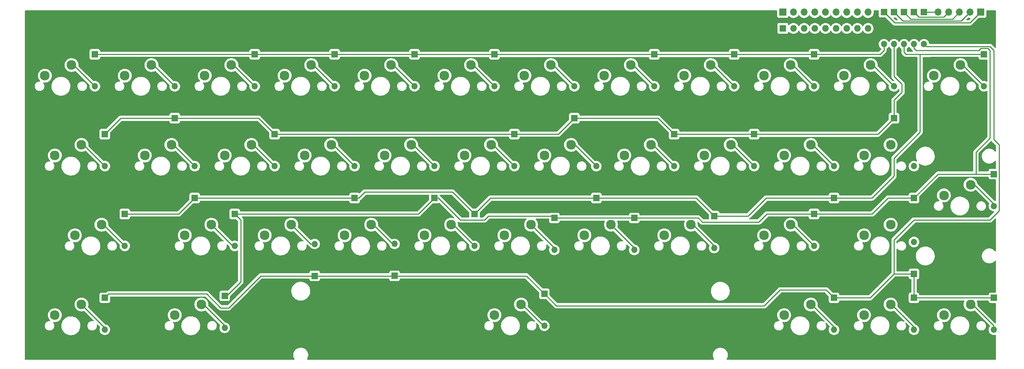
<source format=gbr>
%TF.GenerationSoftware,KiCad,Pcbnew,7.0.1*%
%TF.CreationDate,2023-04-30T14:25:02+01:00*%
%TF.ProjectId,40key,34306b65-792e-46b6-9963-61645f706362,rev?*%
%TF.SameCoordinates,Original*%
%TF.FileFunction,Copper,L1,Top*%
%TF.FilePolarity,Positive*%
%FSLAX46Y46*%
G04 Gerber Fmt 4.6, Leading zero omitted, Abs format (unit mm)*
G04 Created by KiCad (PCBNEW 7.0.1) date 2023-04-30 14:25:02*
%MOMM*%
%LPD*%
G01*
G04 APERTURE LIST*
%TA.AperFunction,ComponentPad*%
%ADD10R,1.500000X1.500000*%
%TD*%
%TA.AperFunction,ComponentPad*%
%ADD11O,1.500000X1.500000*%
%TD*%
%TA.AperFunction,ComponentPad*%
%ADD12C,2.300000*%
%TD*%
%TA.AperFunction,ComponentPad*%
%ADD13R,1.700000X1.700000*%
%TD*%
%TA.AperFunction,ComponentPad*%
%ADD14O,1.700000X1.700000*%
%TD*%
%TA.AperFunction,ComponentPad*%
%ADD15R,1.600000X1.600000*%
%TD*%
%TA.AperFunction,ComponentPad*%
%ADD16O,1.600000X1.600000*%
%TD*%
%TA.AperFunction,Conductor*%
%ADD17C,0.250000*%
%TD*%
G04 APERTURE END LIST*
D10*
%TO.P,D23,1,K*%
%TO.N,/c1*%
X151447500Y-65722500D03*
D11*
%TO.P,D23,2,A*%
%TO.N,Net-(D23-A)*%
X151447500Y-73342500D03*
%TD*%
D10*
%TO.P,D37,1,K*%
%TO.N,/c2*%
X199072500Y-85243750D03*
D11*
%TO.P,D37,2,A*%
%TO.N,Net-(D37-A)*%
X199072500Y-92863750D03*
%TD*%
D12*
%TO.P,MX16,1,1*%
%TO.N,/d2*%
X101441250Y-70802500D03*
%TO.P,MX16,2,2*%
%TO.N,Net-(D21-A)*%
X107791250Y-68262500D03*
%TD*%
D10*
%TO.P,D13,1,K*%
%TO.N,/c0*%
X184785000Y-46672500D03*
D11*
%TO.P,D13,2,A*%
%TO.N,Net-(D13-A)*%
X184785000Y-54292500D03*
%TD*%
D12*
%TO.P,MX35,1,1*%
%TO.N,/d0*%
X41910000Y-108902500D03*
%TO.P,MX35,2,2*%
%TO.N,Net-(D40-A)*%
X48260000Y-106362500D03*
%TD*%
D13*
%TO.P,J1,1,Pin_1*%
%TO.N,VCC*%
X215423750Y-36628706D03*
D14*
%TO.P,J1,2,Pin_2*%
%TO.N,/d0*%
X217963750Y-36628706D03*
%TO.P,J1,3,Pin_3*%
%TO.N,/d1*%
X220503750Y-36628706D03*
%TO.P,J1,4,Pin_4*%
%TO.N,/d2*%
X223043750Y-36628706D03*
%TO.P,J1,5,Pin_5*%
%TO.N,/d3*%
X225583750Y-36628706D03*
%TO.P,J1,6,Pin_6*%
%TO.N,/d4*%
X228123750Y-36628706D03*
%TO.P,J1,7,Pin_7*%
%TO.N,/d5*%
X230663750Y-36628706D03*
%TO.P,J1,8,Pin_8*%
%TO.N,/d6*%
X233203750Y-36628706D03*
%TO.P,J1,9,Pin_9*%
%TO.N,/d7*%
X235743750Y-36628706D03*
%TD*%
D10*
%TO.P,D35,1,K*%
%TO.N,/c3*%
X160972500Y-85725000D03*
D11*
%TO.P,D35,2,A*%
%TO.N,Net-(D35-A)*%
X160972500Y-93345000D03*
%TD*%
D10*
%TO.P,D34,1,K*%
%TO.N,/c2*%
X141922500Y-84772500D03*
D11*
%TO.P,D34,2,A*%
%TO.N,Net-(D34-A)*%
X141922500Y-92392500D03*
%TD*%
D10*
%TO.P,D9,1,K*%
%TO.N,/c0*%
X108585000Y-46667500D03*
D11*
%TO.P,D9,2,A*%
%TO.N,Net-(D9-A)*%
X108585000Y-54287500D03*
%TD*%
D12*
%TO.P,MX6,1,1*%
%TO.N,/d4*%
X134778750Y-51752500D03*
%TO.P,MX6,2,2*%
%TO.N,Net-(D11-A)*%
X141128750Y-49212500D03*
%TD*%
%TO.P,MX26,1,1*%
%TO.N,/d1*%
X72866250Y-89852500D03*
%TO.P,MX26,2,2*%
%TO.N,Net-(D31-A)*%
X79216250Y-87312500D03*
%TD*%
%TO.P,MX31,1,1*%
%TO.N,/d4*%
X168116250Y-89852500D03*
%TO.P,MX31,2,2*%
%TO.N,Net-(D36-A)*%
X174466250Y-87312500D03*
%TD*%
%TO.P,MX21,1,1*%
%TO.N,/d6*%
X196691250Y-70802500D03*
%TO.P,MX21,2,2*%
%TO.N,Net-(D26-A)*%
X203041250Y-68262500D03*
%TD*%
D10*
%TO.P,D36,1,K*%
%TO.N,/c3*%
X180022500Y-85720000D03*
D11*
%TO.P,D36,2,A*%
%TO.N,Net-(D36-A)*%
X180022500Y-93340000D03*
%TD*%
D10*
%TO.P,D43,1,K*%
%TO.N,/c4*%
X227647500Y-104775000D03*
D11*
%TO.P,D43,2,A*%
%TO.N,Net-(D43-A)*%
X227647500Y-112395000D03*
%TD*%
D10*
%TO.P,D17,1,K*%
%TO.N,/c2*%
X263366250Y-46667500D03*
D11*
%TO.P,D17,2,A*%
%TO.N,Net-(D17-A)*%
X263366250Y-54287500D03*
%TD*%
D12*
%TO.P,MX37,1,1*%
%TO.N,/d3*%
X146685000Y-108902500D03*
%TO.P,MX37,2,2*%
%TO.N,Net-(D42-A)*%
X153035000Y-106362500D03*
%TD*%
D10*
%TO.P,D38,1,K*%
%TO.N,/c3*%
X82391250Y-104293750D03*
D11*
%TO.P,D38,2,A*%
%TO.N,Net-(D38-A)*%
X82391250Y-111913750D03*
%TD*%
D12*
%TO.P,MX33,1,1*%
%TO.N,/d5*%
X210978750Y-89852500D03*
%TO.P,MX33,2,2*%
%TO.N,Net-(D41-A)*%
X217328750Y-87312500D03*
%TD*%
D10*
%TO.P,D44,1,K*%
%TO.N,/c4*%
X246697500Y-104770000D03*
D11*
%TO.P,D44,2,A*%
%TO.N,Net-(D44-A)*%
X246697500Y-112390000D03*
%TD*%
D10*
%TO.P,D25,1,K*%
%TO.N,/c1*%
X189547500Y-65722500D03*
D11*
%TO.P,D25,2,A*%
%TO.N,Net-(D25-A)*%
X189547500Y-73342500D03*
%TD*%
D12*
%TO.P,MX12,1,1*%
%TO.N,/d7*%
X251460000Y-51752500D03*
%TO.P,MX12,2,2*%
%TO.N,Net-(D17-A)*%
X257810000Y-49212500D03*
%TD*%
D10*
%TO.P,D16,1,K*%
%TO.N,/c1*%
X241935000Y-61917500D03*
D11*
%TO.P,D16,2,A*%
%TO.N,Net-(D16-A)*%
X241935000Y-54297500D03*
%TD*%
D12*
%TO.P,MX34,1,1*%
%TO.N,/d4*%
X234791250Y-89852500D03*
%TO.P,MX34,2,2*%
%TO.N,Net-(D39-A)*%
X241141250Y-87312500D03*
%TD*%
D10*
%TO.P,D3,1,K*%
%TO.N,Net-(D3-K)*%
X244316250Y-36623706D03*
D11*
%TO.P,D3,2,A*%
%TO.N,/c2*%
X244316250Y-44243706D03*
%TD*%
D10*
%TO.P,D29,1,K*%
%TO.N,/c3*%
X265747500Y-75242500D03*
D11*
%TO.P,D29,2,A*%
%TO.N,Net-(D29-A)*%
X265747500Y-82862500D03*
%TD*%
D10*
%TO.P,D40,1,K*%
%TO.N,/c4*%
X53816250Y-104770000D03*
D11*
%TO.P,D40,2,A*%
%TO.N,Net-(D40-A)*%
X53816250Y-112390000D03*
%TD*%
D10*
%TO.P,D6,1,K*%
%TO.N,/c0*%
X51435000Y-46667500D03*
D11*
%TO.P,D6,2,A*%
%TO.N,Net-(D6-A)*%
X51435000Y-54287500D03*
%TD*%
D10*
%TO.P,D28,1,K*%
%TO.N,/c3*%
X246697500Y-80967500D03*
D11*
%TO.P,D28,2,A*%
%TO.N,Net-(D28-A)*%
X246697500Y-73347500D03*
%TD*%
D10*
%TO.P,D5,1,K*%
%TO.N,Net-(D5-K)*%
X249078750Y-36623706D03*
D11*
%TO.P,D5,2,A*%
%TO.N,/c4*%
X249078750Y-44243706D03*
%TD*%
D13*
%TO.P,J2,1,Pin_1*%
%TO.N,Net-(D1-K)*%
X262572500Y-36628706D03*
D14*
%TO.P,J2,2,Pin_2*%
%TO.N,Net-(D2-K)*%
X260032500Y-36628706D03*
%TO.P,J2,3,Pin_3*%
%TO.N,Net-(D3-K)*%
X257492500Y-36628706D03*
%TO.P,J2,4,Pin_4*%
%TO.N,Net-(D4-K)*%
X254952500Y-36628706D03*
%TO.P,J2,5,Pin_5*%
%TO.N,Net-(D5-K)*%
X252412500Y-36628706D03*
%TD*%
D12*
%TO.P,MX13,1,1*%
%TO.N,/d0*%
X41910000Y-70802500D03*
%TO.P,MX13,2,2*%
%TO.N,Net-(D18-A)*%
X48260000Y-68262500D03*
%TD*%
D10*
%TO.P,D26,1,K*%
%TO.N,/c1*%
X208597500Y-65722500D03*
D11*
%TO.P,D26,2,A*%
%TO.N,Net-(D26-A)*%
X208597500Y-73342500D03*
%TD*%
D10*
%TO.P,D32,1,K*%
%TO.N,/c4*%
X103822500Y-99541250D03*
D11*
%TO.P,D32,2,A*%
%TO.N,Net-(D32-A)*%
X103822500Y-91921250D03*
%TD*%
D12*
%TO.P,MX17,1,1*%
%TO.N,/d2*%
X120491250Y-70802500D03*
%TO.P,MX17,2,2*%
%TO.N,Net-(D22-A)*%
X126841250Y-68262500D03*
%TD*%
D10*
%TO.P,D7,1,K*%
%TO.N,/c1*%
X70485000Y-61917500D03*
D11*
%TO.P,D7,2,A*%
%TO.N,Net-(D7-A)*%
X70485000Y-54297500D03*
%TD*%
D12*
%TO.P,MX23,1,1*%
%TO.N,/d6*%
X234791250Y-70802500D03*
%TO.P,MX23,2,2*%
%TO.N,Net-(D28-A)*%
X241141250Y-68262500D03*
%TD*%
%TO.P,MX5,1,1*%
%TO.N,/d3*%
X115728750Y-51752500D03*
%TO.P,MX5,2,2*%
%TO.N,Net-(D10-A)*%
X122078750Y-49212500D03*
%TD*%
%TO.P,MX30,1,1*%
%TO.N,/d3*%
X149066250Y-89852500D03*
%TO.P,MX30,2,2*%
%TO.N,Net-(D35-A)*%
X155416250Y-87312500D03*
%TD*%
D10*
%TO.P,D14,1,K*%
%TO.N,/c0*%
X203835000Y-46667500D03*
D11*
%TO.P,D14,2,A*%
%TO.N,Net-(D14-A)*%
X203835000Y-54287500D03*
%TD*%
D12*
%TO.P,MX22,1,1*%
%TO.N,/d6*%
X215741250Y-70802500D03*
%TO.P,MX22,2,2*%
%TO.N,Net-(D27-A)*%
X222091250Y-68262500D03*
%TD*%
%TO.P,MX19,1,1*%
%TO.N,/d4*%
X158591250Y-70802500D03*
%TO.P,MX19,2,2*%
%TO.N,Net-(D24-A)*%
X164941250Y-68262500D03*
%TD*%
D10*
%TO.P,D4,1,K*%
%TO.N,Net-(D4-K)*%
X246697500Y-36623706D03*
D11*
%TO.P,D4,2,A*%
%TO.N,/c3*%
X246697500Y-44243706D03*
%TD*%
D10*
%TO.P,D31,1,K*%
%TO.N,/c3*%
X84772500Y-84767500D03*
D11*
%TO.P,D31,2,A*%
%TO.N,Net-(D31-A)*%
X84772500Y-92387500D03*
%TD*%
D12*
%TO.P,MX28,1,1*%
%TO.N,/d2*%
X110966250Y-89852500D03*
%TO.P,MX28,2,2*%
%TO.N,Net-(D33-A)*%
X117316250Y-87312500D03*
%TD*%
%TO.P,MX1,1,1*%
%TO.N,/d0*%
X39528750Y-51752500D03*
%TO.P,MX1,2,2*%
%TO.N,Net-(D6-A)*%
X45878750Y-49212500D03*
%TD*%
%TO.P,MX40,1,1*%
%TO.N,/d7*%
X253841250Y-108902500D03*
%TO.P,MX40,2,2*%
%TO.N,Net-(D45-A)*%
X260191250Y-106362500D03*
%TD*%
%TO.P,MX27,1,1*%
%TO.N,/d1*%
X91916250Y-89852500D03*
%TO.P,MX27,2,2*%
%TO.N,Net-(D32-A)*%
X98266250Y-87312500D03*
%TD*%
%TO.P,MX11,1,1*%
%TO.N,/d7*%
X230028750Y-51752500D03*
%TO.P,MX11,2,2*%
%TO.N,Net-(D16-A)*%
X236378750Y-49212500D03*
%TD*%
%TO.P,MX14,1,1*%
%TO.N,/d1*%
X63341250Y-70802500D03*
%TO.P,MX14,2,2*%
%TO.N,Net-(D19-A)*%
X69691250Y-68262500D03*
%TD*%
D10*
%TO.P,D12,1,K*%
%TO.N,/c1*%
X165735000Y-61912500D03*
D11*
%TO.P,D12,2,A*%
%TO.N,Net-(D12-A)*%
X165735000Y-54292500D03*
%TD*%
D10*
%TO.P,D8,1,K*%
%TO.N,/c0*%
X89535000Y-46667500D03*
D11*
%TO.P,D8,2,A*%
%TO.N,Net-(D8-A)*%
X89535000Y-54287500D03*
%TD*%
D10*
%TO.P,D41,1,K*%
%TO.N,/c3*%
X222885000Y-84767500D03*
D11*
%TO.P,D41,2,A*%
%TO.N,Net-(D41-A)*%
X222885000Y-92387500D03*
%TD*%
D10*
%TO.P,D1,1,K*%
%TO.N,Net-(D1-K)*%
X239553750Y-36623706D03*
D11*
%TO.P,D1,2,A*%
%TO.N,/c0*%
X239553750Y-44243706D03*
%TD*%
D10*
%TO.P,D10,1,K*%
%TO.N,/c0*%
X127635000Y-46672500D03*
D11*
%TO.P,D10,2,A*%
%TO.N,Net-(D10-A)*%
X127635000Y-54292500D03*
%TD*%
D10*
%TO.P,D30,1,K*%
%TO.N,/c2*%
X58578750Y-84767500D03*
D11*
%TO.P,D30,2,A*%
%TO.N,Net-(D30-A)*%
X58578750Y-92387500D03*
%TD*%
D12*
%TO.P,MX15,1,1*%
%TO.N,/d2*%
X82391250Y-70802500D03*
%TO.P,MX15,2,2*%
%TO.N,Net-(D20-A)*%
X88741250Y-68262500D03*
%TD*%
%TO.P,MX25,1,1*%
%TO.N,/d0*%
X46672500Y-89852500D03*
%TO.P,MX25,2,2*%
%TO.N,Net-(D30-A)*%
X53022500Y-87312500D03*
%TD*%
D15*
%TO.P,RN1,1,common*%
%TO.N,VCC*%
X215423750Y-40481250D03*
D16*
%TO.P,RN1,2,R1*%
%TO.N,/d0*%
X217963750Y-40481250D03*
%TO.P,RN1,3,R2*%
%TO.N,/d1*%
X220503750Y-40481250D03*
%TO.P,RN1,4,R3*%
%TO.N,/d2*%
X223043750Y-40481250D03*
%TO.P,RN1,5,R4*%
%TO.N,/d3*%
X225583750Y-40481250D03*
%TO.P,RN1,6,R5*%
%TO.N,/d4*%
X228123750Y-40481250D03*
%TO.P,RN1,7,R6*%
%TO.N,/d5*%
X230663750Y-40481250D03*
%TO.P,RN1,8,R7*%
%TO.N,/d6*%
X233203750Y-40481250D03*
%TO.P,RN1,9,R8*%
%TO.N,/d7*%
X235743750Y-40481250D03*
%TD*%
D12*
%TO.P,MX29,1,1*%
%TO.N,/d3*%
X130016250Y-89852500D03*
%TO.P,MX29,2,2*%
%TO.N,Net-(D34-A)*%
X136366250Y-87312500D03*
%TD*%
D10*
%TO.P,D42,1,K*%
%TO.N,/c4*%
X158591250Y-103817500D03*
D11*
%TO.P,D42,2,A*%
%TO.N,Net-(D42-A)*%
X158591250Y-111437500D03*
%TD*%
D12*
%TO.P,MX39,1,1*%
%TO.N,/d6*%
X234791250Y-108902500D03*
%TO.P,MX39,2,2*%
%TO.N,Net-(D44-A)*%
X241141250Y-106362500D03*
%TD*%
D10*
%TO.P,D39,1,K*%
%TO.N,/c4*%
X246697500Y-99065000D03*
D11*
%TO.P,D39,2,A*%
%TO.N,Net-(D39-A)*%
X246697500Y-91445000D03*
%TD*%
D10*
%TO.P,D33,1,K*%
%TO.N,/c4*%
X122872500Y-99536250D03*
D11*
%TO.P,D33,2,A*%
%TO.N,Net-(D33-A)*%
X122872500Y-91916250D03*
%TD*%
D12*
%TO.P,MX20,1,1*%
%TO.N,/d5*%
X177641250Y-70802500D03*
%TO.P,MX20,2,2*%
%TO.N,Net-(D25-A)*%
X183991250Y-68262500D03*
%TD*%
%TO.P,MX36,1,1*%
%TO.N,/d0*%
X70485000Y-108902500D03*
%TO.P,MX36,2,2*%
%TO.N,Net-(D38-A)*%
X76835000Y-106362500D03*
%TD*%
D10*
%TO.P,D20,1,K*%
%TO.N,/c1*%
X94297500Y-65717500D03*
D11*
%TO.P,D20,2,A*%
%TO.N,Net-(D20-A)*%
X94297500Y-73337500D03*
%TD*%
D12*
%TO.P,MX24,1,1*%
%TO.N,/d7*%
X253841250Y-80327500D03*
%TO.P,MX24,2,2*%
%TO.N,Net-(D29-A)*%
X260191250Y-77787500D03*
%TD*%
%TO.P,MX18,1,1*%
%TO.N,/d3*%
X139541250Y-70802500D03*
%TO.P,MX18,2,2*%
%TO.N,Net-(D23-A)*%
X145891250Y-68262500D03*
%TD*%
D10*
%TO.P,D22,1,K*%
%TO.N,/c3*%
X132397500Y-80967500D03*
D11*
%TO.P,D22,2,A*%
%TO.N,Net-(D22-A)*%
X132397500Y-73347500D03*
%TD*%
D10*
%TO.P,D45,1,K*%
%TO.N,/c4*%
X265747500Y-104770000D03*
D11*
%TO.P,D45,2,A*%
%TO.N,Net-(D45-A)*%
X265747500Y-112390000D03*
%TD*%
D12*
%TO.P,MX38,1,1*%
%TO.N,/d5*%
X215741250Y-108902500D03*
%TO.P,MX38,2,2*%
%TO.N,Net-(D43-A)*%
X222091250Y-106362500D03*
%TD*%
%TO.P,MX8,1,1*%
%TO.N,/d5*%
X172878750Y-51752500D03*
%TO.P,MX8,2,2*%
%TO.N,Net-(D13-A)*%
X179228750Y-49212500D03*
%TD*%
D10*
%TO.P,D11,1,K*%
%TO.N,/c0*%
X146685000Y-46667500D03*
D11*
%TO.P,D11,2,A*%
%TO.N,Net-(D11-A)*%
X146685000Y-54287500D03*
%TD*%
D12*
%TO.P,MX3,1,1*%
%TO.N,/d1*%
X77628750Y-51752500D03*
%TO.P,MX3,2,2*%
%TO.N,Net-(D8-A)*%
X83978750Y-49212500D03*
%TD*%
%TO.P,MX10,1,1*%
%TO.N,/d7*%
X210978750Y-51752500D03*
%TO.P,MX10,2,2*%
%TO.N,Net-(D15-A)*%
X217328750Y-49212500D03*
%TD*%
%TO.P,MX4,1,1*%
%TO.N,/d2*%
X96678750Y-51752500D03*
%TO.P,MX4,2,2*%
%TO.N,Net-(D9-A)*%
X103028750Y-49212500D03*
%TD*%
D10*
%TO.P,D2,1,K*%
%TO.N,Net-(D2-K)*%
X241935000Y-36623706D03*
D11*
%TO.P,D2,2,A*%
%TO.N,/c1*%
X241935000Y-44243706D03*
%TD*%
D10*
%TO.P,D24,1,K*%
%TO.N,/c2*%
X170973750Y-80967500D03*
D11*
%TO.P,D24,2,A*%
%TO.N,Net-(D24-A)*%
X170973750Y-73347500D03*
%TD*%
D10*
%TO.P,D15,1,K*%
%TO.N,/c0*%
X222885000Y-46667500D03*
D11*
%TO.P,D15,2,A*%
%TO.N,Net-(D15-A)*%
X222885000Y-54287500D03*
%TD*%
D10*
%TO.P,D18,1,K*%
%TO.N,/c1*%
X53816250Y-65717500D03*
D11*
%TO.P,D18,2,A*%
%TO.N,Net-(D18-A)*%
X53816250Y-73337500D03*
%TD*%
D12*
%TO.P,MX7,1,1*%
%TO.N,/d4*%
X153828750Y-51752500D03*
%TO.P,MX7,2,2*%
%TO.N,Net-(D12-A)*%
X160178750Y-49212500D03*
%TD*%
D10*
%TO.P,D21,1,K*%
%TO.N,/c2*%
X113347500Y-80967500D03*
D11*
%TO.P,D21,2,A*%
%TO.N,Net-(D21-A)*%
X113347500Y-73347500D03*
%TD*%
D10*
%TO.P,D19,1,K*%
%TO.N,/c2*%
X75247500Y-80967500D03*
D11*
%TO.P,D19,2,A*%
%TO.N,Net-(D19-A)*%
X75247500Y-73347500D03*
%TD*%
D12*
%TO.P,MX32,1,1*%
%TO.N,/d5*%
X187166250Y-89852500D03*
%TO.P,MX32,2,2*%
%TO.N,Net-(D37-A)*%
X193516250Y-87312500D03*
%TD*%
%TO.P,MX9,1,1*%
%TO.N,/d6*%
X191928750Y-51752500D03*
%TO.P,MX9,2,2*%
%TO.N,Net-(D14-A)*%
X198278750Y-49212500D03*
%TD*%
D10*
%TO.P,D27,1,K*%
%TO.N,/c2*%
X227647500Y-80962500D03*
D11*
%TO.P,D27,2,A*%
%TO.N,Net-(D27-A)*%
X227647500Y-73342500D03*
%TD*%
D12*
%TO.P,MX2,1,1*%
%TO.N,/d1*%
X58578750Y-51752500D03*
%TO.P,MX2,2,2*%
%TO.N,Net-(D7-A)*%
X64928750Y-49212500D03*
%TD*%
D17*
%TO.N,Net-(D1-K)*%
X260047500Y-39153706D02*
X262572500Y-36628706D01*
X239553750Y-36623706D02*
X242083750Y-39153706D01*
X242083750Y-39153706D02*
X260047500Y-39153706D01*
%TO.N,/c0*%
X127630000Y-46667500D02*
X127635000Y-46672500D01*
X127635000Y-46672500D02*
X222880000Y-46672500D01*
X108585000Y-46667500D02*
X127630000Y-46667500D01*
X51435000Y-46667500D02*
X89535000Y-46667500D01*
X108585000Y-46667500D02*
X89535000Y-46667500D01*
X238606250Y-46667500D02*
X222885000Y-46667500D01*
X222880000Y-46672500D02*
X222885000Y-46667500D01*
X239553750Y-44243706D02*
X239553750Y-45720000D01*
X239553750Y-45720000D02*
X238606250Y-46667500D01*
%TO.N,Net-(D2-K)*%
X244015000Y-38703706D02*
X257957500Y-38703706D01*
X241935000Y-36623706D02*
X244015000Y-38703706D01*
X257957500Y-38703706D02*
X260032500Y-36628706D01*
%TO.N,/c1*%
X241935000Y-61917500D02*
X241935000Y-57626250D01*
X185737500Y-61912500D02*
X189547500Y-65722500D01*
X57616250Y-61917500D02*
X53816250Y-65717500D01*
X90497500Y-61917500D02*
X94297500Y-65717500D01*
X238130000Y-65722500D02*
X241935000Y-61917500D01*
X241935000Y-51911250D02*
X241935000Y-44243706D01*
X70485000Y-61917500D02*
X90497500Y-61917500D01*
X243840000Y-55721250D02*
X243840000Y-53816250D01*
X161930000Y-65717500D02*
X165735000Y-61912500D01*
X94297500Y-65717500D02*
X161930000Y-65717500D01*
X208597500Y-65722500D02*
X238130000Y-65722500D01*
X165735000Y-61912500D02*
X185737500Y-61912500D01*
X189547500Y-65722500D02*
X208597500Y-65722500D01*
X70485000Y-61917500D02*
X57616250Y-61917500D01*
X243840000Y-53816250D02*
X241935000Y-51911250D01*
X241935000Y-57626250D02*
X243840000Y-55721250D01*
%TO.N,Net-(D3-K)*%
X255867500Y-38253706D02*
X257492500Y-36628706D01*
X245946250Y-38253706D02*
X255867500Y-38253706D01*
X244316250Y-36623706D02*
X245946250Y-38253706D01*
%TO.N,/c2*%
X113347500Y-80967500D02*
X114347500Y-80967500D01*
X75247500Y-80967500D02*
X113347500Y-80967500D01*
X115781250Y-79533750D02*
X136683750Y-79533750D01*
X227647500Y-80962500D02*
X236701250Y-80962500D01*
X249078750Y-46667500D02*
X248607500Y-46667500D01*
X244787500Y-46667500D02*
X244316250Y-46196250D01*
X236701250Y-80962500D02*
X241935000Y-75728750D01*
X145727500Y-80967500D02*
X170973750Y-80967500D01*
X170973750Y-80967500D02*
X194796250Y-80967500D01*
X199072500Y-85243750D02*
X207173750Y-85243750D01*
X194796250Y-80967500D02*
X199072500Y-85243750D01*
X207173750Y-85243750D02*
X211455000Y-80962500D01*
X248602500Y-46672500D02*
X250507500Y-46672500D01*
X241935000Y-71437500D02*
X248126250Y-65246250D01*
X248126250Y-65246250D02*
X248126250Y-46667500D01*
X71447500Y-84767500D02*
X75247500Y-80967500D01*
X241935000Y-75728750D02*
X241935000Y-71437500D01*
X141922500Y-84772500D02*
X145727500Y-80967500D01*
X136683750Y-79533750D02*
X141922500Y-84772500D01*
X248607500Y-46667500D02*
X248602500Y-46672500D01*
X58578750Y-84767500D02*
X71447500Y-84767500D01*
X263366250Y-46667500D02*
X249078750Y-46667500D01*
X249078750Y-46667500D02*
X244787500Y-46667500D01*
X114347500Y-80967500D02*
X115781250Y-79533750D01*
X211455000Y-80962500D02*
X227647500Y-80962500D01*
X244316250Y-46196250D02*
X244316250Y-44243706D01*
%TO.N,Net-(D4-K)*%
X246697500Y-36623706D02*
X247877500Y-37803706D01*
X253777500Y-37803706D02*
X254952500Y-36628706D01*
X247877500Y-37803706D02*
X253777500Y-37803706D01*
%TO.N,/c3*%
X246697500Y-45243750D02*
X247173750Y-45720000D01*
X252422500Y-75242500D02*
X246697500Y-80967500D01*
X261461250Y-70008750D02*
X261461250Y-75242500D01*
X86201250Y-86196250D02*
X86201250Y-100965000D01*
X261461250Y-75242500D02*
X265747500Y-75242500D01*
X246697500Y-44243706D02*
X246697500Y-45243750D01*
X196215000Y-86677500D02*
X195257500Y-85720000D01*
X262163750Y-45720000D02*
X262640000Y-45243750D01*
X84772500Y-84767500D02*
X86201250Y-86196250D01*
X132397500Y-80967500D02*
X128597500Y-84767500D01*
X132397500Y-80967500D02*
X133350000Y-80967500D01*
X82391250Y-104293750D02*
X82872500Y-104293750D01*
X264795000Y-45720000D02*
X264795000Y-66675000D01*
X209710146Y-86677500D02*
X196215000Y-86677500D01*
X236706250Y-84767500D02*
X211620146Y-84767500D01*
X82872500Y-104293750D02*
X86201250Y-100965000D01*
X247173750Y-45720000D02*
X262163750Y-45720000D01*
X246697500Y-80967500D02*
X240506250Y-80967500D01*
X138588750Y-86206250D02*
X144301250Y-86206250D01*
X128597500Y-84767500D02*
X84772500Y-84767500D01*
X195257500Y-85720000D02*
X180022500Y-85720000D01*
X160972500Y-85725000D02*
X180017500Y-85725000D01*
X180017500Y-85725000D02*
X180022500Y-85720000D01*
X160496250Y-85248750D02*
X160972500Y-85725000D01*
X144301250Y-86206250D02*
X145258750Y-85248750D01*
X264795000Y-66675000D02*
X261461250Y-70008750D01*
X133350000Y-80967500D02*
X138588750Y-86206250D01*
X211620146Y-84767500D02*
X209710146Y-86677500D01*
X240506250Y-80967500D02*
X236706250Y-84767500D01*
X145258750Y-85248750D02*
X160496250Y-85248750D01*
X262640000Y-45243750D02*
X264318750Y-45243750D01*
X265747500Y-75242500D02*
X252422500Y-75242500D01*
X264318750Y-45243750D02*
X264795000Y-45720000D01*
%TO.N,Net-(D5-K)*%
X252407500Y-36623706D02*
X252412500Y-36628706D01*
X249078750Y-36623706D02*
X252407500Y-36623706D01*
%TO.N,/c4*%
X154315000Y-99541250D02*
X158591250Y-103817500D01*
X53816250Y-104770000D02*
X54758750Y-103827500D01*
X90958750Y-99541250D02*
X103822500Y-99541250D01*
X225747500Y-102875000D02*
X227647500Y-104775000D01*
X249626294Y-44791250D02*
X264818750Y-44791250D01*
X246697500Y-99065000D02*
X246697500Y-104770000D01*
X264818750Y-44791250D02*
X265747500Y-45720000D01*
X54758750Y-103827500D02*
X78105000Y-103827500D01*
X249078750Y-44243706D02*
X249626294Y-44791250D01*
X265747500Y-45720000D02*
X265747500Y-66991104D01*
X83338750Y-107161250D02*
X90958750Y-99541250D01*
X78105000Y-103827500D02*
X81438750Y-107161250D01*
X265747500Y-66991104D02*
X266976516Y-68220120D01*
X214783750Y-102875000D02*
X225747500Y-102875000D01*
X236225000Y-104775000D02*
X241935000Y-99065000D01*
X246692500Y-86206250D02*
X241935000Y-90963750D01*
X103822500Y-99541250D02*
X154315000Y-99541250D01*
X266976516Y-68220120D02*
X266976516Y-84019734D01*
X266976516Y-84019734D02*
X264790000Y-86206250D01*
X264790000Y-86206250D02*
X246692500Y-86206250D01*
X161453750Y-106680000D02*
X210978750Y-106680000D01*
X246697500Y-104770000D02*
X265747500Y-104770000D01*
X81438750Y-107161250D02*
X83338750Y-107161250D01*
X210978750Y-106680000D02*
X214783750Y-102875000D01*
X227647500Y-104775000D02*
X236225000Y-104775000D01*
X158591250Y-103817500D02*
X161453750Y-106680000D01*
X246697500Y-99065000D02*
X241935000Y-99065000D01*
X241935000Y-90963750D02*
X241935000Y-99065000D01*
%TO.N,Net-(D6-A)*%
X51435000Y-54287500D02*
X46360000Y-49212500D01*
X46360000Y-49212500D02*
X45878750Y-49212500D01*
%TO.N,Net-(D7-A)*%
X70485000Y-54297500D02*
X65400000Y-49212500D01*
X65400000Y-49212500D02*
X64928750Y-49212500D01*
%TO.N,Net-(D8-A)*%
X84460000Y-49212500D02*
X83978750Y-49212500D01*
X89535000Y-54287500D02*
X84460000Y-49212500D01*
%TO.N,Net-(D9-A)*%
X103510000Y-49212500D02*
X103028750Y-49212500D01*
X108585000Y-54287500D02*
X103510000Y-49212500D01*
%TO.N,Net-(D10-A)*%
X127635000Y-54292500D02*
X122555000Y-49212500D01*
X122555000Y-49212500D02*
X122078750Y-49212500D01*
%TO.N,Net-(D11-A)*%
X146685000Y-54287500D02*
X141610000Y-49212500D01*
X141610000Y-49212500D02*
X141128750Y-49212500D01*
%TO.N,Net-(D12-A)*%
X160655000Y-49212500D02*
X160178750Y-49212500D01*
X165735000Y-54292500D02*
X160655000Y-49212500D01*
%TO.N,Net-(D13-A)*%
X184785000Y-54292500D02*
X179705000Y-49212500D01*
X179705000Y-49212500D02*
X179228750Y-49212500D01*
%TO.N,Net-(D14-A)*%
X203835000Y-54287500D02*
X198760000Y-49212500D01*
X198760000Y-49212500D02*
X198278750Y-49212500D01*
%TO.N,Net-(D15-A)*%
X222885000Y-54287500D02*
X217810000Y-49212500D01*
X217810000Y-49212500D02*
X217328750Y-49212500D01*
%TO.N,Net-(D16-A)*%
X241935000Y-54297500D02*
X236850000Y-49212500D01*
X236850000Y-49212500D02*
X236378750Y-49212500D01*
%TO.N,Net-(D17-A)*%
X258291250Y-49212500D02*
X257810000Y-49212500D01*
X263366250Y-54287500D02*
X258291250Y-49212500D01*
%TO.N,Net-(D18-A)*%
X48741250Y-68262500D02*
X48260000Y-68262500D01*
X53816250Y-73337500D02*
X48741250Y-68262500D01*
%TO.N,Net-(D19-A)*%
X70162500Y-68262500D02*
X69691250Y-68262500D01*
X75247500Y-73347500D02*
X70162500Y-68262500D01*
%TO.N,Net-(D20-A)*%
X89212500Y-68262500D02*
X94287500Y-73337500D01*
X94287500Y-73337500D02*
X94297500Y-73337500D01*
X88741250Y-68262500D02*
X89212500Y-68262500D01*
%TO.N,Net-(D21-A)*%
X113347500Y-73347500D02*
X108262500Y-68262500D01*
X108262500Y-68262500D02*
X107791250Y-68262500D01*
%TO.N,Net-(D22-A)*%
X127312500Y-68262500D02*
X126841250Y-68262500D01*
X132397500Y-73347500D02*
X127312500Y-68262500D01*
%TO.N,Net-(D23-A)*%
X146367500Y-68262500D02*
X145891250Y-68262500D01*
X151447500Y-73342500D02*
X146367500Y-68262500D01*
%TO.N,Net-(D24-A)*%
X170973750Y-73347500D02*
X165888750Y-68262500D01*
X165888750Y-68262500D02*
X164941250Y-68262500D01*
%TO.N,Net-(D25-A)*%
X189547500Y-73342500D02*
X184467500Y-68262500D01*
X184467500Y-68262500D02*
X183991250Y-68262500D01*
%TO.N,Net-(D26-A)*%
X203517500Y-68262500D02*
X203041250Y-68262500D01*
X208597500Y-73342500D02*
X203517500Y-68262500D01*
%TO.N,Net-(D27-A)*%
X222567500Y-68262500D02*
X222091250Y-68262500D01*
X227647500Y-73342500D02*
X222567500Y-68262500D01*
%TO.N,Net-(D29-A)*%
X265747500Y-82396250D02*
X265747500Y-82862500D01*
X260191250Y-77787500D02*
X261138750Y-77787500D01*
X261138750Y-77787500D02*
X265747500Y-82396250D01*
%TO.N,Net-(D30-A)*%
X53503750Y-87312500D02*
X53022500Y-87312500D01*
X58578750Y-92387500D02*
X53503750Y-87312500D01*
%TO.N,Net-(D31-A)*%
X84291250Y-92387500D02*
X84772500Y-92387500D01*
X79216250Y-87312500D02*
X84291250Y-92387500D01*
%TO.N,Net-(D32-A)*%
X102875000Y-91921250D02*
X103822500Y-91921250D01*
X98266250Y-87312500D02*
X102875000Y-91921250D01*
%TO.N,Net-(D33-A)*%
X122391250Y-91916250D02*
X122872500Y-91916250D01*
X117787500Y-87312500D02*
X122391250Y-91916250D01*
X117316250Y-87312500D02*
X117787500Y-87312500D01*
%TO.N,Net-(D34-A)*%
X141917500Y-92392500D02*
X141922500Y-92392500D01*
X136366250Y-87312500D02*
X136837500Y-87312500D01*
X136837500Y-87312500D02*
X141917500Y-92392500D01*
%TO.N,Net-(D35-A)*%
X155416250Y-87312500D02*
X160972500Y-92868750D01*
X160972500Y-92868750D02*
X160972500Y-93345000D01*
%TO.N,Net-(D36-A)*%
X174466250Y-87312500D02*
X180022500Y-92868750D01*
X180022500Y-92868750D02*
X180022500Y-93340000D01*
%TO.N,Net-(D37-A)*%
X193990000Y-87312500D02*
X199072500Y-92395000D01*
X199072500Y-92395000D02*
X199072500Y-92863750D01*
X193516250Y-87312500D02*
X193990000Y-87312500D01*
%TO.N,Net-(D38-A)*%
X76835000Y-106362500D02*
X77308750Y-106362500D01*
X82391250Y-111445000D02*
X82391250Y-111913750D01*
X77308750Y-106362500D02*
X82391250Y-111445000D01*
%TO.N,Net-(D40-A)*%
X48260000Y-106367500D02*
X53816250Y-111923750D01*
X53816250Y-111923750D02*
X53816250Y-112390000D01*
X48260000Y-106362500D02*
X48260000Y-106367500D01*
%TO.N,Net-(D41-A)*%
X222875000Y-92387500D02*
X222885000Y-92387500D01*
X217800000Y-87312500D02*
X222875000Y-92387500D01*
X217328750Y-87312500D02*
X217800000Y-87312500D01*
%TO.N,Net-(D42-A)*%
X153270625Y-106362500D02*
X158345625Y-111437500D01*
X158345625Y-111437500D02*
X158591250Y-111437500D01*
X153035000Y-106362500D02*
X153270625Y-106362500D01*
%TO.N,Net-(D43-A)*%
X222091250Y-106362500D02*
X222326875Y-106362500D01*
X222326875Y-106362500D02*
X227647500Y-111683125D01*
X227647500Y-111683125D02*
X227647500Y-112395000D01*
%TO.N,Net-(D44-A)*%
X241141250Y-106362500D02*
X241376875Y-106362500D01*
X246697500Y-111683125D02*
X246697500Y-112390000D01*
X241376875Y-106362500D02*
X246697500Y-111683125D01*
%TO.N,Net-(D45-A)*%
X260665000Y-106362500D02*
X265747500Y-111445000D01*
X265747500Y-111445000D02*
X265747500Y-112390000D01*
X260191250Y-106362500D02*
X260665000Y-106362500D01*
%TD*%
%TA.AperFunction,NonConductor*%
G36*
X242296999Y-37883644D02*
G01*
X242337227Y-37910524D01*
X242743228Y-38316525D01*
X242773478Y-38365888D01*
X242778020Y-38423604D01*
X242755865Y-38477091D01*
X242711842Y-38514691D01*
X242655547Y-38528206D01*
X242394203Y-38528206D01*
X242346750Y-38518767D01*
X242306522Y-38491887D01*
X241900521Y-38085886D01*
X241870271Y-38036523D01*
X241865729Y-37978807D01*
X241887884Y-37925320D01*
X241931907Y-37887720D01*
X241988202Y-37874205D01*
X242249546Y-37874205D01*
X242296999Y-37883644D01*
G37*
%TD.AperFunction*%
%TA.AperFunction,NonConductor*%
G36*
X259797092Y-37963769D02*
G01*
X259856230Y-37968943D01*
X260043228Y-37985304D01*
X260107906Y-38010456D01*
X260148942Y-38066421D01*
X260153481Y-38135670D01*
X260120101Y-38196513D01*
X259824728Y-38491887D01*
X259784500Y-38518767D01*
X259737047Y-38528206D01*
X259316952Y-38528206D01*
X259260657Y-38514691D01*
X259216634Y-38477091D01*
X259194479Y-38423604D01*
X259199021Y-38365888D01*
X259229271Y-38316525D01*
X259479374Y-38066421D01*
X259576853Y-37968941D01*
X259632438Y-37936849D01*
X259696626Y-37936849D01*
X259797092Y-37963769D01*
G37*
%TD.AperFunction*%
%TA.AperFunction,NonConductor*%
G36*
X245564132Y-44829696D02*
G01*
X245608450Y-44868562D01*
X245610396Y-44871342D01*
X245610398Y-44871345D01*
X245709095Y-45012298D01*
X245735902Y-45050583D01*
X245890623Y-45205304D01*
X246033807Y-45305564D01*
X246068859Y-45343087D01*
X246085705Y-45391593D01*
X246086835Y-45400542D01*
X246102914Y-45441154D01*
X246106697Y-45452201D01*
X246118882Y-45494141D01*
X246129080Y-45511385D01*
X246137636Y-45528850D01*
X246145014Y-45547482D01*
X246145015Y-45547483D01*
X246170680Y-45582809D01*
X246177093Y-45592572D01*
X246199326Y-45630166D01*
X246199329Y-45630169D01*
X246199330Y-45630170D01*
X246213495Y-45644335D01*
X246226127Y-45659125D01*
X246237906Y-45675337D01*
X246271558Y-45703176D01*
X246280199Y-45711039D01*
X246399479Y-45830319D01*
X246429729Y-45879682D01*
X246434271Y-45937398D01*
X246412116Y-45990885D01*
X246368093Y-46028485D01*
X246311798Y-46042000D01*
X245097953Y-46042000D01*
X245050500Y-46032561D01*
X245010272Y-46005681D01*
X244978069Y-45973478D01*
X244951189Y-45933250D01*
X244941750Y-45885797D01*
X244941750Y-45396855D01*
X244955761Y-45339598D01*
X244994625Y-45295282D01*
X245123127Y-45205304D01*
X245277848Y-45050583D01*
X245403352Y-44871345D01*
X245403353Y-44871342D01*
X245405300Y-44868562D01*
X245449618Y-44829696D01*
X245506875Y-44815685D01*
X245564132Y-44829696D01*
G37*
%TD.AperFunction*%
%TA.AperFunction,NonConductor*%
G36*
X265190871Y-67303518D02*
G01*
X265229525Y-67344036D01*
X265249330Y-67377524D01*
X265263495Y-67391689D01*
X265276127Y-67406479D01*
X265287906Y-67422691D01*
X265321558Y-67450530D01*
X265330199Y-67458393D01*
X266187431Y-68315626D01*
X266214311Y-68355854D01*
X266223750Y-68403307D01*
X266223750Y-69747326D01*
X266209811Y-69804446D01*
X266171126Y-69848723D01*
X266116395Y-69870204D01*
X266057921Y-69864058D01*
X266008853Y-69831668D01*
X265846601Y-69656802D01*
X265815263Y-69631811D01*
X265672083Y-69517628D01*
X265638665Y-69490978D01*
X265638664Y-69490977D01*
X265638661Y-69490975D01*
X265408339Y-69357999D01*
X265160760Y-69260831D01*
X264901464Y-69201648D01*
X264702655Y-69186750D01*
X264702651Y-69186750D01*
X264569849Y-69186750D01*
X264569845Y-69186750D01*
X264371035Y-69201648D01*
X264111739Y-69260831D01*
X263864160Y-69357999D01*
X263633838Y-69490975D01*
X263425899Y-69656801D01*
X263245001Y-69851763D01*
X263095177Y-70071514D01*
X262979783Y-70311134D01*
X262901388Y-70565279D01*
X262861750Y-70828270D01*
X262861750Y-71094230D01*
X262901388Y-71357220D01*
X262920043Y-71417696D01*
X262979783Y-71611366D01*
X263010047Y-71674210D01*
X263095177Y-71850985D01*
X263095178Y-71850987D01*
X263095179Y-71850988D01*
X263245000Y-72070735D01*
X263425899Y-72265698D01*
X263611286Y-72413540D01*
X263633838Y-72431524D01*
X263864160Y-72564500D01*
X263864161Y-72564500D01*
X263864164Y-72564502D01*
X264111740Y-72661669D01*
X264371033Y-72720851D01*
X264437304Y-72725817D01*
X264569845Y-72735750D01*
X264569849Y-72735750D01*
X264702651Y-72735750D01*
X264702655Y-72735750D01*
X264824804Y-72726596D01*
X264901467Y-72720851D01*
X265160760Y-72661669D01*
X265408336Y-72564502D01*
X265638665Y-72431522D01*
X265846601Y-72265698D01*
X266008853Y-72090831D01*
X266057921Y-72058442D01*
X266116395Y-72052296D01*
X266171126Y-72073777D01*
X266209811Y-72118054D01*
X266223750Y-72175174D01*
X266223750Y-73868000D01*
X266207137Y-73930000D01*
X266161750Y-73975387D01*
X266099750Y-73992000D01*
X264949630Y-73992000D01*
X264890015Y-73998409D01*
X264755169Y-74048704D01*
X264639954Y-74134954D01*
X264553704Y-74250168D01*
X264517426Y-74347434D01*
X264503409Y-74385017D01*
X264498616Y-74429602D01*
X264497000Y-74444631D01*
X264497000Y-74493000D01*
X264480387Y-74555000D01*
X264435000Y-74600387D01*
X264373000Y-74617000D01*
X262210750Y-74617000D01*
X262148750Y-74600387D01*
X262103363Y-74555000D01*
X262086750Y-74493000D01*
X262086750Y-70319202D01*
X262096189Y-70271749D01*
X262123069Y-70231521D01*
X263572716Y-68781874D01*
X265035114Y-67319475D01*
X265082627Y-67289843D01*
X265138334Y-67284136D01*
X265190871Y-67303518D01*
G37*
%TD.AperFunction*%
%TA.AperFunction,NonConductor*%
G36*
X136420751Y-80168689D02*
G01*
X136460979Y-80195569D01*
X140635681Y-84370272D01*
X140662561Y-84410500D01*
X140672000Y-84457951D01*
X140672000Y-84975500D01*
X140672001Y-85456750D01*
X140655388Y-85518750D01*
X140610001Y-85564137D01*
X140548001Y-85580750D01*
X138899203Y-85580750D01*
X138851750Y-85571311D01*
X138811522Y-85544431D01*
X133850802Y-80583711D01*
X133837906Y-80567613D01*
X133786775Y-80519598D01*
X133783978Y-80516887D01*
X133764470Y-80497379D01*
X133761290Y-80494912D01*
X133752424Y-80487339D01*
X133720582Y-80457438D01*
X133712262Y-80452864D01*
X133665267Y-80407324D01*
X133647999Y-80344202D01*
X133647999Y-80283250D01*
X133664612Y-80221250D01*
X133709999Y-80175863D01*
X133771999Y-80159250D01*
X136373298Y-80159250D01*
X136420751Y-80168689D01*
G37*
%TD.AperFunction*%
%TA.AperFunction,NonConductor*%
G36*
X169661251Y-81609613D02*
G01*
X169706638Y-81655000D01*
X169723251Y-81717000D01*
X169723251Y-81765370D01*
X169729121Y-81819983D01*
X169729659Y-81824983D01*
X169779954Y-81959831D01*
X169866204Y-82075046D01*
X169981419Y-82161296D01*
X170116267Y-82211591D01*
X170175877Y-82218000D01*
X171771622Y-82217999D01*
X171831233Y-82211591D01*
X171966081Y-82161296D01*
X172081296Y-82075046D01*
X172167546Y-81959831D01*
X172217841Y-81824983D01*
X172224250Y-81765373D01*
X172224250Y-81717000D01*
X172240863Y-81655000D01*
X172286250Y-81609613D01*
X172348250Y-81593000D01*
X194485798Y-81593000D01*
X194533251Y-81602439D01*
X194573479Y-81629319D01*
X197785681Y-84841521D01*
X197812561Y-84881749D01*
X197822000Y-84929202D01*
X197822000Y-85456750D01*
X197822001Y-85928000D01*
X197805388Y-85990000D01*
X197760001Y-86035387D01*
X197698001Y-86052000D01*
X196525453Y-86052000D01*
X196478000Y-86042561D01*
X196437772Y-86015681D01*
X195758302Y-85336211D01*
X195745406Y-85320113D01*
X195694275Y-85272098D01*
X195691478Y-85269387D01*
X195671970Y-85249879D01*
X195668790Y-85247412D01*
X195659924Y-85239839D01*
X195628082Y-85209938D01*
X195610524Y-85200285D01*
X195594264Y-85189604D01*
X195578436Y-85177327D01*
X195538351Y-85159980D01*
X195527861Y-85154841D01*
X195489591Y-85133802D01*
X195470191Y-85128821D01*
X195451784Y-85122519D01*
X195433397Y-85114562D01*
X195390258Y-85107729D01*
X195378824Y-85105361D01*
X195336519Y-85094500D01*
X195316484Y-85094500D01*
X195297086Y-85092973D01*
X195289662Y-85091797D01*
X195277305Y-85089840D01*
X195277304Y-85089840D01*
X195244251Y-85092964D01*
X195233825Y-85093950D01*
X195222156Y-85094500D01*
X181396999Y-85094500D01*
X181334999Y-85077887D01*
X181289612Y-85032500D01*
X181272999Y-84970500D01*
X181272999Y-84922130D01*
X181267949Y-84875152D01*
X181266591Y-84862517D01*
X181216296Y-84727669D01*
X181130046Y-84612454D01*
X181014831Y-84526204D01*
X180879983Y-84475909D01*
X180820373Y-84469500D01*
X180820369Y-84469500D01*
X179224630Y-84469500D01*
X179165015Y-84475909D01*
X179030169Y-84526204D01*
X178914954Y-84612454D01*
X178828704Y-84727668D01*
X178778409Y-84862516D01*
X178772000Y-84922131D01*
X178772000Y-84975500D01*
X178755387Y-85037500D01*
X178710000Y-85082887D01*
X178648000Y-85099500D01*
X162346999Y-85099500D01*
X162284999Y-85082887D01*
X162239612Y-85037500D01*
X162222999Y-84975500D01*
X162222999Y-84927130D01*
X162222462Y-84922131D01*
X162216591Y-84867517D01*
X162166296Y-84732669D01*
X162080046Y-84617454D01*
X161964831Y-84531204D01*
X161829983Y-84480909D01*
X161770373Y-84474500D01*
X161770369Y-84474500D01*
X160174630Y-84474500D01*
X160115015Y-84480909D01*
X159980170Y-84531203D01*
X159980168Y-84531204D01*
X159980169Y-84531204D01*
X159890247Y-84598519D01*
X159855101Y-84616904D01*
X159815941Y-84623250D01*
X145341490Y-84623250D01*
X145320986Y-84620986D01*
X145250894Y-84623189D01*
X145247000Y-84623250D01*
X145219398Y-84623250D01*
X145215403Y-84623754D01*
X145203779Y-84624668D01*
X145160118Y-84626040D01*
X145140879Y-84631630D01*
X145121830Y-84635575D01*
X145101958Y-84638085D01*
X145061343Y-84654165D01*
X145050299Y-84657946D01*
X145008361Y-84670132D01*
X144991114Y-84680331D01*
X144973650Y-84688886D01*
X144955017Y-84696264D01*
X144919676Y-84721939D01*
X144909918Y-84728349D01*
X144872329Y-84750579D01*
X144858160Y-84764748D01*
X144843372Y-84777378D01*
X144827163Y-84789155D01*
X144799322Y-84822808D01*
X144791461Y-84831446D01*
X144078478Y-85544431D01*
X144038250Y-85571311D01*
X143990797Y-85580750D01*
X143297000Y-85580750D01*
X143235000Y-85564137D01*
X143189613Y-85518750D01*
X143173000Y-85456750D01*
X143172999Y-84457951D01*
X143182438Y-84410498D01*
X143209317Y-84370272D01*
X145950270Y-81629319D01*
X145990499Y-81602439D01*
X146037952Y-81593000D01*
X169599251Y-81593000D01*
X169661251Y-81609613D01*
G37*
%TD.AperFunction*%
%TA.AperFunction,NonConductor*%
G36*
X262053751Y-47309613D02*
G01*
X262099138Y-47355000D01*
X262115751Y-47417000D01*
X262115751Y-47465372D01*
X262122159Y-47524983D01*
X262172454Y-47659831D01*
X262258704Y-47775046D01*
X262373919Y-47861296D01*
X262508767Y-47911591D01*
X262568377Y-47918000D01*
X264045500Y-47917999D01*
X264107500Y-47934612D01*
X264152887Y-47979999D01*
X264169500Y-48041999D01*
X264169500Y-53087646D01*
X264154214Y-53147289D01*
X264112125Y-53192227D01*
X264053610Y-53211381D01*
X263993095Y-53200028D01*
X263891358Y-53152587D01*
X263795581Y-53107925D01*
X263584224Y-53051292D01*
X263366250Y-53032222D01*
X263148272Y-53051292D01*
X263112024Y-53061005D01*
X263047838Y-53061005D01*
X262992251Y-53028911D01*
X261456844Y-51493504D01*
X259484882Y-49521541D01*
X259456229Y-49476781D01*
X259448947Y-49424139D01*
X259465604Y-49212500D01*
X259445221Y-48953506D01*
X259384573Y-48700890D01*
X259285154Y-48460872D01*
X259149412Y-48239360D01*
X258980689Y-48041811D01*
X258855175Y-47934612D01*
X258783143Y-47873090D01*
X258772056Y-47866296D01*
X258561628Y-47737346D01*
X258466470Y-47697930D01*
X258321610Y-47637926D01*
X258068995Y-47577279D01*
X257810000Y-47556896D01*
X257551004Y-47577279D01*
X257298389Y-47637926D01*
X257093524Y-47722785D01*
X257058372Y-47737346D01*
X256988692Y-47780046D01*
X256836856Y-47873090D01*
X256639311Y-48041811D01*
X256470590Y-48239356D01*
X256470588Y-48239360D01*
X256334846Y-48460872D01*
X256334845Y-48460875D01*
X256235426Y-48700889D01*
X256174779Y-48953504D01*
X256154396Y-49212500D01*
X256174779Y-49471495D01*
X256235426Y-49724110D01*
X256295430Y-49868970D01*
X256334846Y-49964128D01*
X256470588Y-50185640D01*
X256470590Y-50185643D01*
X256537567Y-50264063D01*
X256639311Y-50383189D01*
X256836860Y-50551912D01*
X257058372Y-50687654D01*
X257238385Y-50762218D01*
X257298389Y-50787073D01*
X257378197Y-50806233D01*
X257551006Y-50847721D01*
X257810000Y-50868104D01*
X258068994Y-50847721D01*
X258321610Y-50787073D01*
X258561628Y-50687654D01*
X258676808Y-50617071D01*
X258728635Y-50599478D01*
X258782989Y-50605911D01*
X258829278Y-50635118D01*
X262107661Y-53913502D01*
X262139755Y-53969089D01*
X262139755Y-54033276D01*
X262130042Y-54069524D01*
X262110972Y-54287500D01*
X262130042Y-54505474D01*
X262186675Y-54716831D01*
X262207821Y-54762178D01*
X262279148Y-54915139D01*
X262404652Y-55094377D01*
X262559373Y-55249098D01*
X262738611Y-55374602D01*
X262936920Y-55467075D01*
X263148273Y-55523707D01*
X263366250Y-55542777D01*
X263584227Y-55523707D01*
X263795580Y-55467075D01*
X263993095Y-55374971D01*
X264053610Y-55363619D01*
X264112125Y-55382773D01*
X264154214Y-55427711D01*
X264169500Y-55487354D01*
X264169500Y-66364547D01*
X264160061Y-66412000D01*
X264133181Y-66452228D01*
X261077458Y-69507949D01*
X261061360Y-69520846D01*
X261013346Y-69571975D01*
X261010641Y-69574767D01*
X260991124Y-69594284D01*
X260988665Y-69597455D01*
X260981092Y-69606322D01*
X260951185Y-69638170D01*
X260941535Y-69655724D01*
X260930859Y-69671978D01*
X260918576Y-69687813D01*
X260901225Y-69727908D01*
X260896088Y-69738394D01*
X260875052Y-69776657D01*
X260870071Y-69796059D01*
X260863770Y-69814461D01*
X260855811Y-69832852D01*
X260848978Y-69875992D01*
X260846610Y-69887424D01*
X260835750Y-69929728D01*
X260835750Y-69949766D01*
X260834223Y-69969165D01*
X260831090Y-69988944D01*
X260835200Y-70032425D01*
X260835750Y-70044094D01*
X260835750Y-74493000D01*
X260819137Y-74555000D01*
X260773750Y-74600387D01*
X260711750Y-74617000D01*
X252505244Y-74617000D01*
X252484736Y-74614735D01*
X252414613Y-74616939D01*
X252410719Y-74617000D01*
X252383150Y-74617000D01*
X252379171Y-74617502D01*
X252367541Y-74618417D01*
X252323872Y-74619789D01*
X252304628Y-74625380D01*
X252285584Y-74629324D01*
X252265708Y-74631835D01*
X252225100Y-74647913D01*
X252214054Y-74651694D01*
X252172110Y-74663882D01*
X252172107Y-74663883D01*
X252154865Y-74674079D01*
X252137404Y-74682633D01*
X252118767Y-74690012D01*
X252083431Y-74715685D01*
X252073674Y-74722095D01*
X252036080Y-74744329D01*
X252021913Y-74758496D01*
X252007124Y-74771126D01*
X251990913Y-74782904D01*
X251963072Y-74816558D01*
X251955211Y-74825197D01*
X247099726Y-79680681D01*
X247059498Y-79707561D01*
X247012045Y-79717000D01*
X245899630Y-79717000D01*
X245840015Y-79723409D01*
X245705169Y-79773704D01*
X245589954Y-79859954D01*
X245503704Y-79975168D01*
X245453409Y-80110015D01*
X245453409Y-80110017D01*
X245447538Y-80164631D01*
X245447000Y-80169631D01*
X245447000Y-80218000D01*
X245430387Y-80280000D01*
X245385000Y-80325387D01*
X245323000Y-80342000D01*
X240588994Y-80342000D01*
X240568486Y-80339735D01*
X240498363Y-80341939D01*
X240494469Y-80342000D01*
X240466900Y-80342000D01*
X240462921Y-80342502D01*
X240451291Y-80343417D01*
X240407622Y-80344789D01*
X240388378Y-80350380D01*
X240369334Y-80354324D01*
X240349458Y-80356835D01*
X240308850Y-80372913D01*
X240297804Y-80376694D01*
X240273069Y-80383882D01*
X240255857Y-80388883D01*
X240238615Y-80399079D01*
X240221154Y-80407633D01*
X240202517Y-80415012D01*
X240167181Y-80440685D01*
X240157424Y-80447095D01*
X240119830Y-80469329D01*
X240105663Y-80483496D01*
X240090874Y-80496126D01*
X240074663Y-80507904D01*
X240046822Y-80541558D01*
X240038961Y-80550197D01*
X236483478Y-84105681D01*
X236443250Y-84132561D01*
X236395797Y-84142000D01*
X224259499Y-84142000D01*
X224197499Y-84125387D01*
X224152112Y-84080000D01*
X224135499Y-84018000D01*
X224135499Y-83969630D01*
X224134134Y-83956931D01*
X224129091Y-83910017D01*
X224078796Y-83775169D01*
X223992546Y-83659954D01*
X223877331Y-83573704D01*
X223742483Y-83523409D01*
X223682873Y-83517000D01*
X223682869Y-83517000D01*
X222087130Y-83517000D01*
X222027515Y-83523409D01*
X221892669Y-83573704D01*
X221777454Y-83659954D01*
X221691204Y-83775168D01*
X221640909Y-83910015D01*
X221640909Y-83910017D01*
X221636769Y-83948529D01*
X221634500Y-83969631D01*
X221634500Y-84018000D01*
X221617887Y-84080000D01*
X221572500Y-84125387D01*
X221510500Y-84142000D01*
X211702890Y-84142000D01*
X211682383Y-84139735D01*
X211612273Y-84141939D01*
X211608378Y-84142000D01*
X211580796Y-84142000D01*
X211576811Y-84142503D01*
X211565179Y-84143418D01*
X211521515Y-84144790D01*
X211502275Y-84150380D01*
X211483227Y-84154325D01*
X211463355Y-84156835D01*
X211422745Y-84172913D01*
X211411700Y-84176694D01*
X211369756Y-84188881D01*
X211352511Y-84199079D01*
X211335050Y-84207633D01*
X211316413Y-84215012D01*
X211281077Y-84240685D01*
X211271320Y-84247095D01*
X211233726Y-84269329D01*
X211219559Y-84283496D01*
X211204770Y-84296126D01*
X211188559Y-84307904D01*
X211160718Y-84341558D01*
X211152857Y-84350197D01*
X209487374Y-86015681D01*
X209447146Y-86042561D01*
X209399693Y-86052000D01*
X207489121Y-86052000D01*
X207427347Y-86035517D01*
X207381996Y-85990451D01*
X207365123Y-85928783D01*
X207381216Y-85866906D01*
X207425992Y-85821272D01*
X207441384Y-85812169D01*
X207458852Y-85803612D01*
X207477482Y-85796236D01*
X207512814Y-85770564D01*
X207522580Y-85764150D01*
X207542291Y-85752493D01*
X207560170Y-85741920D01*
X207574335Y-85727754D01*
X207589123Y-85715123D01*
X207605337Y-85703344D01*
X207633188Y-85669676D01*
X207641029Y-85661059D01*
X211677771Y-81624319D01*
X211718000Y-81597439D01*
X211765453Y-81588000D01*
X226273001Y-81588000D01*
X226335001Y-81604613D01*
X226380388Y-81650000D01*
X226397001Y-81712000D01*
X226397001Y-81760372D01*
X226403409Y-81819983D01*
X226453704Y-81954831D01*
X226539954Y-82070046D01*
X226655169Y-82156296D01*
X226790017Y-82206591D01*
X226849627Y-82213000D01*
X228445372Y-82212999D01*
X228504983Y-82206591D01*
X228639831Y-82156296D01*
X228755046Y-82070046D01*
X228841296Y-81954831D01*
X228891591Y-81819983D01*
X228898000Y-81760373D01*
X228898000Y-81712000D01*
X228914613Y-81650000D01*
X228960000Y-81604613D01*
X229022000Y-81588000D01*
X236618506Y-81588000D01*
X236639012Y-81590264D01*
X236641915Y-81590172D01*
X236641917Y-81590173D01*
X236709122Y-81588061D01*
X236713018Y-81588000D01*
X236740599Y-81588000D01*
X236740600Y-81588000D01*
X236744569Y-81587498D01*
X236756215Y-81586580D01*
X236799877Y-81585209D01*
X236819109Y-81579620D01*
X236838168Y-81575674D01*
X236844446Y-81574881D01*
X236858042Y-81573164D01*
X236898657Y-81557082D01*
X236909694Y-81553303D01*
X236951640Y-81541118D01*
X236968879Y-81530922D01*
X236986352Y-81522362D01*
X237004982Y-81514986D01*
X237040314Y-81489314D01*
X237050080Y-81482900D01*
X237051872Y-81481840D01*
X237087670Y-81460670D01*
X237101835Y-81446504D01*
X237116623Y-81433873D01*
X237132837Y-81422094D01*
X237160688Y-81388426D01*
X237168529Y-81379809D01*
X242318789Y-76229550D01*
X242334885Y-76216656D01*
X242336873Y-76214537D01*
X242336877Y-76214536D01*
X242382948Y-76165473D01*
X242385566Y-76162773D01*
X242405120Y-76143221D01*
X242407581Y-76140048D01*
X242415156Y-76131177D01*
X242445062Y-76099332D01*
X242454717Y-76081768D01*
X242465394Y-76065514D01*
X242477673Y-76049686D01*
X242495018Y-76009602D01*
X242500160Y-75999106D01*
X242504067Y-75992000D01*
X242521197Y-75960842D01*
X242526179Y-75941434D01*
X242532481Y-75923030D01*
X242540437Y-75904646D01*
X242547269Y-75861502D01*
X242549633Y-75850088D01*
X242560500Y-75807769D01*
X242560500Y-75787734D01*
X242562027Y-75768335D01*
X242562068Y-75768071D01*
X242565160Y-75748554D01*
X242561050Y-75705075D01*
X242560500Y-75693406D01*
X242560500Y-74096861D01*
X242575952Y-74036917D01*
X242618457Y-73991912D01*
X242677421Y-73973063D01*
X242738149Y-73985068D01*
X242785508Y-74024934D01*
X242826784Y-74082899D01*
X242982347Y-74231227D01*
X243056333Y-74278775D01*
X243163167Y-74347434D01*
X243203212Y-74363465D01*
X243362718Y-74427322D01*
X243573778Y-74468000D01*
X243734863Y-74468000D01*
X243734868Y-74468000D01*
X243895221Y-74452688D01*
X244101459Y-74392131D01*
X244292509Y-74293638D01*
X244461467Y-74160768D01*
X244602226Y-73998324D01*
X244709698Y-73812177D01*
X244780000Y-73609054D01*
X244810589Y-73396297D01*
X244808265Y-73347500D01*
X245442222Y-73347500D01*
X245461292Y-73565474D01*
X245517925Y-73776831D01*
X245534408Y-73812178D01*
X245610398Y-73975139D01*
X245735902Y-74154377D01*
X245890623Y-74309098D01*
X246069861Y-74434602D01*
X246268170Y-74527075D01*
X246479523Y-74583707D01*
X246697500Y-74602777D01*
X246915477Y-74583707D01*
X247126830Y-74527075D01*
X247325139Y-74434602D01*
X247504377Y-74309098D01*
X247659098Y-74154377D01*
X247784602Y-73975139D01*
X247877075Y-73776830D01*
X247933707Y-73565477D01*
X247952777Y-73347500D01*
X247933707Y-73129523D01*
X247877075Y-72918170D01*
X247877074Y-72918168D01*
X247874267Y-72907691D01*
X247876316Y-72907141D01*
X247867827Y-72857326D01*
X247891311Y-72796110D01*
X247942729Y-72755428D01*
X248007705Y-72746652D01*
X248068071Y-72772236D01*
X248123196Y-72815768D01*
X248381737Y-72968902D01*
X248658383Y-73086210D01*
X248658384Y-73086210D01*
X248658386Y-73086211D01*
X248684178Y-73093276D01*
X248948196Y-73165598D01*
X249246005Y-73205650D01*
X249471283Y-73205650D01*
X249471285Y-73205650D01*
X249696070Y-73190602D01*
X249769686Y-73175638D01*
X249990537Y-73130749D01*
X250274401Y-73032181D01*
X250410312Y-72963502D01*
X250542590Y-72896659D01*
X250577316Y-72872821D01*
X250790330Y-72726596D01*
X251013189Y-72525032D01*
X251207193Y-72295562D01*
X251368881Y-72042282D01*
X251495368Y-71769710D01*
X251584396Y-71482712D01*
X251634376Y-71186408D01*
X251644417Y-70886086D01*
X251614339Y-70587105D01*
X251544680Y-70294801D01*
X251450732Y-70050872D01*
X251436682Y-70014392D01*
X251292271Y-69750875D01*
X251233324Y-69670871D01*
X251114027Y-69508960D01*
X250905129Y-69292961D01*
X250832542Y-69235640D01*
X250669303Y-69106731D01*
X250540033Y-69030164D01*
X250410763Y-68953598D01*
X250229657Y-68876802D01*
X250134113Y-68836288D01*
X249844308Y-68756903D01*
X249844307Y-68756902D01*
X249844304Y-68756902D01*
X249546495Y-68716850D01*
X249321217Y-68716850D01*
X249321215Y-68716850D01*
X249096429Y-68731897D01*
X248801965Y-68791750D01*
X248518095Y-68890320D01*
X248249909Y-69025840D01*
X248002169Y-69195904D01*
X247779312Y-69397466D01*
X247585307Y-69626937D01*
X247423617Y-69880220D01*
X247297133Y-70152787D01*
X247208104Y-70439787D01*
X247158124Y-70736091D01*
X247148083Y-71036417D01*
X247178161Y-71335395D01*
X247247819Y-71627698D01*
X247355817Y-71908108D01*
X247443768Y-72068598D01*
X247459026Y-72128237D01*
X247443723Y-72187863D01*
X247401631Y-72232783D01*
X247343124Y-72251925D01*
X247282622Y-72240572D01*
X247201163Y-72202587D01*
X247126831Y-72167925D01*
X246915474Y-72111292D01*
X246697500Y-72092222D01*
X246479525Y-72111292D01*
X246268168Y-72167925D01*
X246069861Y-72260398D01*
X245890622Y-72385902D01*
X245735902Y-72540622D01*
X245610398Y-72719861D01*
X245517925Y-72918168D01*
X245461292Y-73129525D01*
X245442222Y-73347500D01*
X244808265Y-73347500D01*
X244800362Y-73181596D01*
X244749687Y-72972710D01*
X244749685Y-72972705D01*
X244660397Y-72777190D01*
X244535717Y-72602103D01*
X244535716Y-72602101D01*
X244380153Y-72453773D01*
X244345530Y-72431522D01*
X244199332Y-72337565D01*
X244006576Y-72260398D01*
X243999782Y-72257678D01*
X243999781Y-72257677D01*
X243999779Y-72257677D01*
X243788722Y-72217000D01*
X243627632Y-72217000D01*
X243527411Y-72226570D01*
X243467276Y-72232312D01*
X243261042Y-72292868D01*
X243069992Y-72391361D01*
X243041789Y-72413540D01*
X242901033Y-72524232D01*
X242778211Y-72665975D01*
X242729488Y-72700322D01*
X242670365Y-72707963D01*
X242614509Y-72687129D01*
X242574830Y-72642638D01*
X242560500Y-72584771D01*
X242560500Y-71747952D01*
X242569939Y-71700499D01*
X242596819Y-71660271D01*
X244025569Y-70231521D01*
X248510036Y-65747052D01*
X248526137Y-65734154D01*
X248528124Y-65732037D01*
X248528127Y-65732036D01*
X248574182Y-65682991D01*
X248576863Y-65680226D01*
X248596370Y-65660720D01*
X248598831Y-65657545D01*
X248606402Y-65648681D01*
X248636312Y-65616832D01*
X248645963Y-65599276D01*
X248656643Y-65583017D01*
X248668924Y-65567186D01*
X248686268Y-65527101D01*
X248691410Y-65516606D01*
X248712447Y-65478342D01*
X248717428Y-65458938D01*
X248723730Y-65440533D01*
X248731688Y-65422145D01*
X248738520Y-65378998D01*
X248740889Y-65367566D01*
X248751750Y-65325270D01*
X248751750Y-65305234D01*
X248753277Y-65285835D01*
X248756410Y-65266054D01*
X248752300Y-65222575D01*
X248751750Y-65210906D01*
X248751750Y-54238701D01*
X249060661Y-54238701D01*
X249070888Y-54453404D01*
X249121564Y-54662294D01*
X249210852Y-54857809D01*
X249292538Y-54972520D01*
X249335534Y-55032899D01*
X249491097Y-55181227D01*
X249565083Y-55228775D01*
X249671917Y-55297434D01*
X249711962Y-55313465D01*
X249871468Y-55377322D01*
X250082528Y-55418000D01*
X250243613Y-55418000D01*
X250243618Y-55418000D01*
X250403971Y-55402688D01*
X250610209Y-55342131D01*
X250801259Y-55243638D01*
X250970217Y-55110768D01*
X251110976Y-54948324D01*
X251218448Y-54762177D01*
X251288750Y-54559054D01*
X251316267Y-54367667D01*
X253021833Y-54367667D01*
X253051911Y-54666645D01*
X253121569Y-54958948D01*
X253229567Y-55239357D01*
X253371569Y-55498479D01*
X253373979Y-55502875D01*
X253552223Y-55744790D01*
X253761121Y-55960789D01*
X253996946Y-56147018D01*
X254255487Y-56300152D01*
X254532133Y-56417460D01*
X254532134Y-56417460D01*
X254532136Y-56417461D01*
X254596010Y-56434957D01*
X254821946Y-56496848D01*
X255119755Y-56536900D01*
X255345033Y-56536900D01*
X255345035Y-56536900D01*
X255569820Y-56521852D01*
X255643436Y-56506888D01*
X255864287Y-56461999D01*
X256148151Y-56363431D01*
X256282247Y-56295668D01*
X256416340Y-56227909D01*
X256438975Y-56212371D01*
X256664080Y-56057846D01*
X256886939Y-55856282D01*
X257080943Y-55626812D01*
X257242631Y-55373532D01*
X257369118Y-55100960D01*
X257458146Y-54813962D01*
X257508126Y-54517658D01*
X257517453Y-54238701D01*
X259220661Y-54238701D01*
X259230888Y-54453404D01*
X259281564Y-54662294D01*
X259370852Y-54857809D01*
X259452538Y-54972520D01*
X259495534Y-55032899D01*
X259651097Y-55181227D01*
X259725083Y-55228775D01*
X259831917Y-55297434D01*
X259871962Y-55313465D01*
X260031468Y-55377322D01*
X260242528Y-55418000D01*
X260403613Y-55418000D01*
X260403618Y-55418000D01*
X260563971Y-55402688D01*
X260770209Y-55342131D01*
X260961259Y-55243638D01*
X261130217Y-55110768D01*
X261270976Y-54948324D01*
X261378448Y-54762177D01*
X261448750Y-54559054D01*
X261479339Y-54346297D01*
X261469112Y-54131596D01*
X261418437Y-53922710D01*
X261418435Y-53922705D01*
X261329147Y-53727190D01*
X261214265Y-53565862D01*
X261204466Y-53552101D01*
X261048903Y-53403773D01*
X261016053Y-53382661D01*
X260868082Y-53287565D01*
X260677999Y-53211468D01*
X260668532Y-53207678D01*
X260668531Y-53207677D01*
X260668529Y-53207677D01*
X260457472Y-53167000D01*
X260296382Y-53167000D01*
X260196161Y-53176569D01*
X260136026Y-53182312D01*
X259929792Y-53242868D01*
X259738742Y-53341361D01*
X259569782Y-53474233D01*
X259429022Y-53636677D01*
X259321552Y-53822821D01*
X259251249Y-54025945D01*
X259220661Y-54238701D01*
X257517453Y-54238701D01*
X257518167Y-54217336D01*
X257488089Y-53918355D01*
X257418430Y-53626051D01*
X257400047Y-53578321D01*
X257310432Y-53345642D01*
X257230633Y-53200028D01*
X257166021Y-53082125D01*
X256987777Y-52840210D01*
X256778879Y-52624211D01*
X256543054Y-52437982D01*
X256543055Y-52437982D01*
X256543053Y-52437981D01*
X256413783Y-52361414D01*
X256284513Y-52284848D01*
X256075812Y-52196351D01*
X256007863Y-52167538D01*
X255718058Y-52088153D01*
X255718057Y-52088152D01*
X255718054Y-52088152D01*
X255420245Y-52048100D01*
X255194967Y-52048100D01*
X255194965Y-52048100D01*
X254970179Y-52063147D01*
X254675715Y-52123000D01*
X254391845Y-52221570D01*
X254123659Y-52357090D01*
X253875919Y-52527154D01*
X253653062Y-52728716D01*
X253459057Y-52958187D01*
X253297367Y-53211470D01*
X253170883Y-53484037D01*
X253081854Y-53771037D01*
X253031874Y-54067341D01*
X253021833Y-54367667D01*
X251316267Y-54367667D01*
X251319339Y-54346297D01*
X251309112Y-54131596D01*
X251258437Y-53922710D01*
X251256515Y-53918502D01*
X251169148Y-53727194D01*
X251169147Y-53727193D01*
X251169146Y-53727190D01*
X251063136Y-53578320D01*
X251041252Y-53522929D01*
X251047718Y-53463722D01*
X251081044Y-53414360D01*
X251133541Y-53386230D01*
X251193096Y-53385822D01*
X251201006Y-53387721D01*
X251460000Y-53408104D01*
X251718994Y-53387721D01*
X251971610Y-53327073D01*
X252211628Y-53227654D01*
X252433140Y-53091912D01*
X252630689Y-52923189D01*
X252799412Y-52725640D01*
X252935154Y-52504128D01*
X253034573Y-52264110D01*
X253095221Y-52011494D01*
X253115604Y-51752500D01*
X253095221Y-51493506D01*
X253034573Y-51240890D01*
X252935154Y-51000872D01*
X252799412Y-50779360D01*
X252630689Y-50581811D01*
X252511563Y-50480067D01*
X252433143Y-50413090D01*
X252433140Y-50413088D01*
X252211628Y-50277346D01*
X252116470Y-50237930D01*
X251971610Y-50177926D01*
X251718995Y-50117279D01*
X251460000Y-50096896D01*
X251201004Y-50117279D01*
X250948389Y-50177926D01*
X250743524Y-50262785D01*
X250708372Y-50277346D01*
X250564359Y-50365596D01*
X250486856Y-50413090D01*
X250289311Y-50581811D01*
X250120590Y-50779356D01*
X250073096Y-50856859D01*
X249984846Y-51000872D01*
X249984845Y-51000875D01*
X249885426Y-51240889D01*
X249824779Y-51493504D01*
X249804396Y-51752499D01*
X249824779Y-52011495D01*
X249885426Y-52264110D01*
X249932825Y-52378539D01*
X249984846Y-52504128D01*
X250058433Y-52624211D01*
X250120590Y-52725643D01*
X250187567Y-52804063D01*
X250289311Y-52923189D01*
X250319194Y-52948711D01*
X250353953Y-52997353D01*
X250361912Y-53056607D01*
X250341219Y-53112698D01*
X250296684Y-53152587D01*
X250238661Y-53167000D01*
X250136382Y-53167000D01*
X250036161Y-53176569D01*
X249976026Y-53182312D01*
X249769792Y-53242868D01*
X249578742Y-53341361D01*
X249409782Y-53474233D01*
X249269022Y-53636677D01*
X249161552Y-53822821D01*
X249091249Y-54025945D01*
X249060661Y-54238701D01*
X248751750Y-54238701D01*
X248751750Y-47422000D01*
X248768363Y-47360000D01*
X248813750Y-47314613D01*
X248875750Y-47298000D01*
X250546850Y-47298000D01*
X250578689Y-47293977D01*
X250594229Y-47293000D01*
X261991751Y-47293000D01*
X262053751Y-47309613D01*
G37*
%TD.AperFunction*%
%TA.AperFunction,NonConductor*%
G36*
X266172635Y-85856133D02*
G01*
X266210235Y-85900156D01*
X266223750Y-85956451D01*
X266223750Y-93559826D01*
X266209811Y-93616946D01*
X266171126Y-93661223D01*
X266116395Y-93682704D01*
X266057921Y-93676558D01*
X266008853Y-93644168D01*
X265846601Y-93469302D01*
X265638665Y-93303478D01*
X265638664Y-93303477D01*
X265638661Y-93303475D01*
X265408339Y-93170499D01*
X265160760Y-93073331D01*
X264901464Y-93014148D01*
X264702655Y-92999250D01*
X264702651Y-92999250D01*
X264569849Y-92999250D01*
X264569845Y-92999250D01*
X264371035Y-93014148D01*
X264111739Y-93073331D01*
X263864160Y-93170499D01*
X263633838Y-93303475D01*
X263425899Y-93469301D01*
X263245001Y-93664263D01*
X263095177Y-93884014D01*
X262979783Y-94123634D01*
X262901388Y-94377779D01*
X262861750Y-94640770D01*
X262861750Y-94906730D01*
X262901388Y-95169720D01*
X262979783Y-95423865D01*
X263095177Y-95663485D01*
X263095178Y-95663487D01*
X263095179Y-95663488D01*
X263245000Y-95883235D01*
X263425899Y-96078198D01*
X263611286Y-96226040D01*
X263633838Y-96244024D01*
X263864160Y-96377000D01*
X263864161Y-96377000D01*
X263864164Y-96377002D01*
X264111740Y-96474169D01*
X264371033Y-96533351D01*
X264437304Y-96538317D01*
X264569845Y-96548250D01*
X264569849Y-96548250D01*
X264702651Y-96548250D01*
X264702655Y-96548250D01*
X264824804Y-96539096D01*
X264901467Y-96533351D01*
X265160760Y-96474169D01*
X265408336Y-96377002D01*
X265638665Y-96244022D01*
X265846601Y-96078198D01*
X266008853Y-95903331D01*
X266057921Y-95870942D01*
X266116395Y-95864796D01*
X266171126Y-95886277D01*
X266209811Y-95930554D01*
X266223750Y-95987674D01*
X266223750Y-103395500D01*
X266207137Y-103457500D01*
X266161750Y-103502887D01*
X266099750Y-103519500D01*
X264949630Y-103519500D01*
X264890015Y-103525909D01*
X264755169Y-103576204D01*
X264639954Y-103662454D01*
X264553704Y-103777668D01*
X264503409Y-103912516D01*
X264497000Y-103972131D01*
X264497000Y-104020500D01*
X264480387Y-104082500D01*
X264435000Y-104127887D01*
X264373000Y-104144500D01*
X248071999Y-104144500D01*
X248009999Y-104127887D01*
X247964612Y-104082500D01*
X247947999Y-104020500D01*
X247947999Y-103972130D01*
X247942128Y-103917515D01*
X247941591Y-103912517D01*
X247891296Y-103777669D01*
X247805046Y-103662454D01*
X247689831Y-103576204D01*
X247554983Y-103525909D01*
X247495373Y-103519500D01*
X247495369Y-103519500D01*
X247447000Y-103519500D01*
X247385000Y-103502887D01*
X247339613Y-103457500D01*
X247323000Y-103395500D01*
X247323000Y-100439499D01*
X247339613Y-100377499D01*
X247385000Y-100332112D01*
X247447000Y-100315499D01*
X247495370Y-100315499D01*
X247495372Y-100315499D01*
X247554983Y-100309091D01*
X247689831Y-100258796D01*
X247805046Y-100172546D01*
X247891296Y-100057331D01*
X247941591Y-99922483D01*
X247948000Y-99862873D01*
X247947999Y-98267128D01*
X247941591Y-98207517D01*
X247891296Y-98072669D01*
X247805046Y-97957454D01*
X247689831Y-97871204D01*
X247554983Y-97820909D01*
X247495373Y-97814500D01*
X247495369Y-97814500D01*
X245899630Y-97814500D01*
X245840015Y-97820909D01*
X245705169Y-97871204D01*
X245589954Y-97957454D01*
X245503704Y-98072668D01*
X245453409Y-98207516D01*
X245447000Y-98267131D01*
X245447000Y-98315500D01*
X245430387Y-98377500D01*
X245385000Y-98422887D01*
X245323000Y-98439500D01*
X242684500Y-98439500D01*
X242622500Y-98422887D01*
X242577113Y-98377500D01*
X242560500Y-98315500D01*
X242560500Y-94848917D01*
X247148083Y-94848917D01*
X247178161Y-95147895D01*
X247247819Y-95440198D01*
X247355817Y-95720607D01*
X247455953Y-95903333D01*
X247500229Y-95984125D01*
X247678473Y-96226040D01*
X247887371Y-96442039D01*
X248123196Y-96628268D01*
X248381737Y-96781402D01*
X248658383Y-96898710D01*
X248658384Y-96898710D01*
X248658386Y-96898711D01*
X248722260Y-96916207D01*
X248948196Y-96978098D01*
X249246005Y-97018150D01*
X249471283Y-97018150D01*
X249471285Y-97018150D01*
X249696070Y-97003102D01*
X249769686Y-96988138D01*
X249990537Y-96943249D01*
X250274401Y-96844681D01*
X250408496Y-96776919D01*
X250542590Y-96709159D01*
X250660428Y-96628268D01*
X250790330Y-96539096D01*
X251013189Y-96337532D01*
X251207193Y-96108062D01*
X251368881Y-95854782D01*
X251495368Y-95582210D01*
X251584396Y-95295212D01*
X251634376Y-94998908D01*
X251644417Y-94698586D01*
X251614339Y-94399605D01*
X251544680Y-94107301D01*
X251492816Y-93972639D01*
X251436682Y-93826892D01*
X251338524Y-93647777D01*
X251292271Y-93563375D01*
X251114027Y-93321460D01*
X250905129Y-93105461D01*
X250899258Y-93100825D01*
X250669303Y-92919231D01*
X250540033Y-92842665D01*
X250410763Y-92766098D01*
X250224918Y-92687293D01*
X250134113Y-92648788D01*
X249844308Y-92569403D01*
X249844307Y-92569402D01*
X249844304Y-92569402D01*
X249546495Y-92529350D01*
X249321217Y-92529350D01*
X249321215Y-92529350D01*
X249096429Y-92544397D01*
X248801965Y-92604250D01*
X248518095Y-92702820D01*
X248249909Y-92838340D01*
X248002169Y-93008404D01*
X247779312Y-93209966D01*
X247585307Y-93439437D01*
X247423617Y-93692720D01*
X247297133Y-93965287D01*
X247208104Y-94252287D01*
X247158124Y-94548591D01*
X247148083Y-94848917D01*
X242560500Y-94848917D01*
X242560500Y-93146861D01*
X242575952Y-93086917D01*
X242618457Y-93041912D01*
X242677421Y-93023063D01*
X242738149Y-93035068D01*
X242785507Y-93074934D01*
X242816556Y-93118535D01*
X242826784Y-93132899D01*
X242982347Y-93281227D01*
X243044949Y-93321459D01*
X243163167Y-93397434D01*
X243203212Y-93413465D01*
X243362718Y-93477322D01*
X243573778Y-93518000D01*
X243734863Y-93518000D01*
X243734868Y-93518000D01*
X243895221Y-93502688D01*
X244101459Y-93442131D01*
X244292509Y-93343638D01*
X244461467Y-93210768D01*
X244602226Y-93048324D01*
X244709698Y-92862177D01*
X244780000Y-92659054D01*
X244810589Y-92446297D01*
X244800362Y-92231596D01*
X244749687Y-92022710D01*
X244749566Y-92022445D01*
X244660397Y-91827190D01*
X244554387Y-91678321D01*
X244535716Y-91652101D01*
X244380153Y-91503773D01*
X244347303Y-91482661D01*
X244288702Y-91445000D01*
X245442222Y-91445000D01*
X245461292Y-91662974D01*
X245517925Y-91874331D01*
X245557019Y-91958168D01*
X245610398Y-92072639D01*
X245735902Y-92251877D01*
X245890623Y-92406598D01*
X246069861Y-92532102D01*
X246268170Y-92624575D01*
X246479523Y-92681207D01*
X246624841Y-92693920D01*
X246697499Y-92700277D01*
X246697499Y-92700276D01*
X246697500Y-92700277D01*
X246915477Y-92681207D01*
X247126830Y-92624575D01*
X247325139Y-92532102D01*
X247504377Y-92406598D01*
X247659098Y-92251877D01*
X247784602Y-92072639D01*
X247877075Y-91874330D01*
X247933707Y-91662977D01*
X247952777Y-91445000D01*
X247933707Y-91227023D01*
X247877075Y-91015670D01*
X247784602Y-90817362D01*
X247659098Y-90638123D01*
X247504377Y-90483402D01*
X247325139Y-90357898D01*
X247233705Y-90315261D01*
X247126831Y-90265425D01*
X246915474Y-90208792D01*
X246697500Y-90189722D01*
X246479525Y-90208792D01*
X246268168Y-90265425D01*
X246069861Y-90357898D01*
X245890622Y-90483402D01*
X245735902Y-90638122D01*
X245610398Y-90817361D01*
X245517925Y-91015668D01*
X245461292Y-91227025D01*
X245442222Y-91445000D01*
X244288702Y-91445000D01*
X244199332Y-91387565D01*
X244009249Y-91311468D01*
X243999782Y-91307678D01*
X243999781Y-91307677D01*
X243999779Y-91307677D01*
X243788722Y-91267000D01*
X243627632Y-91267000D01*
X243527411Y-91276569D01*
X243467276Y-91282312D01*
X243261042Y-91342868D01*
X243069992Y-91441361D01*
X243013455Y-91485822D01*
X242901033Y-91574232D01*
X242778211Y-91715975D01*
X242729488Y-91750322D01*
X242670365Y-91757963D01*
X242614509Y-91737129D01*
X242574830Y-91692638D01*
X242560500Y-91634771D01*
X242560500Y-91274202D01*
X242569939Y-91226749D01*
X242596819Y-91186521D01*
X246915272Y-86868069D01*
X246955500Y-86841189D01*
X247002953Y-86831750D01*
X264707256Y-86831750D01*
X264727762Y-86834014D01*
X264730665Y-86833922D01*
X264730667Y-86833923D01*
X264797872Y-86831811D01*
X264801768Y-86831750D01*
X264829349Y-86831750D01*
X264829350Y-86831750D01*
X264833319Y-86831248D01*
X264844965Y-86830330D01*
X264888627Y-86828959D01*
X264907859Y-86823370D01*
X264926918Y-86819424D01*
X264934099Y-86818517D01*
X264946792Y-86816914D01*
X264987407Y-86800832D01*
X264998444Y-86797053D01*
X265040390Y-86784868D01*
X265057629Y-86774672D01*
X265075102Y-86766112D01*
X265093732Y-86758736D01*
X265129064Y-86733064D01*
X265138830Y-86726650D01*
X265163043Y-86712331D01*
X265176420Y-86704420D01*
X265190585Y-86690254D01*
X265205373Y-86677623D01*
X265221587Y-86665844D01*
X265249438Y-86632176D01*
X265257279Y-86623559D01*
X266012069Y-85868769D01*
X266061432Y-85838520D01*
X266119148Y-85833978D01*
X266172635Y-85856133D01*
G37*
%TD.AperFunction*%
%TA.AperFunction,NonConductor*%
G36*
X264435001Y-105412113D02*
G01*
X264480388Y-105457500D01*
X264497001Y-105519500D01*
X264497001Y-105567872D01*
X264503409Y-105627483D01*
X264553704Y-105762331D01*
X264639954Y-105877546D01*
X264755169Y-105963796D01*
X264890017Y-106014091D01*
X264949627Y-106020500D01*
X266099751Y-106020499D01*
X266161750Y-106037112D01*
X266207137Y-106082499D01*
X266223750Y-106144499D01*
X266223750Y-110737297D01*
X266210235Y-110793592D01*
X266172635Y-110837615D01*
X266119148Y-110859770D01*
X266061432Y-110855228D01*
X266012069Y-110824978D01*
X261865587Y-106678496D01*
X261836932Y-106633733D01*
X261829650Y-106581091D01*
X261846854Y-106362500D01*
X261826471Y-106103506D01*
X261765823Y-105850890D01*
X261731211Y-105767330D01*
X261666404Y-105610871D01*
X261650115Y-105584289D01*
X261631867Y-105521933D01*
X261647654Y-105458910D01*
X261693142Y-105412521D01*
X261755843Y-105395500D01*
X264373001Y-105395500D01*
X264435001Y-105412113D01*
G37*
%TD.AperFunction*%
%TA.AperFunction,NonConductor*%
G36*
X214011250Y-36211613D02*
G01*
X214056637Y-36257000D01*
X214073250Y-36319000D01*
X214073250Y-37526575D01*
X214079659Y-37586190D01*
X214093668Y-37623750D01*
X214129954Y-37721037D01*
X214216204Y-37836252D01*
X214331419Y-37922502D01*
X214466267Y-37972797D01*
X214525877Y-37979206D01*
X216321622Y-37979205D01*
X216381233Y-37972797D01*
X216516081Y-37922502D01*
X216631296Y-37836252D01*
X216717546Y-37721037D01*
X216766560Y-37589622D01*
X216801539Y-37539243D01*
X216856384Y-37511790D01*
X216917677Y-37513979D01*
X216970423Y-37545275D01*
X217092349Y-37667201D01*
X217285920Y-37802741D01*
X217500087Y-37902609D01*
X217728342Y-37963769D01*
X217963750Y-37984365D01*
X218199158Y-37963769D01*
X218427413Y-37902609D01*
X218641580Y-37802741D01*
X218835151Y-37667201D01*
X219002245Y-37500107D01*
X219132176Y-37314545D01*
X219176493Y-37275681D01*
X219233750Y-37261670D01*
X219291007Y-37275681D01*
X219335323Y-37314545D01*
X219465255Y-37500107D01*
X219632349Y-37667201D01*
X219825920Y-37802741D01*
X220040087Y-37902609D01*
X220268342Y-37963769D01*
X220503750Y-37984365D01*
X220739158Y-37963769D01*
X220967413Y-37902609D01*
X221181580Y-37802741D01*
X221375151Y-37667201D01*
X221542245Y-37500107D01*
X221672176Y-37314545D01*
X221716493Y-37275681D01*
X221773750Y-37261670D01*
X221831007Y-37275681D01*
X221875323Y-37314545D01*
X222005255Y-37500107D01*
X222172349Y-37667201D01*
X222365920Y-37802741D01*
X222580087Y-37902609D01*
X222808342Y-37963769D01*
X223043750Y-37984365D01*
X223279158Y-37963769D01*
X223507413Y-37902609D01*
X223721580Y-37802741D01*
X223915151Y-37667201D01*
X224082245Y-37500107D01*
X224212176Y-37314545D01*
X224256493Y-37275681D01*
X224313750Y-37261670D01*
X224371007Y-37275681D01*
X224415323Y-37314545D01*
X224545255Y-37500107D01*
X224712349Y-37667201D01*
X224905920Y-37802741D01*
X225120087Y-37902609D01*
X225348342Y-37963769D01*
X225583750Y-37984365D01*
X225819158Y-37963769D01*
X226047413Y-37902609D01*
X226261580Y-37802741D01*
X226455151Y-37667201D01*
X226622245Y-37500107D01*
X226752176Y-37314545D01*
X226796493Y-37275681D01*
X226853750Y-37261670D01*
X226911007Y-37275681D01*
X226955323Y-37314545D01*
X227085255Y-37500107D01*
X227252349Y-37667201D01*
X227445920Y-37802741D01*
X227660087Y-37902609D01*
X227888342Y-37963769D01*
X228123750Y-37984365D01*
X228359158Y-37963769D01*
X228587413Y-37902609D01*
X228801580Y-37802741D01*
X228995151Y-37667201D01*
X229162245Y-37500107D01*
X229292176Y-37314545D01*
X229336493Y-37275681D01*
X229393750Y-37261670D01*
X229451007Y-37275681D01*
X229495323Y-37314545D01*
X229625255Y-37500107D01*
X229792349Y-37667201D01*
X229985920Y-37802741D01*
X230200087Y-37902609D01*
X230428342Y-37963769D01*
X230663750Y-37984365D01*
X230899158Y-37963769D01*
X231127413Y-37902609D01*
X231341580Y-37802741D01*
X231535151Y-37667201D01*
X231702245Y-37500107D01*
X231832176Y-37314545D01*
X231876493Y-37275681D01*
X231933750Y-37261670D01*
X231991007Y-37275681D01*
X232035323Y-37314545D01*
X232165255Y-37500107D01*
X232332349Y-37667201D01*
X232525920Y-37802741D01*
X232740087Y-37902609D01*
X232968342Y-37963769D01*
X233203750Y-37984365D01*
X233439158Y-37963769D01*
X233667413Y-37902609D01*
X233881580Y-37802741D01*
X234075151Y-37667201D01*
X234242245Y-37500107D01*
X234372176Y-37314545D01*
X234416493Y-37275681D01*
X234473750Y-37261670D01*
X234531007Y-37275681D01*
X234575323Y-37314545D01*
X234705255Y-37500107D01*
X234872349Y-37667201D01*
X235065920Y-37802741D01*
X235280087Y-37902609D01*
X235508342Y-37963769D01*
X235743750Y-37984365D01*
X235979158Y-37963769D01*
X236207413Y-37902609D01*
X236421580Y-37802741D01*
X236615151Y-37667201D01*
X236782245Y-37500107D01*
X236917785Y-37306536D01*
X237017653Y-37092369D01*
X237078813Y-36864114D01*
X237099409Y-36628706D01*
X237078813Y-36393298D01*
X237076361Y-36384148D01*
X237067505Y-36351093D01*
X237065663Y-36294808D01*
X237088904Y-36243513D01*
X237132436Y-36207788D01*
X237187280Y-36195000D01*
X238179250Y-36195000D01*
X238241250Y-36211613D01*
X238286637Y-36257000D01*
X238303250Y-36319000D01*
X238303250Y-37421575D01*
X238309659Y-37481190D01*
X238334806Y-37548612D01*
X238359954Y-37616037D01*
X238446204Y-37731252D01*
X238561419Y-37817502D01*
X238696267Y-37867797D01*
X238755877Y-37874206D01*
X239868296Y-37874205D01*
X239915749Y-37883644D01*
X239955977Y-37910524D01*
X241582946Y-39537493D01*
X241595846Y-39553594D01*
X241646973Y-39601606D01*
X241649769Y-39604316D01*
X241669279Y-39623826D01*
X241672461Y-39626294D01*
X241681321Y-39633861D01*
X241713168Y-39663768D01*
X241730720Y-39673417D01*
X241746988Y-39684103D01*
X241762814Y-39696379D01*
X241802896Y-39713723D01*
X241813383Y-39718861D01*
X241851657Y-39739903D01*
X241860160Y-39742085D01*
X241871058Y-39744884D01*
X241889463Y-39751184D01*
X241907854Y-39759143D01*
X241951000Y-39765976D01*
X241962418Y-39768341D01*
X242004731Y-39779206D01*
X242024766Y-39779206D01*
X242044165Y-39780733D01*
X242063946Y-39783866D01*
X242107424Y-39779756D01*
X242119094Y-39779206D01*
X259964756Y-39779206D01*
X259985262Y-39781470D01*
X259988165Y-39781378D01*
X259988167Y-39781379D01*
X260055372Y-39779267D01*
X260059268Y-39779206D01*
X260086849Y-39779206D01*
X260086850Y-39779206D01*
X260090819Y-39778704D01*
X260102465Y-39777786D01*
X260146127Y-39776415D01*
X260165359Y-39770826D01*
X260184418Y-39766880D01*
X260191599Y-39765973D01*
X260204292Y-39764370D01*
X260244907Y-39748288D01*
X260255944Y-39744509D01*
X260297890Y-39732324D01*
X260315129Y-39722128D01*
X260332602Y-39713568D01*
X260351232Y-39706192D01*
X260386564Y-39680520D01*
X260396330Y-39674106D01*
X260433918Y-39651877D01*
X260433917Y-39651877D01*
X260433920Y-39651876D01*
X260448085Y-39637710D01*
X260462873Y-39625079D01*
X260479087Y-39613300D01*
X260506938Y-39579632D01*
X260514779Y-39571015D01*
X262070270Y-38015524D01*
X262110499Y-37988644D01*
X262157952Y-37979205D01*
X263470370Y-37979205D01*
X263470372Y-37979205D01*
X263529983Y-37972797D01*
X263664831Y-37922502D01*
X263780046Y-37836252D01*
X263866296Y-37721037D01*
X263916591Y-37586189D01*
X263923000Y-37526579D01*
X263922999Y-36318998D01*
X263939612Y-36257000D01*
X263984999Y-36211613D01*
X264046999Y-36195000D01*
X266099750Y-36195000D01*
X266161750Y-36211613D01*
X266207137Y-36257000D01*
X266223750Y-36319000D01*
X266223750Y-45012298D01*
X266210235Y-45068593D01*
X266172635Y-45112616D01*
X266119148Y-45134771D01*
X266061432Y-45130229D01*
X266012069Y-45099979D01*
X265727775Y-44815685D01*
X265319552Y-44407461D01*
X265306656Y-44391363D01*
X265255525Y-44343348D01*
X265252728Y-44340637D01*
X265233220Y-44321129D01*
X265230040Y-44318662D01*
X265221174Y-44311089D01*
X265189332Y-44281188D01*
X265171774Y-44271535D01*
X265155514Y-44260854D01*
X265139686Y-44248577D01*
X265099601Y-44231230D01*
X265089111Y-44226091D01*
X265050841Y-44205052D01*
X265031441Y-44200071D01*
X265013034Y-44193769D01*
X264994647Y-44185812D01*
X264951508Y-44178979D01*
X264940074Y-44176611D01*
X264897769Y-44165750D01*
X264877734Y-44165750D01*
X264858336Y-44164223D01*
X264850912Y-44163047D01*
X264838555Y-44161090D01*
X264838554Y-44161090D01*
X264805501Y-44164214D01*
X264795075Y-44165200D01*
X264783406Y-44165750D01*
X250440833Y-44165750D01*
X250381983Y-44150895D01*
X250337233Y-44109890D01*
X250317305Y-44052558D01*
X250314957Y-44025731D01*
X250314957Y-44025729D01*
X250258325Y-43814376D01*
X250165852Y-43616068D01*
X250040348Y-43436829D01*
X249885627Y-43282108D01*
X249706389Y-43156604D01*
X249614955Y-43113967D01*
X249508081Y-43064131D01*
X249296724Y-43007498D01*
X249078749Y-42988428D01*
X248860775Y-43007498D01*
X248649418Y-43064131D01*
X248451111Y-43156604D01*
X248271872Y-43282108D01*
X248117152Y-43436828D01*
X247989700Y-43618850D01*
X247945382Y-43657716D01*
X247888125Y-43671727D01*
X247830868Y-43657716D01*
X247786550Y-43618850D01*
X247659097Y-43436828D01*
X247504380Y-43282111D01*
X247504380Y-43282110D01*
X247504377Y-43282108D01*
X247325139Y-43156604D01*
X247233705Y-43113967D01*
X247126831Y-43064131D01*
X246915474Y-43007498D01*
X246697499Y-42988428D01*
X246479525Y-43007498D01*
X246268168Y-43064131D01*
X246069861Y-43156604D01*
X245890622Y-43282108D01*
X245735902Y-43436828D01*
X245608450Y-43618850D01*
X245564132Y-43657716D01*
X245506875Y-43671727D01*
X245449618Y-43657716D01*
X245405300Y-43618850D01*
X245277847Y-43436828D01*
X245123130Y-43282111D01*
X245123130Y-43282110D01*
X245123127Y-43282108D01*
X244943889Y-43156604D01*
X244852455Y-43113967D01*
X244745581Y-43064131D01*
X244534224Y-43007498D01*
X244316249Y-42988428D01*
X244098275Y-43007498D01*
X243886918Y-43064131D01*
X243688611Y-43156604D01*
X243509372Y-43282108D01*
X243354652Y-43436828D01*
X243227200Y-43618850D01*
X243182882Y-43657716D01*
X243125625Y-43671727D01*
X243068368Y-43657716D01*
X243024050Y-43618850D01*
X242896597Y-43436828D01*
X242741880Y-43282111D01*
X242741880Y-43282110D01*
X242741877Y-43282108D01*
X242562639Y-43156604D01*
X242471205Y-43113967D01*
X242364331Y-43064131D01*
X242152974Y-43007498D01*
X241934999Y-42988428D01*
X241717025Y-43007498D01*
X241505668Y-43064131D01*
X241307361Y-43156604D01*
X241128122Y-43282108D01*
X240973402Y-43436828D01*
X240845950Y-43618850D01*
X240801632Y-43657716D01*
X240744375Y-43671727D01*
X240687118Y-43657716D01*
X240642800Y-43618850D01*
X240515347Y-43436828D01*
X240360630Y-43282111D01*
X240360630Y-43282110D01*
X240360627Y-43282108D01*
X240181389Y-43156604D01*
X240089955Y-43113967D01*
X239983081Y-43064131D01*
X239771724Y-43007498D01*
X239553749Y-42988428D01*
X239335775Y-43007498D01*
X239124418Y-43064131D01*
X238926111Y-43156604D01*
X238746872Y-43282108D01*
X238592152Y-43436828D01*
X238466648Y-43616067D01*
X238374175Y-43814374D01*
X238317542Y-44025731D01*
X238298472Y-44243705D01*
X238317542Y-44461680D01*
X238363124Y-44631796D01*
X238374175Y-44673036D01*
X238466648Y-44871345D01*
X238592152Y-45050583D01*
X238746873Y-45205304D01*
X238875374Y-45295282D01*
X238914239Y-45339598D01*
X238928250Y-45396855D01*
X238928250Y-45409547D01*
X238918811Y-45457000D01*
X238891931Y-45497228D01*
X238383478Y-46005681D01*
X238343250Y-46032561D01*
X238295797Y-46042000D01*
X224259499Y-46042000D01*
X224197499Y-46025387D01*
X224152112Y-45980000D01*
X224135499Y-45918000D01*
X224135499Y-45869630D01*
X224133065Y-45846988D01*
X224129091Y-45810017D01*
X224078796Y-45675169D01*
X223992546Y-45559954D01*
X223877331Y-45473704D01*
X223742483Y-45423409D01*
X223682873Y-45417000D01*
X223682869Y-45417000D01*
X222087130Y-45417000D01*
X222027515Y-45423409D01*
X221892669Y-45473704D01*
X221777454Y-45559954D01*
X221691204Y-45675168D01*
X221640909Y-45810016D01*
X221634500Y-45869631D01*
X221634500Y-45923000D01*
X221617887Y-45985000D01*
X221572500Y-46030387D01*
X221510500Y-46047000D01*
X205209499Y-46047000D01*
X205147499Y-46030387D01*
X205102112Y-45985000D01*
X205085499Y-45923000D01*
X205085499Y-45869630D01*
X205083065Y-45846988D01*
X205079091Y-45810017D01*
X205028796Y-45675169D01*
X204942546Y-45559954D01*
X204827331Y-45473704D01*
X204692483Y-45423409D01*
X204632873Y-45417000D01*
X204632869Y-45417000D01*
X203037130Y-45417000D01*
X202977515Y-45423409D01*
X202842669Y-45473704D01*
X202727454Y-45559954D01*
X202641204Y-45675168D01*
X202590909Y-45810016D01*
X202584500Y-45869631D01*
X202584500Y-45923000D01*
X202567887Y-45985000D01*
X202522500Y-46030387D01*
X202460500Y-46047000D01*
X186159499Y-46047000D01*
X186097499Y-46030387D01*
X186052112Y-45985000D01*
X186035499Y-45923000D01*
X186035499Y-45874630D01*
X186034962Y-45869631D01*
X186029091Y-45815017D01*
X185978796Y-45680169D01*
X185892546Y-45564954D01*
X185777331Y-45478704D01*
X185642483Y-45428409D01*
X185582873Y-45422000D01*
X185582869Y-45422000D01*
X183987130Y-45422000D01*
X183927515Y-45428409D01*
X183792669Y-45478704D01*
X183677454Y-45564954D01*
X183591204Y-45680168D01*
X183540909Y-45815015D01*
X183540909Y-45815017D01*
X183535038Y-45869631D01*
X183534500Y-45874631D01*
X183534500Y-45923000D01*
X183517887Y-45985000D01*
X183472500Y-46030387D01*
X183410500Y-46047000D01*
X148059499Y-46047000D01*
X147997499Y-46030387D01*
X147952112Y-45985000D01*
X147935499Y-45923000D01*
X147935499Y-45869630D01*
X147933065Y-45846988D01*
X147929091Y-45810017D01*
X147878796Y-45675169D01*
X147792546Y-45559954D01*
X147677331Y-45473704D01*
X147542483Y-45423409D01*
X147482873Y-45417000D01*
X147482869Y-45417000D01*
X145887130Y-45417000D01*
X145827515Y-45423409D01*
X145692669Y-45473704D01*
X145577454Y-45559954D01*
X145491204Y-45675168D01*
X145440909Y-45810016D01*
X145434500Y-45869631D01*
X145434500Y-45923000D01*
X145417887Y-45985000D01*
X145372500Y-46030387D01*
X145310500Y-46047000D01*
X129009499Y-46047000D01*
X128947499Y-46030387D01*
X128902112Y-45985000D01*
X128885499Y-45923000D01*
X128885499Y-45874630D01*
X128884962Y-45869631D01*
X128879091Y-45815017D01*
X128828796Y-45680169D01*
X128742546Y-45564954D01*
X128627331Y-45478704D01*
X128492483Y-45428409D01*
X128432873Y-45422000D01*
X128432869Y-45422000D01*
X126837130Y-45422000D01*
X126777515Y-45428409D01*
X126642669Y-45478704D01*
X126527454Y-45564954D01*
X126441204Y-45680168D01*
X126390909Y-45815015D01*
X126390909Y-45815017D01*
X126385038Y-45869631D01*
X126384500Y-45874631D01*
X126384500Y-45918000D01*
X126367887Y-45980000D01*
X126322500Y-46025387D01*
X126260500Y-46042000D01*
X109959499Y-46042000D01*
X109897499Y-46025387D01*
X109852112Y-45980000D01*
X109835499Y-45918000D01*
X109835499Y-45869630D01*
X109833065Y-45846988D01*
X109829091Y-45810017D01*
X109778796Y-45675169D01*
X109692546Y-45559954D01*
X109577331Y-45473704D01*
X109442483Y-45423409D01*
X109382873Y-45417000D01*
X109382869Y-45417000D01*
X107787130Y-45417000D01*
X107727515Y-45423409D01*
X107592669Y-45473704D01*
X107477454Y-45559954D01*
X107391204Y-45675168D01*
X107340909Y-45810016D01*
X107334500Y-45869631D01*
X107334500Y-45918000D01*
X107317887Y-45980000D01*
X107272500Y-46025387D01*
X107210500Y-46042000D01*
X90909499Y-46042000D01*
X90847499Y-46025387D01*
X90802112Y-45980000D01*
X90785499Y-45918000D01*
X90785499Y-45869630D01*
X90783065Y-45846988D01*
X90779091Y-45810017D01*
X90728796Y-45675169D01*
X90642546Y-45559954D01*
X90527331Y-45473704D01*
X90392483Y-45423409D01*
X90332873Y-45417000D01*
X90332869Y-45417000D01*
X88737130Y-45417000D01*
X88677515Y-45423409D01*
X88542669Y-45473704D01*
X88427454Y-45559954D01*
X88341204Y-45675168D01*
X88290909Y-45810016D01*
X88284500Y-45869631D01*
X88284500Y-45918000D01*
X88267887Y-45980000D01*
X88222500Y-46025387D01*
X88160500Y-46042000D01*
X52809499Y-46042000D01*
X52747499Y-46025387D01*
X52702112Y-45980000D01*
X52685499Y-45918000D01*
X52685499Y-45869630D01*
X52683065Y-45846988D01*
X52679091Y-45810017D01*
X52628796Y-45675169D01*
X52542546Y-45559954D01*
X52427331Y-45473704D01*
X52292483Y-45423409D01*
X52232873Y-45417000D01*
X52232869Y-45417000D01*
X50637130Y-45417000D01*
X50577515Y-45423409D01*
X50442669Y-45473704D01*
X50327454Y-45559954D01*
X50241204Y-45675168D01*
X50190909Y-45810016D01*
X50184500Y-45869630D01*
X50184500Y-47465369D01*
X50190909Y-47524983D01*
X50241204Y-47659831D01*
X50327454Y-47775046D01*
X50442669Y-47861296D01*
X50577517Y-47911591D01*
X50637127Y-47918000D01*
X52232872Y-47917999D01*
X52292483Y-47911591D01*
X52427331Y-47861296D01*
X52542546Y-47775046D01*
X52628796Y-47659831D01*
X52679091Y-47524983D01*
X52685500Y-47465373D01*
X52685500Y-47417000D01*
X52702113Y-47355000D01*
X52747500Y-47309613D01*
X52809500Y-47293000D01*
X88160501Y-47293000D01*
X88222501Y-47309613D01*
X88267888Y-47355000D01*
X88284501Y-47417000D01*
X88284501Y-47465372D01*
X88290909Y-47524983D01*
X88341204Y-47659831D01*
X88427454Y-47775046D01*
X88542669Y-47861296D01*
X88677517Y-47911591D01*
X88737127Y-47918000D01*
X90332872Y-47917999D01*
X90392483Y-47911591D01*
X90527331Y-47861296D01*
X90642546Y-47775046D01*
X90728796Y-47659831D01*
X90779091Y-47524983D01*
X90785500Y-47465373D01*
X90785500Y-47417000D01*
X90802113Y-47355000D01*
X90847500Y-47309613D01*
X90909500Y-47293000D01*
X107210501Y-47293000D01*
X107272501Y-47309613D01*
X107317888Y-47355000D01*
X107334501Y-47417000D01*
X107334501Y-47465372D01*
X107340909Y-47524983D01*
X107391204Y-47659831D01*
X107477454Y-47775046D01*
X107592669Y-47861296D01*
X107727517Y-47911591D01*
X107787127Y-47918000D01*
X109382872Y-47917999D01*
X109442483Y-47911591D01*
X109577331Y-47861296D01*
X109692546Y-47775046D01*
X109778796Y-47659831D01*
X109829091Y-47524983D01*
X109835500Y-47465373D01*
X109835500Y-47417000D01*
X109852113Y-47355000D01*
X109897500Y-47309613D01*
X109959500Y-47293000D01*
X126260501Y-47293000D01*
X126322501Y-47309613D01*
X126367888Y-47355000D01*
X126384501Y-47417000D01*
X126384501Y-47470370D01*
X126390371Y-47524983D01*
X126390909Y-47529983D01*
X126441204Y-47664831D01*
X126527454Y-47780046D01*
X126642669Y-47866296D01*
X126777517Y-47916591D01*
X126837127Y-47923000D01*
X128432872Y-47922999D01*
X128492483Y-47916591D01*
X128627331Y-47866296D01*
X128742546Y-47780046D01*
X128828796Y-47664831D01*
X128879091Y-47529983D01*
X128885500Y-47470373D01*
X128885500Y-47422000D01*
X128902113Y-47360000D01*
X128947500Y-47314613D01*
X129009500Y-47298000D01*
X145310501Y-47298000D01*
X145372501Y-47314613D01*
X145417888Y-47360000D01*
X145434501Y-47422000D01*
X145434501Y-47465372D01*
X145440909Y-47524983D01*
X145491204Y-47659831D01*
X145577454Y-47775046D01*
X145692669Y-47861296D01*
X145827517Y-47911591D01*
X145887127Y-47918000D01*
X147482872Y-47917999D01*
X147542483Y-47911591D01*
X147677331Y-47861296D01*
X147792546Y-47775046D01*
X147878796Y-47659831D01*
X147929091Y-47524983D01*
X147935500Y-47465373D01*
X147935500Y-47422000D01*
X147952113Y-47360000D01*
X147997500Y-47314613D01*
X148059500Y-47298000D01*
X183410501Y-47298000D01*
X183472501Y-47314613D01*
X183517888Y-47360000D01*
X183534501Y-47422000D01*
X183534501Y-47470370D01*
X183540371Y-47524983D01*
X183540909Y-47529983D01*
X183591204Y-47664831D01*
X183677454Y-47780046D01*
X183792669Y-47866296D01*
X183927517Y-47916591D01*
X183987127Y-47923000D01*
X185582872Y-47922999D01*
X185642483Y-47916591D01*
X185777331Y-47866296D01*
X185892546Y-47780046D01*
X185978796Y-47664831D01*
X186029091Y-47529983D01*
X186035500Y-47470373D01*
X186035500Y-47422000D01*
X186052113Y-47360000D01*
X186097500Y-47314613D01*
X186159500Y-47298000D01*
X202460501Y-47298000D01*
X202522501Y-47314613D01*
X202567888Y-47360000D01*
X202584501Y-47422000D01*
X202584501Y-47465372D01*
X202590909Y-47524983D01*
X202641204Y-47659831D01*
X202727454Y-47775046D01*
X202842669Y-47861296D01*
X202977517Y-47911591D01*
X203037127Y-47918000D01*
X204632872Y-47917999D01*
X204692483Y-47911591D01*
X204827331Y-47861296D01*
X204942546Y-47775046D01*
X205028796Y-47659831D01*
X205079091Y-47524983D01*
X205085500Y-47465373D01*
X205085500Y-47422000D01*
X205102113Y-47360000D01*
X205147500Y-47314613D01*
X205209500Y-47298000D01*
X221510501Y-47298000D01*
X221572501Y-47314613D01*
X221617888Y-47360000D01*
X221634501Y-47422000D01*
X221634501Y-47465372D01*
X221640909Y-47524983D01*
X221691204Y-47659831D01*
X221777454Y-47775046D01*
X221892669Y-47861296D01*
X222027517Y-47911591D01*
X222087127Y-47918000D01*
X223682872Y-47917999D01*
X223742483Y-47911591D01*
X223877331Y-47861296D01*
X223992546Y-47775046D01*
X224078796Y-47659831D01*
X224129091Y-47524983D01*
X224135500Y-47465373D01*
X224135500Y-47417000D01*
X224152113Y-47355000D01*
X224197500Y-47309613D01*
X224259500Y-47293000D01*
X238523506Y-47293000D01*
X238544012Y-47295264D01*
X238546915Y-47295172D01*
X238546917Y-47295173D01*
X238614122Y-47293061D01*
X238618018Y-47293000D01*
X238645599Y-47293000D01*
X238645600Y-47293000D01*
X238649569Y-47292498D01*
X238661215Y-47291580D01*
X238704877Y-47290209D01*
X238724109Y-47284620D01*
X238743168Y-47280674D01*
X238750349Y-47279767D01*
X238763042Y-47278164D01*
X238803657Y-47262082D01*
X238814694Y-47258303D01*
X238856640Y-47246118D01*
X238873879Y-47235922D01*
X238891352Y-47227362D01*
X238909982Y-47219986D01*
X238945314Y-47194314D01*
X238955080Y-47187900D01*
X238992668Y-47165671D01*
X238992667Y-47165671D01*
X238992670Y-47165670D01*
X239006835Y-47151504D01*
X239021623Y-47138873D01*
X239037837Y-47127094D01*
X239065688Y-47093426D01*
X239073529Y-47084809D01*
X239937538Y-46220801D01*
X239953635Y-46207906D01*
X239955623Y-46205787D01*
X239955627Y-46205786D01*
X240001698Y-46156723D01*
X240004316Y-46154023D01*
X240023870Y-46134471D01*
X240026331Y-46131298D01*
X240033906Y-46122427D01*
X240063812Y-46090582D01*
X240073467Y-46073018D01*
X240084144Y-46056764D01*
X240096423Y-46040936D01*
X240113768Y-46000852D01*
X240118910Y-45990356D01*
X240121855Y-45985000D01*
X240139947Y-45952092D01*
X240144929Y-45932684D01*
X240151231Y-45914280D01*
X240159187Y-45895896D01*
X240166019Y-45852752D01*
X240168383Y-45841338D01*
X240179250Y-45799019D01*
X240179250Y-45778984D01*
X240180777Y-45759585D01*
X240180818Y-45759321D01*
X240183910Y-45739804D01*
X240179800Y-45696325D01*
X240179250Y-45684656D01*
X240179250Y-45396855D01*
X240193261Y-45339598D01*
X240232125Y-45295282D01*
X240360627Y-45205304D01*
X240515348Y-45050583D01*
X240640852Y-44871345D01*
X240640853Y-44871342D01*
X240642800Y-44868562D01*
X240687118Y-44829696D01*
X240744375Y-44815685D01*
X240801632Y-44829696D01*
X240845950Y-44868562D01*
X240847896Y-44871342D01*
X240847898Y-44871345D01*
X240973402Y-45050583D01*
X241128123Y-45205304D01*
X241256624Y-45295282D01*
X241295489Y-45339598D01*
X241309500Y-45396855D01*
X241309500Y-51828506D01*
X241307235Y-51849012D01*
X241309439Y-51919123D01*
X241309500Y-51923018D01*
X241309500Y-51950599D01*
X241310003Y-51954584D01*
X241310918Y-51966217D01*
X241312290Y-52009876D01*
X241317879Y-52029110D01*
X241321825Y-52048166D01*
X241324335Y-52068042D01*
X241340414Y-52108654D01*
X241344197Y-52119701D01*
X241356382Y-52161641D01*
X241366580Y-52178885D01*
X241375136Y-52196350D01*
X241382514Y-52214982D01*
X241393066Y-52229506D01*
X241408180Y-52250309D01*
X241414593Y-52260072D01*
X241436826Y-52297666D01*
X241436829Y-52297669D01*
X241436830Y-52297670D01*
X241450995Y-52311835D01*
X241463627Y-52326625D01*
X241475406Y-52342837D01*
X241509058Y-52370676D01*
X241517699Y-52378539D01*
X241973527Y-52834368D01*
X242006907Y-52895211D01*
X242002368Y-52964460D01*
X241961332Y-53020425D01*
X241896653Y-53045577D01*
X241717022Y-53061292D01*
X241680774Y-53071005D01*
X241616588Y-53071005D01*
X241561001Y-53038911D01*
X238052905Y-49530814D01*
X238024250Y-49486052D01*
X238016968Y-49433407D01*
X238034354Y-49212500D01*
X238013971Y-48953506D01*
X237953323Y-48700890D01*
X237853904Y-48460872D01*
X237718162Y-48239360D01*
X237549439Y-48041811D01*
X237423925Y-47934612D01*
X237351893Y-47873090D01*
X237340806Y-47866296D01*
X237130378Y-47737346D01*
X237035220Y-47697930D01*
X236890360Y-47637926D01*
X236637745Y-47577279D01*
X236378750Y-47556896D01*
X236119754Y-47577279D01*
X235867139Y-47637926D01*
X235662274Y-47722785D01*
X235627122Y-47737346D01*
X235557442Y-47780046D01*
X235405606Y-47873090D01*
X235208061Y-48041811D01*
X235039340Y-48239356D01*
X235039338Y-48239360D01*
X234903596Y-48460872D01*
X234903595Y-48460875D01*
X234804176Y-48700889D01*
X234743529Y-48953504D01*
X234723146Y-49212500D01*
X234743529Y-49471495D01*
X234804176Y-49724110D01*
X234864180Y-49868970D01*
X234903596Y-49964128D01*
X235039338Y-50185640D01*
X235039340Y-50185643D01*
X235106317Y-50264063D01*
X235208061Y-50383189D01*
X235405610Y-50551912D01*
X235627122Y-50687654D01*
X235807135Y-50762218D01*
X235867139Y-50787073D01*
X235946947Y-50806233D01*
X236119756Y-50847721D01*
X236378750Y-50868104D01*
X236637744Y-50847721D01*
X236890360Y-50787073D01*
X237130378Y-50687654D01*
X237239359Y-50620869D01*
X237291184Y-50603277D01*
X237345538Y-50609710D01*
X237391827Y-50638917D01*
X240676411Y-53923502D01*
X240708505Y-53979089D01*
X240708505Y-54043276D01*
X240698792Y-54079524D01*
X240679722Y-54297500D01*
X240698792Y-54515474D01*
X240755425Y-54726831D01*
X240771908Y-54762178D01*
X240847898Y-54925139D01*
X240973402Y-55104377D01*
X241128123Y-55259098D01*
X241307361Y-55384602D01*
X241505670Y-55477075D01*
X241717023Y-55533707D01*
X241935000Y-55552777D01*
X242152977Y-55533707D01*
X242364330Y-55477075D01*
X242562639Y-55384602D01*
X242741877Y-55259098D01*
X242896598Y-55104377D01*
X242988926Y-54972519D01*
X243036142Y-54932193D01*
X243096990Y-54919813D01*
X243156210Y-54938485D01*
X243198953Y-54983527D01*
X243214500Y-55043643D01*
X243214500Y-55410798D01*
X243205061Y-55458251D01*
X243178181Y-55498479D01*
X241551208Y-57125449D01*
X241535110Y-57138346D01*
X241487096Y-57189475D01*
X241484391Y-57192267D01*
X241464874Y-57211784D01*
X241462415Y-57214955D01*
X241454842Y-57223822D01*
X241424935Y-57255670D01*
X241415285Y-57273224D01*
X241404609Y-57289478D01*
X241392326Y-57305313D01*
X241374975Y-57345408D01*
X241369838Y-57355894D01*
X241348802Y-57394157D01*
X241343821Y-57413559D01*
X241337520Y-57431961D01*
X241329561Y-57450352D01*
X241322728Y-57493492D01*
X241320360Y-57504924D01*
X241309500Y-57547228D01*
X241309500Y-57567266D01*
X241307973Y-57586665D01*
X241304840Y-57606444D01*
X241308950Y-57649925D01*
X241309500Y-57661594D01*
X241309500Y-60543001D01*
X241292887Y-60605001D01*
X241247500Y-60650388D01*
X241185500Y-60667001D01*
X241137128Y-60667001D01*
X241107322Y-60670204D01*
X241077515Y-60673409D01*
X240942669Y-60723704D01*
X240827454Y-60809954D01*
X240741204Y-60925168D01*
X240690909Y-61060015D01*
X240690909Y-61060017D01*
X240685038Y-61114631D01*
X240684500Y-61119631D01*
X240684500Y-62232047D01*
X240675061Y-62279500D01*
X240648181Y-62319728D01*
X237907228Y-65060681D01*
X237867000Y-65087561D01*
X237819547Y-65097000D01*
X209971999Y-65097000D01*
X209909999Y-65080387D01*
X209864612Y-65035000D01*
X209847999Y-64973000D01*
X209847999Y-64924630D01*
X209847999Y-64924627D01*
X209841591Y-64865017D01*
X209791296Y-64730169D01*
X209705046Y-64614954D01*
X209589831Y-64528704D01*
X209454983Y-64478409D01*
X209395373Y-64472000D01*
X209395369Y-64472000D01*
X207799630Y-64472000D01*
X207740015Y-64478409D01*
X207605169Y-64528704D01*
X207489954Y-64614954D01*
X207403704Y-64730168D01*
X207353409Y-64865015D01*
X207353409Y-64865017D01*
X207347538Y-64919630D01*
X207347000Y-64924631D01*
X207347000Y-64973000D01*
X207330387Y-65035000D01*
X207285000Y-65080387D01*
X207223000Y-65097000D01*
X190921999Y-65097000D01*
X190859999Y-65080387D01*
X190814612Y-65035000D01*
X190797999Y-64973000D01*
X190797999Y-64924630D01*
X190797999Y-64924627D01*
X190791591Y-64865017D01*
X190741296Y-64730169D01*
X190655046Y-64614954D01*
X190539831Y-64528704D01*
X190404983Y-64478409D01*
X190345373Y-64472000D01*
X190345369Y-64472000D01*
X189232952Y-64472000D01*
X189185499Y-64462561D01*
X189145271Y-64435681D01*
X186238302Y-61528711D01*
X186225406Y-61512613D01*
X186174275Y-61464598D01*
X186171478Y-61461887D01*
X186151970Y-61442379D01*
X186148790Y-61439912D01*
X186139924Y-61432339D01*
X186108082Y-61402438D01*
X186090524Y-61392785D01*
X186074264Y-61382104D01*
X186058436Y-61369827D01*
X186018351Y-61352480D01*
X186007861Y-61347341D01*
X185969591Y-61326302D01*
X185950191Y-61321321D01*
X185931784Y-61315019D01*
X185913397Y-61307062D01*
X185870258Y-61300229D01*
X185858824Y-61297861D01*
X185816519Y-61287000D01*
X185796484Y-61287000D01*
X185777086Y-61285473D01*
X185769662Y-61284297D01*
X185757305Y-61282340D01*
X185757304Y-61282340D01*
X185724251Y-61285464D01*
X185713825Y-61286450D01*
X185702156Y-61287000D01*
X167109499Y-61287000D01*
X167047499Y-61270387D01*
X167002112Y-61225000D01*
X166985499Y-61163000D01*
X166985499Y-61114630D01*
X166979628Y-61060015D01*
X166979091Y-61055017D01*
X166928796Y-60920169D01*
X166842546Y-60804954D01*
X166727331Y-60718704D01*
X166592483Y-60668409D01*
X166532873Y-60662000D01*
X166532869Y-60662000D01*
X164937130Y-60662000D01*
X164877515Y-60668409D01*
X164742669Y-60718704D01*
X164627454Y-60804954D01*
X164541204Y-60920168D01*
X164490909Y-61055016D01*
X164484500Y-61114631D01*
X164484500Y-62227047D01*
X164475061Y-62274500D01*
X164448181Y-62314728D01*
X161707228Y-65055681D01*
X161667000Y-65082561D01*
X161619547Y-65092000D01*
X152821999Y-65092000D01*
X152759999Y-65075387D01*
X152714612Y-65030000D01*
X152697999Y-64968000D01*
X152697999Y-64924630D01*
X152697999Y-64924627D01*
X152691591Y-64865017D01*
X152641296Y-64730169D01*
X152555046Y-64614954D01*
X152439831Y-64528704D01*
X152304983Y-64478409D01*
X152245373Y-64472000D01*
X152245369Y-64472000D01*
X150649630Y-64472000D01*
X150590015Y-64478409D01*
X150455169Y-64528704D01*
X150339954Y-64614954D01*
X150253704Y-64730168D01*
X150203409Y-64865015D01*
X150203409Y-64865017D01*
X150197538Y-64919630D01*
X150197000Y-64924631D01*
X150197000Y-64968000D01*
X150180387Y-65030000D01*
X150135000Y-65075387D01*
X150073000Y-65092000D01*
X95671999Y-65092000D01*
X95609999Y-65075387D01*
X95564612Y-65030000D01*
X95547999Y-64968000D01*
X95547999Y-64919630D01*
X95542128Y-64865015D01*
X95541591Y-64860017D01*
X95491296Y-64725169D01*
X95405046Y-64609954D01*
X95289831Y-64523704D01*
X95154983Y-64473409D01*
X95095373Y-64467000D01*
X95095369Y-64467000D01*
X93982952Y-64467000D01*
X93935499Y-64457561D01*
X93895271Y-64430681D01*
X90998302Y-61533711D01*
X90985406Y-61517613D01*
X90934275Y-61469598D01*
X90931478Y-61466887D01*
X90911970Y-61447379D01*
X90908790Y-61444912D01*
X90899924Y-61437339D01*
X90868082Y-61407438D01*
X90850524Y-61397785D01*
X90834264Y-61387104D01*
X90818436Y-61374827D01*
X90778351Y-61357480D01*
X90767861Y-61352341D01*
X90729591Y-61331302D01*
X90710191Y-61326321D01*
X90691784Y-61320019D01*
X90673397Y-61312062D01*
X90630258Y-61305229D01*
X90618824Y-61302861D01*
X90576519Y-61292000D01*
X90556484Y-61292000D01*
X90537086Y-61290473D01*
X90529662Y-61289297D01*
X90517305Y-61287340D01*
X90517304Y-61287340D01*
X90491968Y-61289735D01*
X90473825Y-61291450D01*
X90462156Y-61292000D01*
X71859499Y-61292000D01*
X71797499Y-61275387D01*
X71752112Y-61230000D01*
X71735499Y-61168000D01*
X71735499Y-61119630D01*
X71734962Y-61114631D01*
X71729091Y-61060017D01*
X71678796Y-60925169D01*
X71592546Y-60809954D01*
X71477331Y-60723704D01*
X71342483Y-60673409D01*
X71282873Y-60667000D01*
X71282869Y-60667000D01*
X69687130Y-60667000D01*
X69627515Y-60673409D01*
X69492669Y-60723704D01*
X69377454Y-60809954D01*
X69291204Y-60925168D01*
X69240909Y-61060015D01*
X69240909Y-61060017D01*
X69235038Y-61114631D01*
X69234500Y-61119631D01*
X69234500Y-61168000D01*
X69217887Y-61230000D01*
X69172500Y-61275387D01*
X69110500Y-61292000D01*
X57698994Y-61292000D01*
X57678486Y-61289735D01*
X57608363Y-61291939D01*
X57604469Y-61292000D01*
X57576900Y-61292000D01*
X57572921Y-61292502D01*
X57561291Y-61293417D01*
X57517622Y-61294789D01*
X57498378Y-61300380D01*
X57479334Y-61304324D01*
X57459458Y-61306835D01*
X57418850Y-61322913D01*
X57407804Y-61326694D01*
X57365860Y-61338882D01*
X57365857Y-61338883D01*
X57348615Y-61349079D01*
X57331154Y-61357633D01*
X57312517Y-61365012D01*
X57277181Y-61390685D01*
X57267424Y-61397095D01*
X57229830Y-61419329D01*
X57215663Y-61433496D01*
X57200874Y-61446126D01*
X57184663Y-61457904D01*
X57156822Y-61491558D01*
X57148961Y-61500197D01*
X54218476Y-64430681D01*
X54178248Y-64457561D01*
X54130795Y-64467000D01*
X53018380Y-64467000D01*
X52958765Y-64473409D01*
X52823919Y-64523704D01*
X52708704Y-64609954D01*
X52622454Y-64725168D01*
X52572159Y-64860016D01*
X52565750Y-64919630D01*
X52565750Y-66515369D01*
X52572159Y-66574983D01*
X52622454Y-66709831D01*
X52708704Y-66825046D01*
X52823919Y-66911296D01*
X52958767Y-66961591D01*
X53018377Y-66968000D01*
X54614122Y-66967999D01*
X54673733Y-66961591D01*
X54808581Y-66911296D01*
X54923796Y-66825046D01*
X55010046Y-66709831D01*
X55060341Y-66574983D01*
X55066750Y-66515373D01*
X55066749Y-65402950D01*
X55076188Y-65355498D01*
X55103065Y-65315273D01*
X57839020Y-62579319D01*
X57879249Y-62552439D01*
X57926702Y-62543000D01*
X69110501Y-62543000D01*
X69172501Y-62559613D01*
X69217888Y-62605000D01*
X69234501Y-62667000D01*
X69234501Y-62715370D01*
X69240371Y-62769983D01*
X69240909Y-62774983D01*
X69291204Y-62909831D01*
X69377454Y-63025046D01*
X69492669Y-63111296D01*
X69627517Y-63161591D01*
X69687127Y-63168000D01*
X71282872Y-63167999D01*
X71342483Y-63161591D01*
X71477331Y-63111296D01*
X71592546Y-63025046D01*
X71678796Y-62909831D01*
X71729091Y-62774983D01*
X71735500Y-62715373D01*
X71735500Y-62667000D01*
X71752113Y-62605000D01*
X71797500Y-62559613D01*
X71859500Y-62543000D01*
X90187048Y-62543000D01*
X90234501Y-62552439D01*
X90274729Y-62579319D01*
X93010681Y-65315271D01*
X93037561Y-65355499D01*
X93047000Y-65402952D01*
X93047000Y-66515369D01*
X93053409Y-66574983D01*
X93103704Y-66709831D01*
X93189954Y-66825046D01*
X93305169Y-66911296D01*
X93440017Y-66961591D01*
X93499627Y-66968000D01*
X95095372Y-66967999D01*
X95154983Y-66961591D01*
X95289831Y-66911296D01*
X95405046Y-66825046D01*
X95491296Y-66709831D01*
X95541591Y-66574983D01*
X95548000Y-66515373D01*
X95548000Y-66467000D01*
X95564613Y-66405000D01*
X95610000Y-66359613D01*
X95672000Y-66343000D01*
X150073001Y-66343000D01*
X150135001Y-66359613D01*
X150180388Y-66405000D01*
X150197001Y-66467000D01*
X150197001Y-66520370D01*
X150202871Y-66574983D01*
X150203409Y-66579983D01*
X150253704Y-66714831D01*
X150339954Y-66830046D01*
X150455169Y-66916296D01*
X150590017Y-66966591D01*
X150649627Y-66973000D01*
X152245372Y-66972999D01*
X152304983Y-66966591D01*
X152439831Y-66916296D01*
X152555046Y-66830046D01*
X152641296Y-66714831D01*
X152691591Y-66579983D01*
X152698000Y-66520373D01*
X152698000Y-66467000D01*
X152714613Y-66405000D01*
X152760000Y-66359613D01*
X152822000Y-66343000D01*
X161847256Y-66343000D01*
X161867762Y-66345264D01*
X161870665Y-66345172D01*
X161870667Y-66345173D01*
X161937872Y-66343061D01*
X161941768Y-66343000D01*
X161969349Y-66343000D01*
X161969350Y-66343000D01*
X161973319Y-66342498D01*
X161984965Y-66341580D01*
X162028627Y-66340209D01*
X162047859Y-66334620D01*
X162066918Y-66330674D01*
X162073196Y-66329881D01*
X162086792Y-66328164D01*
X162127407Y-66312082D01*
X162138444Y-66308303D01*
X162180390Y-66296118D01*
X162197629Y-66285922D01*
X162215102Y-66277362D01*
X162233732Y-66269986D01*
X162269064Y-66244314D01*
X162278830Y-66237900D01*
X162280622Y-66236840D01*
X162316420Y-66215670D01*
X162330585Y-66201504D01*
X162345373Y-66188873D01*
X162361587Y-66177094D01*
X162389438Y-66143426D01*
X162397279Y-66134809D01*
X165332771Y-63199317D01*
X165372999Y-63172438D01*
X165420452Y-63162999D01*
X166532870Y-63162999D01*
X166532872Y-63162999D01*
X166592483Y-63156591D01*
X166727331Y-63106296D01*
X166842546Y-63020046D01*
X166928796Y-62904831D01*
X166979091Y-62769983D01*
X166985500Y-62710373D01*
X166985500Y-62662000D01*
X167002113Y-62600000D01*
X167047500Y-62554613D01*
X167109500Y-62538000D01*
X185427048Y-62538000D01*
X185474501Y-62547439D01*
X185514729Y-62574319D01*
X188260681Y-65320271D01*
X188287561Y-65360499D01*
X188297000Y-65407952D01*
X188297000Y-66520369D01*
X188303409Y-66579983D01*
X188353704Y-66714831D01*
X188439954Y-66830046D01*
X188555169Y-66916296D01*
X188690017Y-66966591D01*
X188749627Y-66973000D01*
X190345372Y-66972999D01*
X190404983Y-66966591D01*
X190539831Y-66916296D01*
X190655046Y-66830046D01*
X190741296Y-66714831D01*
X190791591Y-66579983D01*
X190798000Y-66520373D01*
X190798000Y-66472000D01*
X190814613Y-66410000D01*
X190860000Y-66364613D01*
X190922000Y-66348000D01*
X207223001Y-66348000D01*
X207285001Y-66364613D01*
X207330388Y-66410000D01*
X207347001Y-66472000D01*
X207347001Y-66520370D01*
X207352871Y-66574983D01*
X207353409Y-66579983D01*
X207403704Y-66714831D01*
X207489954Y-66830046D01*
X207605169Y-66916296D01*
X207740017Y-66966591D01*
X207799627Y-66973000D01*
X209395372Y-66972999D01*
X209454983Y-66966591D01*
X209589831Y-66916296D01*
X209705046Y-66830046D01*
X209791296Y-66714831D01*
X209841591Y-66579983D01*
X209848000Y-66520373D01*
X209848000Y-66472000D01*
X209864613Y-66410000D01*
X209910000Y-66364613D01*
X209972000Y-66348000D01*
X238047256Y-66348000D01*
X238067762Y-66350264D01*
X238070665Y-66350172D01*
X238070667Y-66350173D01*
X238137872Y-66348061D01*
X238141768Y-66348000D01*
X238169349Y-66348000D01*
X238169350Y-66348000D01*
X238173319Y-66347498D01*
X238184965Y-66346580D01*
X238228627Y-66345209D01*
X238247859Y-66339620D01*
X238266918Y-66335674D01*
X238275247Y-66334622D01*
X238286792Y-66333164D01*
X238327407Y-66317082D01*
X238338444Y-66313303D01*
X238380390Y-66301118D01*
X238397629Y-66290922D01*
X238415102Y-66282362D01*
X238433732Y-66274986D01*
X238469064Y-66249314D01*
X238478830Y-66242900D01*
X238516418Y-66220671D01*
X238516417Y-66220671D01*
X238516420Y-66220670D01*
X238530585Y-66206504D01*
X238545373Y-66193873D01*
X238561587Y-66182094D01*
X238589438Y-66148426D01*
X238597279Y-66139809D01*
X241532771Y-63204317D01*
X241572999Y-63177438D01*
X241620452Y-63167999D01*
X242732870Y-63167999D01*
X242732872Y-63167999D01*
X242792483Y-63161591D01*
X242927331Y-63111296D01*
X243042546Y-63025046D01*
X243128796Y-62909831D01*
X243179091Y-62774983D01*
X243185500Y-62715373D01*
X243185499Y-61119628D01*
X243179091Y-61060017D01*
X243128796Y-60925169D01*
X243042546Y-60809954D01*
X242927331Y-60723704D01*
X242792483Y-60673409D01*
X242732873Y-60667000D01*
X242732869Y-60667000D01*
X242684500Y-60667000D01*
X242622500Y-60650387D01*
X242577113Y-60605000D01*
X242560500Y-60543000D01*
X242560500Y-57936702D01*
X242569939Y-57889249D01*
X242596819Y-57849021D01*
X243320391Y-57125449D01*
X244223789Y-56222050D01*
X244239885Y-56209156D01*
X244241873Y-56207037D01*
X244241877Y-56207036D01*
X244287948Y-56157973D01*
X244290566Y-56155273D01*
X244310120Y-56135721D01*
X244312581Y-56132548D01*
X244320156Y-56123677D01*
X244350062Y-56091832D01*
X244359712Y-56074277D01*
X244370400Y-56058007D01*
X244382671Y-56042188D01*
X244382673Y-56042186D01*
X244400026Y-56002082D01*
X244405157Y-55991612D01*
X244426197Y-55953342D01*
X244431175Y-55933949D01*
X244437481Y-55915532D01*
X244439018Y-55911978D01*
X244445438Y-55897146D01*
X244452272Y-55853995D01*
X244454635Y-55842581D01*
X244465500Y-55800269D01*
X244465500Y-55780234D01*
X244467027Y-55760835D01*
X244469568Y-55744790D01*
X244470160Y-55741054D01*
X244466050Y-55697575D01*
X244465500Y-55685906D01*
X244465500Y-53898994D01*
X244467764Y-53878487D01*
X244465561Y-53808377D01*
X244465500Y-53804482D01*
X244465500Y-53776903D01*
X244464997Y-53772922D01*
X244464080Y-53761269D01*
X244462709Y-53717623D01*
X244457120Y-53698390D01*
X244453174Y-53679332D01*
X244450664Y-53659456D01*
X244434588Y-53618854D01*
X244430804Y-53607803D01*
X244422238Y-53578321D01*
X244418618Y-53565860D01*
X244408414Y-53548605D01*
X244399861Y-53531145D01*
X244392486Y-53512519D01*
X244392486Y-53512518D01*
X244366808Y-53477175D01*
X244360401Y-53467421D01*
X244338170Y-53429830D01*
X244324005Y-53415665D01*
X244311367Y-53400867D01*
X244299595Y-53384663D01*
X244265941Y-53356823D01*
X244257299Y-53348959D01*
X242596819Y-51688478D01*
X242569939Y-51648250D01*
X242560500Y-51600797D01*
X242560500Y-45396855D01*
X242574511Y-45339598D01*
X242613375Y-45295282D01*
X242741877Y-45205304D01*
X242896598Y-45050583D01*
X243022102Y-44871345D01*
X243022103Y-44871342D01*
X243024050Y-44868562D01*
X243068368Y-44829696D01*
X243125625Y-44815685D01*
X243182882Y-44829696D01*
X243227200Y-44868562D01*
X243229146Y-44871342D01*
X243229148Y-44871345D01*
X243354652Y-45050583D01*
X243509373Y-45205304D01*
X243637874Y-45295282D01*
X243676739Y-45339598D01*
X243690750Y-45396855D01*
X243690750Y-46113506D01*
X243688485Y-46134012D01*
X243690689Y-46204123D01*
X243690750Y-46208018D01*
X243690750Y-46235599D01*
X243691253Y-46239584D01*
X243692168Y-46251217D01*
X243693540Y-46294876D01*
X243699129Y-46314110D01*
X243703075Y-46333166D01*
X243705585Y-46353042D01*
X243721664Y-46393654D01*
X243725447Y-46404701D01*
X243737632Y-46446641D01*
X243747830Y-46463885D01*
X243756386Y-46481350D01*
X243763764Y-46499982D01*
X243763765Y-46499983D01*
X243789430Y-46535309D01*
X243795843Y-46545072D01*
X243818076Y-46582666D01*
X243818079Y-46582669D01*
X243818080Y-46582670D01*
X243832245Y-46596835D01*
X243844877Y-46611625D01*
X243856656Y-46627837D01*
X243890308Y-46655676D01*
X243898949Y-46663539D01*
X244286694Y-47051284D01*
X244299594Y-47067386D01*
X244350723Y-47115400D01*
X244353519Y-47118110D01*
X244373029Y-47137620D01*
X244376211Y-47140088D01*
X244385071Y-47147655D01*
X244416917Y-47177561D01*
X244416918Y-47177562D01*
X244434470Y-47187211D01*
X244450738Y-47197897D01*
X244466564Y-47210173D01*
X244506646Y-47227517D01*
X244517133Y-47232655D01*
X244555407Y-47253697D01*
X244563910Y-47255879D01*
X244574808Y-47258678D01*
X244593213Y-47264978D01*
X244611604Y-47272937D01*
X244654750Y-47279770D01*
X244666168Y-47282135D01*
X244708481Y-47293000D01*
X244728516Y-47293000D01*
X244747915Y-47294527D01*
X244767696Y-47297660D01*
X244811174Y-47293550D01*
X244822844Y-47293000D01*
X247376750Y-47293000D01*
X247438750Y-47309613D01*
X247484137Y-47355000D01*
X247500750Y-47417000D01*
X247500750Y-64935798D01*
X247491311Y-64983251D01*
X247464431Y-65023479D01*
X241551208Y-70936699D01*
X241535110Y-70949596D01*
X241487096Y-71000725D01*
X241484391Y-71003517D01*
X241464874Y-71023034D01*
X241462415Y-71026205D01*
X241454842Y-71035072D01*
X241424935Y-71066920D01*
X241415285Y-71084474D01*
X241404609Y-71100728D01*
X241392326Y-71116563D01*
X241374975Y-71156658D01*
X241369838Y-71167144D01*
X241348802Y-71205407D01*
X241343821Y-71224809D01*
X241337520Y-71243211D01*
X241329561Y-71261602D01*
X241322728Y-71304742D01*
X241320360Y-71316174D01*
X241309500Y-71358478D01*
X241309500Y-71378516D01*
X241307973Y-71397915D01*
X241304840Y-71417694D01*
X241308950Y-71461175D01*
X241309500Y-71472844D01*
X241309500Y-75418297D01*
X241300061Y-75465750D01*
X241273181Y-75505978D01*
X236478478Y-80300681D01*
X236438250Y-80327561D01*
X236390797Y-80337000D01*
X229021999Y-80337000D01*
X228959999Y-80320387D01*
X228914612Y-80275000D01*
X228897999Y-80213000D01*
X228897999Y-80164630D01*
X228892128Y-80110015D01*
X228891591Y-80105017D01*
X228841296Y-79970169D01*
X228755046Y-79854954D01*
X228639831Y-79768704D01*
X228504983Y-79718409D01*
X228445373Y-79712000D01*
X228445369Y-79712000D01*
X226849630Y-79712000D01*
X226790015Y-79718409D01*
X226655169Y-79768704D01*
X226539954Y-79854954D01*
X226453704Y-79970168D01*
X226403409Y-80105016D01*
X226397000Y-80164631D01*
X226397000Y-80213000D01*
X226380387Y-80275000D01*
X226335000Y-80320387D01*
X226273000Y-80337000D01*
X211537744Y-80337000D01*
X211517237Y-80334735D01*
X211447127Y-80336939D01*
X211443232Y-80337000D01*
X211415650Y-80337000D01*
X211411665Y-80337503D01*
X211400033Y-80338418D01*
X211356369Y-80339790D01*
X211337129Y-80345380D01*
X211318081Y-80349325D01*
X211298209Y-80351835D01*
X211257599Y-80367913D01*
X211246554Y-80371694D01*
X211204610Y-80383881D01*
X211187365Y-80394079D01*
X211169904Y-80402633D01*
X211151267Y-80410012D01*
X211115931Y-80435685D01*
X211106174Y-80442095D01*
X211068580Y-80464329D01*
X211054413Y-80478496D01*
X211039624Y-80491126D01*
X211023413Y-80502904D01*
X210995572Y-80536558D01*
X210987711Y-80545197D01*
X206950978Y-84581931D01*
X206910750Y-84608811D01*
X206863297Y-84618250D01*
X200446999Y-84618250D01*
X200384999Y-84601637D01*
X200339612Y-84556250D01*
X200322999Y-84494250D01*
X200322999Y-84445880D01*
X200321430Y-84431282D01*
X200316591Y-84386267D01*
X200266296Y-84251419D01*
X200180046Y-84136204D01*
X200064831Y-84049954D01*
X199929983Y-83999659D01*
X199870373Y-83993250D01*
X199870369Y-83993250D01*
X198757952Y-83993250D01*
X198710499Y-83983811D01*
X198670271Y-83956931D01*
X195297052Y-80583711D01*
X195284156Y-80567613D01*
X195233025Y-80519598D01*
X195230228Y-80516887D01*
X195210720Y-80497379D01*
X195207540Y-80494912D01*
X195198674Y-80487339D01*
X195166832Y-80457438D01*
X195149274Y-80447785D01*
X195133014Y-80437104D01*
X195117186Y-80424827D01*
X195077101Y-80407480D01*
X195066611Y-80402341D01*
X195028341Y-80381302D01*
X195008941Y-80376321D01*
X194990534Y-80370019D01*
X194972147Y-80362062D01*
X194929008Y-80355229D01*
X194917574Y-80352861D01*
X194875269Y-80342000D01*
X194855234Y-80342000D01*
X194835836Y-80340473D01*
X194828412Y-80339297D01*
X194816055Y-80337340D01*
X194816054Y-80337340D01*
X194789745Y-80339827D01*
X194772575Y-80341450D01*
X194760906Y-80342000D01*
X172348249Y-80342000D01*
X172286249Y-80325387D01*
X172240862Y-80280000D01*
X172224249Y-80218000D01*
X172224249Y-80169630D01*
X172223712Y-80164631D01*
X172217841Y-80110017D01*
X172167546Y-79975169D01*
X172081296Y-79859954D01*
X171966081Y-79773704D01*
X171831233Y-79723409D01*
X171771623Y-79717000D01*
X171771619Y-79717000D01*
X170175880Y-79717000D01*
X170116265Y-79723409D01*
X169981419Y-79773704D01*
X169866204Y-79859954D01*
X169779954Y-79975168D01*
X169729659Y-80110015D01*
X169729659Y-80110017D01*
X169723788Y-80164631D01*
X169723250Y-80169631D01*
X169723250Y-80218000D01*
X169706637Y-80280000D01*
X169661250Y-80325387D01*
X169599250Y-80342000D01*
X145810244Y-80342000D01*
X145789736Y-80339735D01*
X145719613Y-80341939D01*
X145715719Y-80342000D01*
X145688150Y-80342000D01*
X145684171Y-80342502D01*
X145672541Y-80343417D01*
X145628872Y-80344789D01*
X145609628Y-80350380D01*
X145590584Y-80354324D01*
X145570708Y-80356835D01*
X145530100Y-80372913D01*
X145519054Y-80376694D01*
X145494319Y-80383882D01*
X145477107Y-80388883D01*
X145459865Y-80399079D01*
X145442404Y-80407633D01*
X145423767Y-80415012D01*
X145388431Y-80440685D01*
X145378674Y-80447095D01*
X145341080Y-80469329D01*
X145326913Y-80483496D01*
X145312124Y-80496126D01*
X145295913Y-80507904D01*
X145268072Y-80541558D01*
X145260211Y-80550197D01*
X142324727Y-83485681D01*
X142284499Y-83512561D01*
X142237046Y-83522000D01*
X141607953Y-83522000D01*
X141560500Y-83512561D01*
X141520272Y-83485681D01*
X137184552Y-79149961D01*
X137171656Y-79133863D01*
X137120525Y-79085848D01*
X137117728Y-79083137D01*
X137098220Y-79063629D01*
X137095040Y-79061162D01*
X137086174Y-79053589D01*
X137054332Y-79023688D01*
X137036774Y-79014035D01*
X137020514Y-79003354D01*
X137004686Y-78991077D01*
X136964601Y-78973730D01*
X136954111Y-78968591D01*
X136915841Y-78947552D01*
X136896441Y-78942571D01*
X136878034Y-78936269D01*
X136859647Y-78928312D01*
X136816508Y-78921479D01*
X136805074Y-78919111D01*
X136762769Y-78908250D01*
X136742734Y-78908250D01*
X136723336Y-78906723D01*
X136715912Y-78905547D01*
X136703555Y-78903590D01*
X136703554Y-78903590D01*
X136678218Y-78905985D01*
X136660075Y-78907700D01*
X136648406Y-78908250D01*
X115863994Y-78908250D01*
X115843486Y-78905985D01*
X115773363Y-78908189D01*
X115769469Y-78908250D01*
X115741900Y-78908250D01*
X115737921Y-78908752D01*
X115726291Y-78909667D01*
X115682622Y-78911039D01*
X115663378Y-78916630D01*
X115644334Y-78920574D01*
X115624458Y-78923085D01*
X115583850Y-78939163D01*
X115572804Y-78942944D01*
X115530860Y-78955132D01*
X115530857Y-78955133D01*
X115513615Y-78965329D01*
X115496154Y-78973883D01*
X115477517Y-78981262D01*
X115442181Y-79006935D01*
X115432424Y-79013345D01*
X115394830Y-79035579D01*
X115380663Y-79049746D01*
X115365874Y-79062376D01*
X115349663Y-79074154D01*
X115321822Y-79107808D01*
X115313961Y-79116447D01*
X114597023Y-79833385D01*
X114547098Y-79863816D01*
X114488779Y-79867987D01*
X114435031Y-79844971D01*
X114339831Y-79773704D01*
X114204983Y-79723409D01*
X114204982Y-79723408D01*
X114145373Y-79717000D01*
X114145369Y-79717000D01*
X112549630Y-79717000D01*
X112490015Y-79723409D01*
X112355169Y-79773704D01*
X112239954Y-79859954D01*
X112153704Y-79975168D01*
X112103409Y-80110015D01*
X112103409Y-80110017D01*
X112097538Y-80164631D01*
X112097000Y-80169631D01*
X112097000Y-80218000D01*
X112080387Y-80280000D01*
X112035000Y-80325387D01*
X111973000Y-80342000D01*
X76621999Y-80342000D01*
X76559999Y-80325387D01*
X76514612Y-80280000D01*
X76497999Y-80218000D01*
X76497999Y-80169630D01*
X76497462Y-80164631D01*
X76491591Y-80110017D01*
X76441296Y-79975169D01*
X76355046Y-79859954D01*
X76239831Y-79773704D01*
X76104983Y-79723409D01*
X76045373Y-79717000D01*
X76045369Y-79717000D01*
X74449630Y-79717000D01*
X74390015Y-79723409D01*
X74255169Y-79773704D01*
X74139954Y-79859954D01*
X74053704Y-79975168D01*
X74003409Y-80110015D01*
X74003409Y-80110017D01*
X73997538Y-80164631D01*
X73997000Y-80169631D01*
X73997000Y-81282047D01*
X73987561Y-81329500D01*
X73960681Y-81369728D01*
X71224728Y-84105681D01*
X71184500Y-84132561D01*
X71137047Y-84142000D01*
X59953249Y-84142000D01*
X59891249Y-84125387D01*
X59845862Y-84080000D01*
X59829249Y-84018000D01*
X59829249Y-83969630D01*
X59827884Y-83956931D01*
X59822841Y-83910017D01*
X59772546Y-83775169D01*
X59686296Y-83659954D01*
X59571081Y-83573704D01*
X59436233Y-83523409D01*
X59376623Y-83517000D01*
X59376619Y-83517000D01*
X57780880Y-83517000D01*
X57721265Y-83523409D01*
X57586419Y-83573704D01*
X57471204Y-83659954D01*
X57384954Y-83775168D01*
X57334659Y-83910015D01*
X57334659Y-83910017D01*
X57330519Y-83948529D01*
X57328250Y-83969630D01*
X57328250Y-85565369D01*
X57334659Y-85624984D01*
X57346562Y-85656896D01*
X57384954Y-85759831D01*
X57471204Y-85875046D01*
X57586419Y-85961296D01*
X57721267Y-86011591D01*
X57780877Y-86018000D01*
X59376622Y-86017999D01*
X59436233Y-86011591D01*
X59571081Y-85961296D01*
X59686296Y-85875046D01*
X59772546Y-85759831D01*
X59822841Y-85624983D01*
X59829250Y-85565373D01*
X59829250Y-85517000D01*
X59845863Y-85455000D01*
X59891250Y-85409613D01*
X59953250Y-85393000D01*
X71364756Y-85393000D01*
X71385262Y-85395264D01*
X71388165Y-85395172D01*
X71388167Y-85395173D01*
X71455372Y-85393061D01*
X71459268Y-85393000D01*
X71486849Y-85393000D01*
X71486850Y-85393000D01*
X71490819Y-85392498D01*
X71502465Y-85391580D01*
X71546127Y-85390209D01*
X71565359Y-85384620D01*
X71584418Y-85380674D01*
X71590696Y-85379881D01*
X71604292Y-85378164D01*
X71644907Y-85362082D01*
X71655944Y-85358303D01*
X71697890Y-85346118D01*
X71715129Y-85335922D01*
X71732602Y-85327362D01*
X71734703Y-85326530D01*
X71751232Y-85319986D01*
X71786564Y-85294314D01*
X71796330Y-85287900D01*
X71798122Y-85286840D01*
X71833920Y-85265670D01*
X71848085Y-85251504D01*
X71862873Y-85238873D01*
X71879087Y-85227094D01*
X71906938Y-85193426D01*
X71914779Y-85184809D01*
X74845271Y-82254317D01*
X74885499Y-82227438D01*
X74932952Y-82217999D01*
X76045370Y-82217999D01*
X76045372Y-82217999D01*
X76104983Y-82211591D01*
X76239831Y-82161296D01*
X76355046Y-82075046D01*
X76441296Y-81959831D01*
X76491591Y-81824983D01*
X76498000Y-81765373D01*
X76498000Y-81717000D01*
X76514613Y-81655000D01*
X76560000Y-81609613D01*
X76622000Y-81593000D01*
X111973001Y-81593000D01*
X112035001Y-81609613D01*
X112080388Y-81655000D01*
X112097001Y-81717000D01*
X112097001Y-81765370D01*
X112102871Y-81819983D01*
X112103409Y-81824983D01*
X112153704Y-81959831D01*
X112239954Y-82075046D01*
X112355169Y-82161296D01*
X112490017Y-82211591D01*
X112549627Y-82218000D01*
X114145372Y-82217999D01*
X114204983Y-82211591D01*
X114339831Y-82161296D01*
X114455046Y-82075046D01*
X114541296Y-81959831D01*
X114591591Y-81824983D01*
X114598000Y-81765373D01*
X114597999Y-81621842D01*
X114611514Y-81565549D01*
X114649112Y-81521526D01*
X114651232Y-81519986D01*
X114686569Y-81494310D01*
X114696330Y-81487900D01*
X114733918Y-81465671D01*
X114733917Y-81465671D01*
X114733920Y-81465670D01*
X114748085Y-81451504D01*
X114762873Y-81438873D01*
X114779087Y-81427094D01*
X114806938Y-81393426D01*
X114814779Y-81384809D01*
X116004020Y-80195569D01*
X116044249Y-80168689D01*
X116091702Y-80159250D01*
X131023000Y-80159250D01*
X131085000Y-80175863D01*
X131130387Y-80221250D01*
X131147000Y-80283250D01*
X131147000Y-81282047D01*
X131137561Y-81329500D01*
X131110681Y-81369728D01*
X128374728Y-84105681D01*
X128334500Y-84132561D01*
X128287047Y-84142000D01*
X86146999Y-84142000D01*
X86084999Y-84125387D01*
X86039612Y-84080000D01*
X86022999Y-84018000D01*
X86022999Y-83969630D01*
X86021634Y-83956931D01*
X86016591Y-83910017D01*
X85966296Y-83775169D01*
X85880046Y-83659954D01*
X85764831Y-83573704D01*
X85629983Y-83523409D01*
X85570373Y-83517000D01*
X85570369Y-83517000D01*
X83974630Y-83517000D01*
X83915015Y-83523409D01*
X83780169Y-83573704D01*
X83664954Y-83659954D01*
X83578704Y-83775168D01*
X83528409Y-83910015D01*
X83528409Y-83910017D01*
X83524269Y-83948529D01*
X83522000Y-83969630D01*
X83522000Y-85565369D01*
X83528409Y-85624984D01*
X83540312Y-85656896D01*
X83578704Y-85759831D01*
X83664954Y-85875046D01*
X83780169Y-85961296D01*
X83915017Y-86011591D01*
X83974627Y-86018000D01*
X85087047Y-86017999D01*
X85134500Y-86027438D01*
X85174728Y-86054318D01*
X85539431Y-86419021D01*
X85566311Y-86459249D01*
X85575750Y-86506702D01*
X85575750Y-91187646D01*
X85560464Y-91247289D01*
X85518375Y-91292227D01*
X85459860Y-91311381D01*
X85399345Y-91300028D01*
X85297608Y-91252587D01*
X85201831Y-91207925D01*
X84990474Y-91151292D01*
X84772500Y-91132222D01*
X84554525Y-91151292D01*
X84343168Y-91207925D01*
X84185277Y-91281552D01*
X84136479Y-91293118D01*
X84087091Y-91284409D01*
X84045191Y-91256851D01*
X80797165Y-88008825D01*
X80770285Y-87968596D01*
X80760846Y-87921142D01*
X80770286Y-87873689D01*
X80790823Y-87824110D01*
X80837229Y-87630814D01*
X80851471Y-87571494D01*
X80871854Y-87312500D01*
X80851471Y-87053506D01*
X80799351Y-86836410D01*
X80790823Y-86800889D01*
X80759786Y-86725961D01*
X80691404Y-86560872D01*
X80555662Y-86339360D01*
X80386939Y-86141811D01*
X80234470Y-86011590D01*
X80189393Y-85973090D01*
X80170145Y-85961295D01*
X79967878Y-85837346D01*
X79851033Y-85788947D01*
X79727860Y-85737926D01*
X79475245Y-85677279D01*
X79216250Y-85656896D01*
X78957254Y-85677279D01*
X78704639Y-85737926D01*
X78503430Y-85821271D01*
X78464622Y-85837346D01*
X78329388Y-85920217D01*
X78243106Y-85973090D01*
X78045561Y-86141811D01*
X77876840Y-86339356D01*
X77876838Y-86339360D01*
X77741096Y-86560872D01*
X77734215Y-86577484D01*
X77641676Y-86800889D01*
X77581029Y-87053504D01*
X77560646Y-87312499D01*
X77581029Y-87571495D01*
X77641676Y-87824110D01*
X77662213Y-87873689D01*
X77741096Y-88064128D01*
X77876838Y-88285640D01*
X77876840Y-88285643D01*
X77943817Y-88364063D01*
X78045561Y-88483189D01*
X78243110Y-88651912D01*
X78464622Y-88787654D01*
X78644635Y-88862218D01*
X78704639Y-88887073D01*
X78731056Y-88893415D01*
X78957256Y-88947721D01*
X79216250Y-88968104D01*
X79475244Y-88947721D01*
X79727860Y-88887073D01*
X79777440Y-88866535D01*
X79824892Y-88857096D01*
X79872346Y-88866535D01*
X79912575Y-88893415D01*
X82101035Y-91081876D01*
X82132658Y-91135756D01*
X82133996Y-91198217D01*
X82104710Y-91253403D01*
X82052233Y-91287304D01*
X81989887Y-91291316D01*
X81863723Y-91267000D01*
X81863722Y-91267000D01*
X81702632Y-91267000D01*
X81602411Y-91276569D01*
X81542276Y-91282312D01*
X81336042Y-91342868D01*
X81144992Y-91441361D01*
X80976032Y-91574233D01*
X80835272Y-91736677D01*
X80727802Y-91922821D01*
X80657499Y-92125945D01*
X80629983Y-92317336D01*
X80626911Y-92338703D01*
X80637138Y-92553404D01*
X80669119Y-92685234D01*
X80687814Y-92762294D01*
X80777102Y-92957809D01*
X80889850Y-93116141D01*
X80901784Y-93132899D01*
X81057347Y-93281227D01*
X81119949Y-93321459D01*
X81238167Y-93397434D01*
X81278212Y-93413465D01*
X81437718Y-93477322D01*
X81648778Y-93518000D01*
X81809863Y-93518000D01*
X81809868Y-93518000D01*
X81970221Y-93502688D01*
X82176459Y-93442131D01*
X82367509Y-93343638D01*
X82536467Y-93210768D01*
X82677226Y-93048324D01*
X82784698Y-92862177D01*
X82855000Y-92659054D01*
X82885589Y-92446297D01*
X82875362Y-92231596D01*
X82859253Y-92165193D01*
X82860615Y-92101592D01*
X82893336Y-92047036D01*
X82948805Y-92015885D01*
X83012420Y-92016339D01*
X83067438Y-92048279D01*
X83495909Y-92476750D01*
X83520610Y-92512026D01*
X83531756Y-92553624D01*
X83536292Y-92605474D01*
X83592925Y-92816831D01*
X83639014Y-92915668D01*
X83685398Y-93015139D01*
X83810902Y-93194377D01*
X83965623Y-93349098D01*
X84144861Y-93474602D01*
X84343170Y-93567075D01*
X84554523Y-93623707D01*
X84772500Y-93642777D01*
X84990477Y-93623707D01*
X85201830Y-93567075D01*
X85399345Y-93474971D01*
X85459860Y-93463619D01*
X85518375Y-93482773D01*
X85560464Y-93527711D01*
X85575750Y-93587354D01*
X85575750Y-100654547D01*
X85566311Y-100702000D01*
X85539431Y-100742228D01*
X83274727Y-103006931D01*
X83234499Y-103033811D01*
X83187046Y-103043250D01*
X81593380Y-103043250D01*
X81533765Y-103049659D01*
X81398919Y-103099954D01*
X81283704Y-103186204D01*
X81197454Y-103301418D01*
X81150386Y-103427613D01*
X81147159Y-103436267D01*
X81141578Y-103488181D01*
X81140750Y-103495880D01*
X81140750Y-105091619D01*
X81147159Y-105151234D01*
X81164019Y-105196437D01*
X81197454Y-105286081D01*
X81283704Y-105401296D01*
X81398919Y-105487546D01*
X81533767Y-105537841D01*
X81593377Y-105544250D01*
X83189122Y-105544249D01*
X83248733Y-105537841D01*
X83383581Y-105487546D01*
X83498796Y-105401296D01*
X83585046Y-105286081D01*
X83635341Y-105151233D01*
X83641750Y-105091623D01*
X83641749Y-104460450D01*
X83651188Y-104412998D01*
X83678065Y-104372773D01*
X86585039Y-101465800D01*
X86601135Y-101452906D01*
X86603123Y-101450787D01*
X86603127Y-101450786D01*
X86649198Y-101401723D01*
X86651816Y-101399023D01*
X86671370Y-101379471D01*
X86673831Y-101376298D01*
X86681406Y-101367427D01*
X86711312Y-101335582D01*
X86720967Y-101318018D01*
X86731644Y-101301764D01*
X86743923Y-101285936D01*
X86761268Y-101245852D01*
X86766410Y-101235356D01*
X86787447Y-101197092D01*
X86792429Y-101177684D01*
X86798731Y-101159280D01*
X86806687Y-101140896D01*
X86813519Y-101097752D01*
X86815883Y-101086338D01*
X86826750Y-101044019D01*
X86826750Y-101023984D01*
X86828277Y-101004585D01*
X86828318Y-101004321D01*
X86831410Y-100984804D01*
X86827300Y-100941325D01*
X86826750Y-100929656D01*
X86826750Y-92338703D01*
X89516911Y-92338703D01*
X89527138Y-92553404D01*
X89559119Y-92685234D01*
X89577814Y-92762294D01*
X89667102Y-92957809D01*
X89779850Y-93116141D01*
X89791784Y-93132899D01*
X89947347Y-93281227D01*
X90009949Y-93321459D01*
X90128167Y-93397434D01*
X90168212Y-93413465D01*
X90327718Y-93477322D01*
X90538778Y-93518000D01*
X90699863Y-93518000D01*
X90699868Y-93518000D01*
X90860221Y-93502688D01*
X91066459Y-93442131D01*
X91257509Y-93343638D01*
X91426467Y-93210768D01*
X91567226Y-93048324D01*
X91674698Y-92862177D01*
X91745000Y-92659054D01*
X91772517Y-92467667D01*
X93478083Y-92467667D01*
X93508161Y-92766645D01*
X93577819Y-93058948D01*
X93685817Y-93339357D01*
X93830228Y-93602874D01*
X93994145Y-93825344D01*
X94008473Y-93844790D01*
X94217371Y-94060789D01*
X94453196Y-94247018D01*
X94711737Y-94400152D01*
X94988383Y-94517460D01*
X94988384Y-94517460D01*
X94988386Y-94517461D01*
X95014353Y-94524574D01*
X95278196Y-94596848D01*
X95576005Y-94636900D01*
X95801283Y-94636900D01*
X95801285Y-94636900D01*
X96026070Y-94621852D01*
X96099686Y-94606888D01*
X96320537Y-94561999D01*
X96604401Y-94463431D01*
X96773900Y-94377779D01*
X96872590Y-94327909D01*
X96903641Y-94306594D01*
X97120330Y-94157846D01*
X97343189Y-93956282D01*
X97537193Y-93726812D01*
X97698881Y-93473532D01*
X97825368Y-93200960D01*
X97914396Y-92913962D01*
X97964376Y-92617658D01*
X97974417Y-92317336D01*
X97944339Y-92018355D01*
X97874680Y-91726051D01*
X97846199Y-91652103D01*
X97766682Y-91445642D01*
X97686883Y-91300028D01*
X97622271Y-91182125D01*
X97444027Y-90940210D01*
X97235129Y-90724211D01*
X97182826Y-90682908D01*
X96999303Y-90537981D01*
X96870033Y-90461414D01*
X96740763Y-90384848D01*
X96559657Y-90308052D01*
X96464113Y-90267538D01*
X96174308Y-90188153D01*
X96174307Y-90188152D01*
X96174304Y-90188152D01*
X95876495Y-90148100D01*
X95651217Y-90148100D01*
X95651215Y-90148100D01*
X95426429Y-90163147D01*
X95131965Y-90223000D01*
X94848095Y-90321570D01*
X94579909Y-90457090D01*
X94332169Y-90627154D01*
X94109312Y-90828716D01*
X93915307Y-91058187D01*
X93753617Y-91311470D01*
X93627133Y-91584037D01*
X93627132Y-91584040D01*
X93613637Y-91627543D01*
X93538104Y-91871037D01*
X93495106Y-92125946D01*
X93488124Y-92167342D01*
X93479195Y-92434420D01*
X93478083Y-92467667D01*
X91772517Y-92467667D01*
X91775589Y-92446297D01*
X91765362Y-92231596D01*
X91714687Y-92022710D01*
X91714083Y-92021388D01*
X91625398Y-91827194D01*
X91625397Y-91827193D01*
X91625396Y-91827190D01*
X91519386Y-91678320D01*
X91497502Y-91622929D01*
X91503968Y-91563722D01*
X91537294Y-91514360D01*
X91589791Y-91486230D01*
X91649346Y-91485822D01*
X91657256Y-91487721D01*
X91916250Y-91508104D01*
X92175244Y-91487721D01*
X92427860Y-91427073D01*
X92667878Y-91327654D01*
X92889390Y-91191912D01*
X93086939Y-91023189D01*
X93255662Y-90825640D01*
X93391404Y-90604128D01*
X93490823Y-90364110D01*
X93551471Y-90111494D01*
X93571854Y-89852500D01*
X93551471Y-89593506D01*
X93490823Y-89340890D01*
X93391404Y-89100872D01*
X93255662Y-88879360D01*
X93244709Y-88866536D01*
X93206063Y-88821287D01*
X93086939Y-88681811D01*
X92967813Y-88580067D01*
X92889393Y-88513090D01*
X92889390Y-88513088D01*
X92667878Y-88377346D01*
X92572720Y-88337930D01*
X92427860Y-88277926D01*
X92175245Y-88217279D01*
X91916250Y-88196896D01*
X91657254Y-88217279D01*
X91404639Y-88277926D01*
X91199774Y-88362785D01*
X91164622Y-88377346D01*
X91020609Y-88465596D01*
X90943106Y-88513090D01*
X90745561Y-88681811D01*
X90576840Y-88879356D01*
X90529346Y-88956859D01*
X90441096Y-89100872D01*
X90441095Y-89100875D01*
X90341676Y-89340889D01*
X90281029Y-89593504D01*
X90260646Y-89852500D01*
X90281029Y-90111495D01*
X90341676Y-90364110D01*
X90391091Y-90483405D01*
X90441096Y-90604128D01*
X90553682Y-90787852D01*
X90576840Y-90825643D01*
X90643817Y-90904063D01*
X90745561Y-91023189D01*
X90775444Y-91048711D01*
X90810203Y-91097353D01*
X90818162Y-91156607D01*
X90797469Y-91212698D01*
X90752934Y-91252587D01*
X90694911Y-91267000D01*
X90592632Y-91267000D01*
X90492411Y-91276569D01*
X90432276Y-91282312D01*
X90226042Y-91342868D01*
X90034992Y-91441361D01*
X89866032Y-91574233D01*
X89725272Y-91736677D01*
X89617802Y-91922821D01*
X89547499Y-92125945D01*
X89519983Y-92317336D01*
X89516911Y-92338703D01*
X86826750Y-92338703D01*
X86826750Y-87312499D01*
X96610646Y-87312499D01*
X96631029Y-87571495D01*
X96691676Y-87824110D01*
X96712213Y-87873689D01*
X96791096Y-88064128D01*
X96926838Y-88285640D01*
X96926840Y-88285643D01*
X96993817Y-88364063D01*
X97095561Y-88483189D01*
X97293110Y-88651912D01*
X97514622Y-88787654D01*
X97694635Y-88862218D01*
X97754639Y-88887073D01*
X97781056Y-88893415D01*
X98007256Y-88947721D01*
X98266250Y-88968104D01*
X98525244Y-88947721D01*
X98777860Y-88887073D01*
X98827440Y-88866535D01*
X98874892Y-88857096D01*
X98922346Y-88866535D01*
X98962575Y-88893415D01*
X101151036Y-91081876D01*
X101182659Y-91135756D01*
X101183997Y-91198217D01*
X101154711Y-91253403D01*
X101102234Y-91287304D01*
X101039888Y-91291316D01*
X100913723Y-91267000D01*
X100913722Y-91267000D01*
X100752632Y-91267000D01*
X100652411Y-91276569D01*
X100592276Y-91282312D01*
X100386042Y-91342868D01*
X100194992Y-91441361D01*
X100026032Y-91574233D01*
X99885272Y-91736677D01*
X99777802Y-91922821D01*
X99707499Y-92125945D01*
X99679983Y-92317336D01*
X99676911Y-92338703D01*
X99687138Y-92553404D01*
X99719119Y-92685234D01*
X99737814Y-92762294D01*
X99827102Y-92957809D01*
X99939850Y-93116141D01*
X99951784Y-93132899D01*
X100107347Y-93281227D01*
X100169949Y-93321459D01*
X100288167Y-93397434D01*
X100328212Y-93413465D01*
X100487718Y-93477322D01*
X100698778Y-93518000D01*
X100859863Y-93518000D01*
X100859868Y-93518000D01*
X101020221Y-93502688D01*
X101226459Y-93442131D01*
X101417509Y-93343638D01*
X101586467Y-93210768D01*
X101727226Y-93048324D01*
X101834698Y-92862177D01*
X101905000Y-92659054D01*
X101935589Y-92446297D01*
X101925362Y-92231596D01*
X101909252Y-92165189D01*
X101910615Y-92101591D01*
X101943337Y-92047035D01*
X101998805Y-92015884D01*
X102062420Y-92016338D01*
X102117438Y-92048278D01*
X102374197Y-92305037D01*
X102387098Y-92321139D01*
X102389212Y-92323124D01*
X102389214Y-92323127D01*
X102436561Y-92367589D01*
X102438240Y-92369166D01*
X102441036Y-92371876D01*
X102460530Y-92391370D01*
X102463704Y-92393832D01*
X102472568Y-92401403D01*
X102504418Y-92431312D01*
X102514914Y-92437082D01*
X102521974Y-92440964D01*
X102538231Y-92451642D01*
X102554064Y-92463924D01*
X102570185Y-92470899D01*
X102594156Y-92481273D01*
X102604643Y-92486410D01*
X102642908Y-92507447D01*
X102660742Y-92512026D01*
X102662304Y-92512427D01*
X102680715Y-92518730D01*
X102696671Y-92525635D01*
X102748997Y-92568312D01*
X102853364Y-92717362D01*
X102860902Y-92728127D01*
X103015623Y-92882848D01*
X103194861Y-93008352D01*
X103393170Y-93100825D01*
X103604523Y-93157457D01*
X103822500Y-93176527D01*
X104040477Y-93157457D01*
X104251830Y-93100825D01*
X104450139Y-93008352D01*
X104629377Y-92882848D01*
X104784098Y-92728127D01*
X104909602Y-92548889D01*
X105002075Y-92350580D01*
X105005257Y-92338703D01*
X108566911Y-92338703D01*
X108577138Y-92553404D01*
X108609119Y-92685234D01*
X108627814Y-92762294D01*
X108717102Y-92957809D01*
X108829850Y-93116141D01*
X108841784Y-93132899D01*
X108997347Y-93281227D01*
X109059949Y-93321459D01*
X109178167Y-93397434D01*
X109218212Y-93413465D01*
X109377718Y-93477322D01*
X109588778Y-93518000D01*
X109749863Y-93518000D01*
X109749868Y-93518000D01*
X109910221Y-93502688D01*
X110116459Y-93442131D01*
X110307509Y-93343638D01*
X110476467Y-93210768D01*
X110617226Y-93048324D01*
X110724698Y-92862177D01*
X110795000Y-92659054D01*
X110822517Y-92467667D01*
X112528083Y-92467667D01*
X112558161Y-92766645D01*
X112627819Y-93058948D01*
X112735817Y-93339357D01*
X112880228Y-93602874D01*
X113044145Y-93825344D01*
X113058473Y-93844790D01*
X113267371Y-94060789D01*
X113503196Y-94247018D01*
X113761737Y-94400152D01*
X114038383Y-94517460D01*
X114038384Y-94517460D01*
X114038386Y-94517461D01*
X114064353Y-94524574D01*
X114328196Y-94596848D01*
X114626005Y-94636900D01*
X114851283Y-94636900D01*
X114851285Y-94636900D01*
X115076070Y-94621852D01*
X115149686Y-94606888D01*
X115370537Y-94561999D01*
X115654401Y-94463431D01*
X115823900Y-94377779D01*
X115922590Y-94327909D01*
X115953641Y-94306594D01*
X116170330Y-94157846D01*
X116393189Y-93956282D01*
X116587193Y-93726812D01*
X116748881Y-93473532D01*
X116875368Y-93200960D01*
X116964396Y-92913962D01*
X117014376Y-92617658D01*
X117023703Y-92338703D01*
X118726911Y-92338703D01*
X118737138Y-92553404D01*
X118769119Y-92685234D01*
X118787814Y-92762294D01*
X118877102Y-92957809D01*
X118989850Y-93116141D01*
X119001784Y-93132899D01*
X119157347Y-93281227D01*
X119219949Y-93321459D01*
X119338167Y-93397434D01*
X119378212Y-93413465D01*
X119537718Y-93477322D01*
X119748778Y-93518000D01*
X119909863Y-93518000D01*
X119909868Y-93518000D01*
X120070221Y-93502688D01*
X120276459Y-93442131D01*
X120467509Y-93343638D01*
X120636467Y-93210768D01*
X120777226Y-93048324D01*
X120884698Y-92862177D01*
X120955000Y-92659054D01*
X120985589Y-92446297D01*
X120975362Y-92231596D01*
X120924687Y-92022710D01*
X120924566Y-92022445D01*
X120835397Y-91827190D01*
X120729387Y-91678321D01*
X120710716Y-91652101D01*
X120555153Y-91503773D01*
X120522303Y-91482661D01*
X120374332Y-91387565D01*
X120184249Y-91311468D01*
X120174782Y-91307678D01*
X120174781Y-91307677D01*
X120174779Y-91307677D01*
X119963722Y-91267000D01*
X119802632Y-91267000D01*
X119702411Y-91276569D01*
X119642276Y-91282312D01*
X119436042Y-91342868D01*
X119244992Y-91441361D01*
X119076032Y-91574233D01*
X118935272Y-91736677D01*
X118827802Y-91922821D01*
X118757499Y-92125945D01*
X118729983Y-92317336D01*
X118726911Y-92338703D01*
X117023703Y-92338703D01*
X117024417Y-92317336D01*
X116994339Y-92018355D01*
X116924680Y-91726051D01*
X116896199Y-91652103D01*
X116816682Y-91445642D01*
X116736883Y-91300028D01*
X116672271Y-91182125D01*
X116494027Y-90940210D01*
X116285129Y-90724211D01*
X116232826Y-90682908D01*
X116049303Y-90537981D01*
X115920033Y-90461414D01*
X115790763Y-90384848D01*
X115609657Y-90308052D01*
X115514113Y-90267538D01*
X115224308Y-90188153D01*
X115224307Y-90188152D01*
X115224304Y-90188152D01*
X114926495Y-90148100D01*
X114701217Y-90148100D01*
X114701215Y-90148100D01*
X114476429Y-90163147D01*
X114181965Y-90223000D01*
X113898095Y-90321570D01*
X113629909Y-90457090D01*
X113382169Y-90627154D01*
X113159312Y-90828716D01*
X112965307Y-91058187D01*
X112803617Y-91311470D01*
X112677133Y-91584037D01*
X112677132Y-91584040D01*
X112663637Y-91627543D01*
X112588104Y-91871037D01*
X112545106Y-92125946D01*
X112538124Y-92167342D01*
X112529195Y-92434420D01*
X112528083Y-92467667D01*
X110822517Y-92467667D01*
X110825589Y-92446297D01*
X110815362Y-92231596D01*
X110764687Y-92022710D01*
X110764083Y-92021388D01*
X110675398Y-91827194D01*
X110675397Y-91827193D01*
X110675396Y-91827190D01*
X110569386Y-91678320D01*
X110547502Y-91622929D01*
X110553968Y-91563722D01*
X110587294Y-91514360D01*
X110639791Y-91486230D01*
X110699346Y-91485822D01*
X110707256Y-91487721D01*
X110966250Y-91508104D01*
X111225244Y-91487721D01*
X111477860Y-91427073D01*
X111717878Y-91327654D01*
X111939390Y-91191912D01*
X112136939Y-91023189D01*
X112305662Y-90825640D01*
X112441404Y-90604128D01*
X112540823Y-90364110D01*
X112601471Y-90111494D01*
X112621854Y-89852500D01*
X112601471Y-89593506D01*
X112540823Y-89340890D01*
X112441404Y-89100872D01*
X112305662Y-88879360D01*
X112294709Y-88866536D01*
X112256063Y-88821287D01*
X112136939Y-88681811D01*
X112017813Y-88580067D01*
X111939393Y-88513090D01*
X111939390Y-88513088D01*
X111717878Y-88377346D01*
X111622720Y-88337930D01*
X111477860Y-88277926D01*
X111225245Y-88217279D01*
X110966250Y-88196896D01*
X110707254Y-88217279D01*
X110454639Y-88277926D01*
X110249774Y-88362785D01*
X110214622Y-88377346D01*
X110070609Y-88465596D01*
X109993106Y-88513090D01*
X109795561Y-88681811D01*
X109626840Y-88879356D01*
X109579346Y-88956859D01*
X109491096Y-89100872D01*
X109491095Y-89100875D01*
X109391676Y-89340889D01*
X109331029Y-89593504D01*
X109310646Y-89852500D01*
X109331029Y-90111495D01*
X109391676Y-90364110D01*
X109441091Y-90483405D01*
X109491096Y-90604128D01*
X109603682Y-90787852D01*
X109626840Y-90825643D01*
X109693817Y-90904063D01*
X109795561Y-91023189D01*
X109825444Y-91048711D01*
X109860203Y-91097353D01*
X109868162Y-91156607D01*
X109847469Y-91212698D01*
X109802934Y-91252587D01*
X109744911Y-91267000D01*
X109642632Y-91267000D01*
X109542411Y-91276569D01*
X109482276Y-91282312D01*
X109276042Y-91342868D01*
X109084992Y-91441361D01*
X108916032Y-91574233D01*
X108775272Y-91736677D01*
X108667802Y-91922821D01*
X108597499Y-92125945D01*
X108569983Y-92317336D01*
X108566911Y-92338703D01*
X105005257Y-92338703D01*
X105058707Y-92139227D01*
X105077777Y-91921250D01*
X105076106Y-91902155D01*
X105058707Y-91703275D01*
X105058707Y-91703273D01*
X105002075Y-91491920D01*
X104909602Y-91293612D01*
X104784098Y-91114373D01*
X104629377Y-90959652D01*
X104450139Y-90834148D01*
X104346030Y-90785601D01*
X104251831Y-90741675D01*
X104040474Y-90685042D01*
X103822499Y-90665972D01*
X103604525Y-90685042D01*
X103393168Y-90741675D01*
X103194861Y-90834148D01*
X103015620Y-90959653D01*
X102994484Y-90980788D01*
X102938897Y-91012880D01*
X102874711Y-91012878D01*
X102819125Y-90980785D01*
X99847165Y-88008825D01*
X99820285Y-87968596D01*
X99810846Y-87921142D01*
X99820286Y-87873689D01*
X99840823Y-87824110D01*
X99887229Y-87630814D01*
X99901471Y-87571494D01*
X99921854Y-87312500D01*
X99921854Y-87312499D01*
X115660646Y-87312499D01*
X115681029Y-87571495D01*
X115741676Y-87824110D01*
X115762213Y-87873689D01*
X115841096Y-88064128D01*
X115976838Y-88285640D01*
X115976840Y-88285643D01*
X116043817Y-88364063D01*
X116145561Y-88483189D01*
X116343110Y-88651912D01*
X116564622Y-88787654D01*
X116744635Y-88862218D01*
X116804639Y-88887073D01*
X116831056Y-88893415D01*
X117057256Y-88947721D01*
X117316250Y-88968104D01*
X117575244Y-88947721D01*
X117827860Y-88887073D01*
X118067878Y-88787654D01*
X118176859Y-88720869D01*
X118228684Y-88703277D01*
X118283038Y-88709710D01*
X118329327Y-88738917D01*
X121595909Y-92005499D01*
X121620610Y-92040776D01*
X121631756Y-92082373D01*
X121636292Y-92134224D01*
X121692925Y-92345581D01*
X121714804Y-92392500D01*
X121785398Y-92543889D01*
X121910902Y-92723127D01*
X122065623Y-92877848D01*
X122244861Y-93003352D01*
X122443170Y-93095825D01*
X122654523Y-93152457D01*
X122872500Y-93171527D01*
X123090477Y-93152457D01*
X123301830Y-93095825D01*
X123500139Y-93003352D01*
X123679377Y-92877848D01*
X123834098Y-92723127D01*
X123959602Y-92543889D01*
X124052075Y-92345580D01*
X124053918Y-92338703D01*
X127616911Y-92338703D01*
X127627138Y-92553404D01*
X127659119Y-92685234D01*
X127677814Y-92762294D01*
X127767102Y-92957809D01*
X127879850Y-93116141D01*
X127891784Y-93132899D01*
X128047347Y-93281227D01*
X128109949Y-93321459D01*
X128228167Y-93397434D01*
X128268212Y-93413465D01*
X128427718Y-93477322D01*
X128638778Y-93518000D01*
X128799863Y-93518000D01*
X128799868Y-93518000D01*
X128960221Y-93502688D01*
X129166459Y-93442131D01*
X129357509Y-93343638D01*
X129526467Y-93210768D01*
X129667226Y-93048324D01*
X129774698Y-92862177D01*
X129845000Y-92659054D01*
X129872517Y-92467667D01*
X131578083Y-92467667D01*
X131608161Y-92766645D01*
X131677819Y-93058948D01*
X131785817Y-93339357D01*
X131930228Y-93602874D01*
X132094145Y-93825344D01*
X132108473Y-93844790D01*
X132317371Y-94060789D01*
X132553196Y-94247018D01*
X132811737Y-94400152D01*
X133088383Y-94517460D01*
X133088384Y-94517460D01*
X133088386Y-94517461D01*
X133114353Y-94524574D01*
X133378196Y-94596848D01*
X133676005Y-94636900D01*
X133901283Y-94636900D01*
X133901285Y-94636900D01*
X134126070Y-94621852D01*
X134199686Y-94606888D01*
X134420537Y-94561999D01*
X134704401Y-94463431D01*
X134873900Y-94377779D01*
X134972590Y-94327909D01*
X135003641Y-94306594D01*
X135220330Y-94157846D01*
X135443189Y-93956282D01*
X135637193Y-93726812D01*
X135798881Y-93473532D01*
X135925368Y-93200960D01*
X136014396Y-92913962D01*
X136064376Y-92617658D01*
X136073703Y-92338703D01*
X137776911Y-92338703D01*
X137787138Y-92553404D01*
X137819119Y-92685234D01*
X137837814Y-92762294D01*
X137927102Y-92957809D01*
X138039850Y-93116141D01*
X138051784Y-93132899D01*
X138207347Y-93281227D01*
X138269949Y-93321459D01*
X138388167Y-93397434D01*
X138428212Y-93413465D01*
X138587718Y-93477322D01*
X138798778Y-93518000D01*
X138959863Y-93518000D01*
X138959868Y-93518000D01*
X139120221Y-93502688D01*
X139326459Y-93442131D01*
X139517509Y-93343638D01*
X139686467Y-93210768D01*
X139827226Y-93048324D01*
X139934698Y-92862177D01*
X140005000Y-92659054D01*
X140035589Y-92446297D01*
X140025362Y-92231596D01*
X139974687Y-92022710D01*
X139974566Y-92022445D01*
X139885397Y-91827190D01*
X139779387Y-91678321D01*
X139760716Y-91652101D01*
X139605153Y-91503773D01*
X139572303Y-91482661D01*
X139424332Y-91387565D01*
X139234249Y-91311468D01*
X139224782Y-91307678D01*
X139224781Y-91307677D01*
X139224779Y-91307677D01*
X139013722Y-91267000D01*
X138852632Y-91267000D01*
X138752411Y-91276569D01*
X138692276Y-91282312D01*
X138486042Y-91342868D01*
X138294992Y-91441361D01*
X138126032Y-91574233D01*
X137985272Y-91736677D01*
X137877802Y-91922821D01*
X137807499Y-92125945D01*
X137779983Y-92317336D01*
X137776911Y-92338703D01*
X136073703Y-92338703D01*
X136074417Y-92317336D01*
X136044339Y-92018355D01*
X135974680Y-91726051D01*
X135946199Y-91652103D01*
X135866682Y-91445642D01*
X135786883Y-91300028D01*
X135722271Y-91182125D01*
X135544027Y-90940210D01*
X135335129Y-90724211D01*
X135282826Y-90682908D01*
X135099303Y-90537981D01*
X134970033Y-90461414D01*
X134840763Y-90384848D01*
X134659657Y-90308052D01*
X134564113Y-90267538D01*
X134274308Y-90188153D01*
X134274307Y-90188152D01*
X134274304Y-90188152D01*
X133976495Y-90148100D01*
X133751217Y-90148100D01*
X133751215Y-90148100D01*
X133526429Y-90163147D01*
X133231965Y-90223000D01*
X132948095Y-90321570D01*
X132679909Y-90457090D01*
X132432169Y-90627154D01*
X132209312Y-90828716D01*
X132015307Y-91058187D01*
X131853617Y-91311470D01*
X131727133Y-91584037D01*
X131727132Y-91584040D01*
X131713637Y-91627543D01*
X131638104Y-91871037D01*
X131595106Y-92125946D01*
X131588124Y-92167342D01*
X131579195Y-92434420D01*
X131578083Y-92467667D01*
X129872517Y-92467667D01*
X129875589Y-92446297D01*
X129865362Y-92231596D01*
X129814687Y-92022710D01*
X129814083Y-92021388D01*
X129725398Y-91827194D01*
X129725397Y-91827193D01*
X129725396Y-91827190D01*
X129619386Y-91678320D01*
X129597502Y-91622929D01*
X129603968Y-91563722D01*
X129637294Y-91514360D01*
X129689791Y-91486230D01*
X129749346Y-91485822D01*
X129757256Y-91487721D01*
X130016250Y-91508104D01*
X130275244Y-91487721D01*
X130527860Y-91427073D01*
X130767878Y-91327654D01*
X130989390Y-91191912D01*
X131186939Y-91023189D01*
X131355662Y-90825640D01*
X131491404Y-90604128D01*
X131590823Y-90364110D01*
X131651471Y-90111494D01*
X131671854Y-89852500D01*
X131651471Y-89593506D01*
X131590823Y-89340890D01*
X131491404Y-89100872D01*
X131355662Y-88879360D01*
X131344709Y-88866536D01*
X131306063Y-88821287D01*
X131186939Y-88681811D01*
X131067813Y-88580067D01*
X130989393Y-88513090D01*
X130989390Y-88513088D01*
X130767878Y-88377346D01*
X130672720Y-88337930D01*
X130527860Y-88277926D01*
X130275245Y-88217279D01*
X130016250Y-88196896D01*
X129757254Y-88217279D01*
X129504639Y-88277926D01*
X129299774Y-88362785D01*
X129264622Y-88377346D01*
X129120609Y-88465596D01*
X129043106Y-88513090D01*
X128845561Y-88681811D01*
X128676840Y-88879356D01*
X128629346Y-88956859D01*
X128541096Y-89100872D01*
X128541095Y-89100875D01*
X128441676Y-89340889D01*
X128381029Y-89593504D01*
X128360646Y-89852500D01*
X128381029Y-90111495D01*
X128441676Y-90364110D01*
X128491091Y-90483405D01*
X128541096Y-90604128D01*
X128653682Y-90787852D01*
X128676840Y-90825643D01*
X128743817Y-90904063D01*
X128845561Y-91023189D01*
X128875444Y-91048711D01*
X128910203Y-91097353D01*
X128918162Y-91156607D01*
X128897469Y-91212698D01*
X128852934Y-91252587D01*
X128794911Y-91267000D01*
X128692632Y-91267000D01*
X128592411Y-91276569D01*
X128532276Y-91282312D01*
X128326042Y-91342868D01*
X128134992Y-91441361D01*
X127966032Y-91574233D01*
X127825272Y-91736677D01*
X127717802Y-91922821D01*
X127647499Y-92125945D01*
X127619983Y-92317336D01*
X127616911Y-92338703D01*
X124053918Y-92338703D01*
X124108707Y-92134227D01*
X124127777Y-91916250D01*
X124108707Y-91698273D01*
X124052075Y-91486920D01*
X123959602Y-91288612D01*
X123834098Y-91109373D01*
X123679377Y-90954652D01*
X123500139Y-90829148D01*
X123372140Y-90769461D01*
X123301831Y-90736675D01*
X123090474Y-90680042D01*
X122872499Y-90660972D01*
X122654525Y-90680042D01*
X122443168Y-90736675D01*
X122285277Y-90810302D01*
X122236479Y-90821868D01*
X122187091Y-90813159D01*
X122145191Y-90785601D01*
X118990405Y-87630814D01*
X118961750Y-87586052D01*
X118954468Y-87533407D01*
X118971854Y-87312500D01*
X118951471Y-87053506D01*
X118899351Y-86836410D01*
X118890823Y-86800889D01*
X118859786Y-86725961D01*
X118791404Y-86560872D01*
X118655662Y-86339360D01*
X118486939Y-86141811D01*
X118334470Y-86011590D01*
X118289393Y-85973090D01*
X118270145Y-85961295D01*
X118067878Y-85837346D01*
X117951033Y-85788947D01*
X117827860Y-85737926D01*
X117575245Y-85677279D01*
X117316250Y-85656896D01*
X117057254Y-85677279D01*
X116804639Y-85737926D01*
X116603430Y-85821271D01*
X116564622Y-85837346D01*
X116429388Y-85920217D01*
X116343106Y-85973090D01*
X116145561Y-86141811D01*
X115976840Y-86339356D01*
X115976838Y-86339360D01*
X115841096Y-86560872D01*
X115834215Y-86577484D01*
X115741676Y-86800889D01*
X115681029Y-87053504D01*
X115660646Y-87312499D01*
X99921854Y-87312499D01*
X99901471Y-87053506D01*
X99849351Y-86836410D01*
X99840823Y-86800889D01*
X99809786Y-86725961D01*
X99741404Y-86560872D01*
X99605662Y-86339360D01*
X99436939Y-86141811D01*
X99284470Y-86011590D01*
X99239393Y-85973090D01*
X99220145Y-85961295D01*
X99017878Y-85837346D01*
X98901033Y-85788947D01*
X98777860Y-85737926D01*
X98525245Y-85677279D01*
X98266250Y-85656896D01*
X98007254Y-85677279D01*
X97754639Y-85737926D01*
X97553430Y-85821271D01*
X97514622Y-85837346D01*
X97379388Y-85920217D01*
X97293106Y-85973090D01*
X97095561Y-86141811D01*
X96926840Y-86339356D01*
X96926838Y-86339360D01*
X96791096Y-86560872D01*
X96784215Y-86577484D01*
X96691676Y-86800889D01*
X96631029Y-87053504D01*
X96610646Y-87312499D01*
X86826750Y-87312499D01*
X86826750Y-86278994D01*
X86829014Y-86258486D01*
X86826811Y-86188363D01*
X86826750Y-86184469D01*
X86826750Y-86156904D01*
X86826750Y-86156900D01*
X86826247Y-86152920D01*
X86825331Y-86141278D01*
X86823960Y-86097623D01*
X86818368Y-86078376D01*
X86814424Y-86059335D01*
X86811914Y-86039458D01*
X86795829Y-85998833D01*
X86792058Y-85987818D01*
X86779868Y-85945860D01*
X86769664Y-85928605D01*
X86761111Y-85911145D01*
X86753736Y-85892519D01*
X86753736Y-85892518D01*
X86728058Y-85857175D01*
X86721651Y-85847421D01*
X86699419Y-85809829D01*
X86685256Y-85795666D01*
X86672617Y-85780867D01*
X86660845Y-85764663D01*
X86627191Y-85736823D01*
X86618549Y-85728959D01*
X86494271Y-85604681D01*
X86464021Y-85555318D01*
X86459479Y-85497602D01*
X86481634Y-85444115D01*
X86525657Y-85406515D01*
X86581952Y-85393000D01*
X128514756Y-85393000D01*
X128535262Y-85395264D01*
X128538165Y-85395172D01*
X128538167Y-85395173D01*
X128605372Y-85393061D01*
X128609268Y-85393000D01*
X128636849Y-85393000D01*
X128636850Y-85393000D01*
X128640819Y-85392498D01*
X128652465Y-85391580D01*
X128696127Y-85390209D01*
X128715359Y-85384620D01*
X128734418Y-85380674D01*
X128740696Y-85379881D01*
X128754292Y-85378164D01*
X128794907Y-85362082D01*
X128805944Y-85358303D01*
X128847890Y-85346118D01*
X128865129Y-85335922D01*
X128882602Y-85327362D01*
X128884703Y-85326530D01*
X128901232Y-85319986D01*
X128936564Y-85294314D01*
X128946330Y-85287900D01*
X128948122Y-85286840D01*
X128983920Y-85265670D01*
X128998085Y-85251504D01*
X129012873Y-85238873D01*
X129029087Y-85227094D01*
X129056938Y-85193426D01*
X129064779Y-85184809D01*
X131995271Y-82254317D01*
X132035499Y-82227438D01*
X132082952Y-82217999D01*
X133195370Y-82217999D01*
X133195372Y-82217999D01*
X133254983Y-82211591D01*
X133389831Y-82161296D01*
X133457867Y-82110363D01*
X133511614Y-82087347D01*
X133569934Y-82091518D01*
X133619859Y-82121949D01*
X137048160Y-85550251D01*
X137081053Y-85608985D01*
X137078410Y-85676250D01*
X137041010Y-85732223D01*
X136979876Y-85760405D01*
X136913026Y-85752493D01*
X136877860Y-85737926D01*
X136625245Y-85677279D01*
X136366250Y-85656896D01*
X136107254Y-85677279D01*
X135854639Y-85737926D01*
X135653430Y-85821271D01*
X135614622Y-85837346D01*
X135479388Y-85920217D01*
X135393106Y-85973090D01*
X135195561Y-86141811D01*
X135026840Y-86339356D01*
X135026838Y-86339360D01*
X134891096Y-86560872D01*
X134884215Y-86577484D01*
X134791676Y-86800889D01*
X134731029Y-87053504D01*
X134710646Y-87312500D01*
X134731029Y-87571495D01*
X134791676Y-87824110D01*
X134812213Y-87873689D01*
X134891096Y-88064128D01*
X135026838Y-88285640D01*
X135026840Y-88285643D01*
X135093817Y-88364063D01*
X135195561Y-88483189D01*
X135393110Y-88651912D01*
X135614622Y-88787654D01*
X135794635Y-88862218D01*
X135854639Y-88887073D01*
X135881056Y-88893415D01*
X136107256Y-88947721D01*
X136366250Y-88968104D01*
X136625244Y-88947721D01*
X136877860Y-88887073D01*
X137117878Y-88787654D01*
X137226859Y-88720869D01*
X137278684Y-88703277D01*
X137333038Y-88709710D01*
X137379327Y-88738917D01*
X140662854Y-92022445D01*
X140694948Y-92078032D01*
X140694948Y-92142218D01*
X140686292Y-92174522D01*
X140667222Y-92392500D01*
X140686292Y-92610474D01*
X140742925Y-92821831D01*
X140771376Y-92882844D01*
X140835398Y-93020139D01*
X140960902Y-93199377D01*
X141115623Y-93354098D01*
X141294861Y-93479602D01*
X141493170Y-93572075D01*
X141704523Y-93628707D01*
X141849841Y-93641420D01*
X141922499Y-93647777D01*
X141922499Y-93647776D01*
X141922500Y-93647777D01*
X142140477Y-93628707D01*
X142351830Y-93572075D01*
X142550139Y-93479602D01*
X142729377Y-93354098D01*
X142884098Y-93199377D01*
X143009602Y-93020139D01*
X143102075Y-92821830D01*
X143158707Y-92610477D01*
X143177777Y-92392500D01*
X143177339Y-92387499D01*
X143173070Y-92338703D01*
X146666911Y-92338703D01*
X146677138Y-92553404D01*
X146709119Y-92685234D01*
X146727814Y-92762294D01*
X146817102Y-92957809D01*
X146929850Y-93116141D01*
X146941784Y-93132899D01*
X147097347Y-93281227D01*
X147159949Y-93321459D01*
X147278167Y-93397434D01*
X147318212Y-93413465D01*
X147477718Y-93477322D01*
X147688778Y-93518000D01*
X147849863Y-93518000D01*
X147849868Y-93518000D01*
X148010221Y-93502688D01*
X148216459Y-93442131D01*
X148407509Y-93343638D01*
X148576467Y-93210768D01*
X148717226Y-93048324D01*
X148824698Y-92862177D01*
X148895000Y-92659054D01*
X148922517Y-92467667D01*
X150628083Y-92467667D01*
X150658161Y-92766645D01*
X150727819Y-93058948D01*
X150835817Y-93339357D01*
X150980228Y-93602874D01*
X151144145Y-93825344D01*
X151158473Y-93844790D01*
X151367371Y-94060789D01*
X151603196Y-94247018D01*
X151861737Y-94400152D01*
X152138383Y-94517460D01*
X152138384Y-94517460D01*
X152138386Y-94517461D01*
X152164353Y-94524574D01*
X152428196Y-94596848D01*
X152726005Y-94636900D01*
X152951283Y-94636900D01*
X152951285Y-94636900D01*
X153176070Y-94621852D01*
X153249686Y-94606888D01*
X153470537Y-94561999D01*
X153754401Y-94463431D01*
X153923900Y-94377779D01*
X154022590Y-94327909D01*
X154053641Y-94306594D01*
X154270330Y-94157846D01*
X154493189Y-93956282D01*
X154687193Y-93726812D01*
X154848881Y-93473532D01*
X154975368Y-93200960D01*
X155064396Y-92913962D01*
X155114376Y-92617658D01*
X155124417Y-92317336D01*
X155094339Y-92018355D01*
X155024680Y-91726051D01*
X154996199Y-91652103D01*
X154916682Y-91445642D01*
X154836883Y-91300028D01*
X154772271Y-91182125D01*
X154594027Y-90940210D01*
X154385129Y-90724211D01*
X154332826Y-90682908D01*
X154149303Y-90537981D01*
X154020033Y-90461414D01*
X153890763Y-90384848D01*
X153709657Y-90308052D01*
X153614113Y-90267538D01*
X153324308Y-90188153D01*
X153324307Y-90188152D01*
X153324304Y-90188152D01*
X153026495Y-90148100D01*
X152801217Y-90148100D01*
X152801215Y-90148100D01*
X152576429Y-90163147D01*
X152281965Y-90223000D01*
X151998095Y-90321570D01*
X151729909Y-90457090D01*
X151482169Y-90627154D01*
X151259312Y-90828716D01*
X151065307Y-91058187D01*
X150903617Y-91311470D01*
X150777133Y-91584037D01*
X150777132Y-91584040D01*
X150763637Y-91627543D01*
X150688104Y-91871037D01*
X150645106Y-92125946D01*
X150638124Y-92167342D01*
X150629195Y-92434420D01*
X150628083Y-92467667D01*
X148922517Y-92467667D01*
X148925589Y-92446297D01*
X148915362Y-92231596D01*
X148864687Y-92022710D01*
X148864083Y-92021388D01*
X148775398Y-91827194D01*
X148775397Y-91827193D01*
X148775396Y-91827190D01*
X148669386Y-91678320D01*
X148647502Y-91622929D01*
X148653968Y-91563722D01*
X148687294Y-91514360D01*
X148739791Y-91486230D01*
X148799346Y-91485822D01*
X148807256Y-91487721D01*
X149066250Y-91508104D01*
X149325244Y-91487721D01*
X149577860Y-91427073D01*
X149817878Y-91327654D01*
X150039390Y-91191912D01*
X150236939Y-91023189D01*
X150405662Y-90825640D01*
X150541404Y-90604128D01*
X150640823Y-90364110D01*
X150701471Y-90111494D01*
X150721854Y-89852500D01*
X150701471Y-89593506D01*
X150640823Y-89340890D01*
X150541404Y-89100872D01*
X150405662Y-88879360D01*
X150394709Y-88866536D01*
X150356063Y-88821287D01*
X150236939Y-88681811D01*
X150117813Y-88580067D01*
X150039393Y-88513090D01*
X150039390Y-88513088D01*
X149817878Y-88377346D01*
X149722720Y-88337930D01*
X149577860Y-88277926D01*
X149325245Y-88217279D01*
X149066250Y-88196896D01*
X148807254Y-88217279D01*
X148554639Y-88277926D01*
X148349774Y-88362785D01*
X148314622Y-88377346D01*
X148170609Y-88465596D01*
X148093106Y-88513090D01*
X147895561Y-88681811D01*
X147726840Y-88879356D01*
X147679346Y-88956859D01*
X147591096Y-89100872D01*
X147591095Y-89100875D01*
X147491676Y-89340889D01*
X147431029Y-89593504D01*
X147410646Y-89852500D01*
X147431029Y-90111495D01*
X147491676Y-90364110D01*
X147541091Y-90483405D01*
X147591096Y-90604128D01*
X147703682Y-90787852D01*
X147726840Y-90825643D01*
X147793817Y-90904063D01*
X147895561Y-91023189D01*
X147925444Y-91048711D01*
X147960203Y-91097353D01*
X147968162Y-91156607D01*
X147947469Y-91212698D01*
X147902934Y-91252587D01*
X147844911Y-91267000D01*
X147742632Y-91267000D01*
X147642411Y-91276569D01*
X147582276Y-91282312D01*
X147376042Y-91342868D01*
X147184992Y-91441361D01*
X147016032Y-91574233D01*
X146875272Y-91736677D01*
X146767802Y-91922821D01*
X146697499Y-92125945D01*
X146669983Y-92317336D01*
X146666911Y-92338703D01*
X143173070Y-92338703D01*
X143165474Y-92251877D01*
X143158707Y-92174523D01*
X143102075Y-91963170D01*
X143009602Y-91764862D01*
X142884098Y-91585623D01*
X142729377Y-91430902D01*
X142550139Y-91305398D01*
X142446030Y-91256851D01*
X142351831Y-91212925D01*
X142140474Y-91156292D01*
X141922500Y-91137222D01*
X141704526Y-91156292D01*
X141682322Y-91162241D01*
X141664332Y-91167062D01*
X141600145Y-91167062D01*
X141544558Y-91134968D01*
X138040405Y-87630814D01*
X138011750Y-87586052D01*
X138004468Y-87533407D01*
X138021854Y-87312500D01*
X138001471Y-87053506D01*
X137949351Y-86836410D01*
X137940823Y-86800889D01*
X137927342Y-86768343D01*
X137919310Y-86702262D01*
X137946609Y-86641549D01*
X138001370Y-86603702D01*
X138067813Y-86599627D01*
X138126786Y-86630498D01*
X138150384Y-86652658D01*
X138151974Y-86654151D01*
X138154770Y-86656861D01*
X138174279Y-86676370D01*
X138177461Y-86678838D01*
X138186321Y-86686405D01*
X138213928Y-86712330D01*
X138218168Y-86716312D01*
X138235720Y-86725961D01*
X138251988Y-86736647D01*
X138267814Y-86748923D01*
X138307896Y-86766267D01*
X138318383Y-86771405D01*
X138356657Y-86792447D01*
X138365160Y-86794629D01*
X138376058Y-86797428D01*
X138394463Y-86803728D01*
X138412854Y-86811687D01*
X138456000Y-86818520D01*
X138467418Y-86820885D01*
X138509731Y-86831750D01*
X138529766Y-86831750D01*
X138549165Y-86833277D01*
X138568946Y-86836410D01*
X138612424Y-86832300D01*
X138624094Y-86831750D01*
X144218506Y-86831750D01*
X144239012Y-86834014D01*
X144241915Y-86833922D01*
X144241917Y-86833923D01*
X144309122Y-86831811D01*
X144313018Y-86831750D01*
X144340599Y-86831750D01*
X144340600Y-86831750D01*
X144344569Y-86831248D01*
X144356215Y-86830330D01*
X144399877Y-86828959D01*
X144419109Y-86823370D01*
X144438168Y-86819424D01*
X144445349Y-86818517D01*
X144458042Y-86816914D01*
X144498657Y-86800832D01*
X144509694Y-86797053D01*
X144551640Y-86784868D01*
X144568879Y-86774672D01*
X144586352Y-86766112D01*
X144604982Y-86758736D01*
X144640314Y-86733064D01*
X144650080Y-86726650D01*
X144674293Y-86712331D01*
X144687670Y-86704420D01*
X144701835Y-86690254D01*
X144716623Y-86677623D01*
X144732837Y-86665844D01*
X144760688Y-86632176D01*
X144768529Y-86623559D01*
X145481521Y-85910569D01*
X145521750Y-85883689D01*
X145569203Y-85874250D01*
X154222718Y-85874250D01*
X154280741Y-85888663D01*
X154325276Y-85928551D01*
X154345969Y-85984643D01*
X154338010Y-86043897D01*
X154303250Y-86092539D01*
X154246185Y-86141278D01*
X154245561Y-86141811D01*
X154076840Y-86339356D01*
X154076838Y-86339360D01*
X153941096Y-86560872D01*
X153934215Y-86577484D01*
X153841676Y-86800889D01*
X153781029Y-87053504D01*
X153760646Y-87312499D01*
X153781029Y-87571495D01*
X153841676Y-87824110D01*
X153862213Y-87873689D01*
X153941096Y-88064128D01*
X154076838Y-88285640D01*
X154076840Y-88285643D01*
X154143817Y-88364063D01*
X154245561Y-88483189D01*
X154443110Y-88651912D01*
X154664622Y-88787654D01*
X154844635Y-88862218D01*
X154904639Y-88887073D01*
X154931056Y-88893415D01*
X155157256Y-88947721D01*
X155416250Y-88968104D01*
X155675244Y-88947721D01*
X155927860Y-88887073D01*
X155977440Y-88866535D01*
X156024892Y-88857096D01*
X156072346Y-88866535D01*
X156112575Y-88893415D01*
X158301035Y-91081876D01*
X158332658Y-91135756D01*
X158333996Y-91198217D01*
X158304710Y-91253403D01*
X158252233Y-91287304D01*
X158189887Y-91291316D01*
X158063723Y-91267000D01*
X158063722Y-91267000D01*
X157902632Y-91267000D01*
X157802411Y-91276569D01*
X157742276Y-91282312D01*
X157536042Y-91342868D01*
X157344992Y-91441361D01*
X157176032Y-91574233D01*
X157035272Y-91736677D01*
X156927802Y-91922821D01*
X156857499Y-92125945D01*
X156829983Y-92317336D01*
X156826911Y-92338703D01*
X156837138Y-92553404D01*
X156869119Y-92685234D01*
X156887814Y-92762294D01*
X156977102Y-92957809D01*
X157089850Y-93116141D01*
X157101784Y-93132899D01*
X157257347Y-93281227D01*
X157319949Y-93321459D01*
X157438167Y-93397434D01*
X157478212Y-93413465D01*
X157637718Y-93477322D01*
X157848778Y-93518000D01*
X158009863Y-93518000D01*
X158009868Y-93518000D01*
X158170221Y-93502688D01*
X158376459Y-93442131D01*
X158567509Y-93343638D01*
X158736467Y-93210768D01*
X158877226Y-93048324D01*
X158984698Y-92862177D01*
X159055000Y-92659054D01*
X159085589Y-92446297D01*
X159075362Y-92231596D01*
X159059253Y-92165193D01*
X159060615Y-92101592D01*
X159093336Y-92047036D01*
X159148805Y-92015885D01*
X159212420Y-92016339D01*
X159267438Y-92048279D01*
X159840260Y-92621101D01*
X159867818Y-92663000D01*
X159876527Y-92712388D01*
X159864961Y-92761186D01*
X159792926Y-92915665D01*
X159736292Y-93127025D01*
X159717222Y-93344999D01*
X159736292Y-93562974D01*
X159791585Y-93769331D01*
X159792925Y-93774330D01*
X159885398Y-93972639D01*
X160010902Y-94151877D01*
X160165623Y-94306598D01*
X160344861Y-94432102D01*
X160543170Y-94524575D01*
X160754523Y-94581207D01*
X160972500Y-94600277D01*
X161190477Y-94581207D01*
X161401830Y-94524575D01*
X161600139Y-94432102D01*
X161779377Y-94306598D01*
X161934098Y-94151877D01*
X162059602Y-93972639D01*
X162152075Y-93774330D01*
X162208707Y-93562977D01*
X162227777Y-93345000D01*
X162227339Y-93339999D01*
X162221420Y-93272340D01*
X162208707Y-93127023D01*
X162152075Y-92915670D01*
X162059602Y-92717362D01*
X161934098Y-92538123D01*
X161779377Y-92383402D01*
X161715540Y-92338703D01*
X165716911Y-92338703D01*
X165727138Y-92553404D01*
X165759119Y-92685234D01*
X165777814Y-92762294D01*
X165867102Y-92957809D01*
X165979850Y-93116141D01*
X165991784Y-93132899D01*
X166147347Y-93281227D01*
X166209949Y-93321459D01*
X166328167Y-93397434D01*
X166368212Y-93413465D01*
X166527718Y-93477322D01*
X166738778Y-93518000D01*
X166899863Y-93518000D01*
X166899868Y-93518000D01*
X167060221Y-93502688D01*
X167266459Y-93442131D01*
X167457509Y-93343638D01*
X167626467Y-93210768D01*
X167767226Y-93048324D01*
X167874698Y-92862177D01*
X167945000Y-92659054D01*
X167972517Y-92467667D01*
X169678083Y-92467667D01*
X169708161Y-92766645D01*
X169777819Y-93058948D01*
X169885817Y-93339357D01*
X170030228Y-93602874D01*
X170194145Y-93825344D01*
X170208473Y-93844790D01*
X170417371Y-94060789D01*
X170653196Y-94247018D01*
X170911737Y-94400152D01*
X171188383Y-94517460D01*
X171188384Y-94517460D01*
X171188386Y-94517461D01*
X171214353Y-94524574D01*
X171478196Y-94596848D01*
X171776005Y-94636900D01*
X172001283Y-94636900D01*
X172001285Y-94636900D01*
X172226070Y-94621852D01*
X172299686Y-94606888D01*
X172520537Y-94561999D01*
X172804401Y-94463431D01*
X172973900Y-94377779D01*
X173072590Y-94327909D01*
X173103641Y-94306594D01*
X173320330Y-94157846D01*
X173543189Y-93956282D01*
X173737193Y-93726812D01*
X173898881Y-93473532D01*
X174025368Y-93200960D01*
X174114396Y-92913962D01*
X174164376Y-92617658D01*
X174174417Y-92317336D01*
X174144339Y-92018355D01*
X174074680Y-91726051D01*
X174046199Y-91652103D01*
X173966682Y-91445642D01*
X173886883Y-91300028D01*
X173822271Y-91182125D01*
X173644027Y-90940210D01*
X173435129Y-90724211D01*
X173382826Y-90682908D01*
X173199303Y-90537981D01*
X173070033Y-90461414D01*
X172940763Y-90384848D01*
X172759657Y-90308052D01*
X172664113Y-90267538D01*
X172374308Y-90188153D01*
X172374307Y-90188152D01*
X172374304Y-90188152D01*
X172076495Y-90148100D01*
X171851217Y-90148100D01*
X171851215Y-90148100D01*
X171626429Y-90163147D01*
X171331965Y-90223000D01*
X171048095Y-90321570D01*
X170779909Y-90457090D01*
X170532169Y-90627154D01*
X170309312Y-90828716D01*
X170115307Y-91058187D01*
X169953617Y-91311470D01*
X169827133Y-91584037D01*
X169827132Y-91584040D01*
X169813637Y-91627543D01*
X169738104Y-91871037D01*
X169695106Y-92125946D01*
X169688124Y-92167342D01*
X169679195Y-92434420D01*
X169678083Y-92467667D01*
X167972517Y-92467667D01*
X167975589Y-92446297D01*
X167965362Y-92231596D01*
X167914687Y-92022710D01*
X167914083Y-92021388D01*
X167825398Y-91827194D01*
X167825397Y-91827193D01*
X167825396Y-91827190D01*
X167719386Y-91678320D01*
X167697502Y-91622929D01*
X167703968Y-91563722D01*
X167737294Y-91514360D01*
X167789791Y-91486230D01*
X167849346Y-91485822D01*
X167857256Y-91487721D01*
X168116250Y-91508104D01*
X168375244Y-91487721D01*
X168627860Y-91427073D01*
X168867878Y-91327654D01*
X169089390Y-91191912D01*
X169286939Y-91023189D01*
X169455662Y-90825640D01*
X169591404Y-90604128D01*
X169690823Y-90364110D01*
X169751471Y-90111494D01*
X169771854Y-89852500D01*
X169751471Y-89593506D01*
X169690823Y-89340890D01*
X169591404Y-89100872D01*
X169455662Y-88879360D01*
X169444709Y-88866536D01*
X169406063Y-88821287D01*
X169286939Y-88681811D01*
X169167813Y-88580067D01*
X169089393Y-88513090D01*
X169089390Y-88513088D01*
X168867878Y-88377346D01*
X168772720Y-88337930D01*
X168627860Y-88277926D01*
X168375245Y-88217279D01*
X168116250Y-88196896D01*
X167857254Y-88217279D01*
X167604639Y-88277926D01*
X167399774Y-88362785D01*
X167364622Y-88377346D01*
X167220609Y-88465596D01*
X167143106Y-88513090D01*
X166945561Y-88681811D01*
X166776840Y-88879356D01*
X166729346Y-88956859D01*
X166641096Y-89100872D01*
X166641095Y-89100875D01*
X166541676Y-89340889D01*
X166481029Y-89593504D01*
X166460646Y-89852500D01*
X166481029Y-90111495D01*
X166541676Y-90364110D01*
X166591091Y-90483405D01*
X166641096Y-90604128D01*
X166753682Y-90787852D01*
X166776840Y-90825643D01*
X166843817Y-90904063D01*
X166945561Y-91023189D01*
X166975444Y-91048711D01*
X167010203Y-91097353D01*
X167018162Y-91156607D01*
X166997469Y-91212698D01*
X166952934Y-91252587D01*
X166894911Y-91267000D01*
X166792632Y-91267000D01*
X166692411Y-91276569D01*
X166632276Y-91282312D01*
X166426042Y-91342868D01*
X166234992Y-91441361D01*
X166066032Y-91574233D01*
X165925272Y-91736677D01*
X165817802Y-91922821D01*
X165747499Y-92125945D01*
X165719983Y-92317336D01*
X165716911Y-92338703D01*
X161715540Y-92338703D01*
X161600139Y-92257898D01*
X161498395Y-92210454D01*
X161401831Y-92165425D01*
X161190474Y-92108792D01*
X161133142Y-92103776D01*
X161091545Y-92092630D01*
X161056269Y-92067929D01*
X156997165Y-88008825D01*
X156970285Y-87968596D01*
X156960846Y-87921142D01*
X156970286Y-87873689D01*
X156990823Y-87824110D01*
X157037229Y-87630814D01*
X157051471Y-87571494D01*
X157071854Y-87312500D01*
X157051471Y-87053506D01*
X156999351Y-86836410D01*
X156990823Y-86800889D01*
X156959786Y-86725961D01*
X156891404Y-86560872D01*
X156755662Y-86339360D01*
X156586939Y-86141811D01*
X156529249Y-86092539D01*
X156494490Y-86043897D01*
X156486531Y-85984643D01*
X156507224Y-85928551D01*
X156551759Y-85888663D01*
X156609782Y-85874250D01*
X159598001Y-85874250D01*
X159660001Y-85890863D01*
X159705388Y-85936250D01*
X159722001Y-85998250D01*
X159722001Y-86522870D01*
X159728409Y-86582484D01*
X159743725Y-86623548D01*
X159778704Y-86717331D01*
X159864954Y-86832546D01*
X159980169Y-86918796D01*
X160115017Y-86969091D01*
X160174627Y-86975500D01*
X161770372Y-86975499D01*
X161829983Y-86969091D01*
X161964831Y-86918796D01*
X162080046Y-86832546D01*
X162166296Y-86717331D01*
X162216591Y-86582483D01*
X162223000Y-86522873D01*
X162223000Y-86474500D01*
X162239613Y-86412500D01*
X162285000Y-86367113D01*
X162347000Y-86350500D01*
X172898593Y-86350500D01*
X172961294Y-86367521D01*
X173006782Y-86413910D01*
X173022569Y-86476933D01*
X173004321Y-86539288D01*
X172991096Y-86560868D01*
X172891676Y-86800889D01*
X172831029Y-87053504D01*
X172810646Y-87312499D01*
X172831029Y-87571495D01*
X172891676Y-87824110D01*
X172912213Y-87873689D01*
X172991096Y-88064128D01*
X173126838Y-88285640D01*
X173126840Y-88285643D01*
X173193817Y-88364063D01*
X173295561Y-88483189D01*
X173493110Y-88651912D01*
X173714622Y-88787654D01*
X173894635Y-88862218D01*
X173954639Y-88887073D01*
X173981056Y-88893415D01*
X174207256Y-88947721D01*
X174466250Y-88968104D01*
X174725244Y-88947721D01*
X174977860Y-88887073D01*
X175027440Y-88866535D01*
X175074892Y-88857096D01*
X175122346Y-88866535D01*
X175162575Y-88893415D01*
X177351035Y-91081876D01*
X177382658Y-91135756D01*
X177383996Y-91198217D01*
X177354710Y-91253403D01*
X177302233Y-91287304D01*
X177239887Y-91291316D01*
X177113723Y-91267000D01*
X177113722Y-91267000D01*
X176952632Y-91267000D01*
X176852411Y-91276569D01*
X176792276Y-91282312D01*
X176586042Y-91342868D01*
X176394992Y-91441361D01*
X176226032Y-91574233D01*
X176085272Y-91736677D01*
X175977802Y-91922821D01*
X175907499Y-92125945D01*
X175879983Y-92317336D01*
X175876911Y-92338703D01*
X175887138Y-92553404D01*
X175919119Y-92685234D01*
X175937814Y-92762294D01*
X176027102Y-92957809D01*
X176139850Y-93116141D01*
X176151784Y-93132899D01*
X176307347Y-93281227D01*
X176369949Y-93321459D01*
X176488167Y-93397434D01*
X176528212Y-93413465D01*
X176687718Y-93477322D01*
X176898778Y-93518000D01*
X177059863Y-93518000D01*
X177059868Y-93518000D01*
X177220221Y-93502688D01*
X177426459Y-93442131D01*
X177617509Y-93343638D01*
X177786467Y-93210768D01*
X177927226Y-93048324D01*
X178034698Y-92862177D01*
X178105000Y-92659054D01*
X178135589Y-92446297D01*
X178125362Y-92231596D01*
X178109253Y-92165193D01*
X178110615Y-92101592D01*
X178143336Y-92047036D01*
X178198805Y-92015885D01*
X178262420Y-92016339D01*
X178317438Y-92048279D01*
X178888670Y-92619511D01*
X178916228Y-92661410D01*
X178924937Y-92710798D01*
X178913371Y-92759597D01*
X178842925Y-92910667D01*
X178786292Y-93122025D01*
X178767222Y-93339999D01*
X178786292Y-93557974D01*
X178842925Y-93769331D01*
X178892761Y-93876205D01*
X178935398Y-93967639D01*
X179060902Y-94146877D01*
X179215623Y-94301598D01*
X179394861Y-94427102D01*
X179593170Y-94519575D01*
X179804523Y-94576207D01*
X180022500Y-94595277D01*
X180240477Y-94576207D01*
X180451830Y-94519575D01*
X180650139Y-94427102D01*
X180829377Y-94301598D01*
X180984098Y-94146877D01*
X181109602Y-93967639D01*
X181202075Y-93769330D01*
X181258707Y-93557977D01*
X181277777Y-93340000D01*
X181258707Y-93122023D01*
X181202075Y-92910670D01*
X181109602Y-92712362D01*
X180984098Y-92533123D01*
X180829377Y-92378402D01*
X180772681Y-92338703D01*
X184766911Y-92338703D01*
X184777138Y-92553404D01*
X184809119Y-92685234D01*
X184827814Y-92762294D01*
X184917102Y-92957809D01*
X185029850Y-93116141D01*
X185041784Y-93132899D01*
X185197347Y-93281227D01*
X185259949Y-93321459D01*
X185378167Y-93397434D01*
X185418212Y-93413465D01*
X185577718Y-93477322D01*
X185788778Y-93518000D01*
X185949863Y-93518000D01*
X185949868Y-93518000D01*
X186110221Y-93502688D01*
X186316459Y-93442131D01*
X186507509Y-93343638D01*
X186676467Y-93210768D01*
X186817226Y-93048324D01*
X186924698Y-92862177D01*
X186995000Y-92659054D01*
X187022517Y-92467667D01*
X188728083Y-92467667D01*
X188758161Y-92766645D01*
X188827819Y-93058948D01*
X188935817Y-93339357D01*
X189080228Y-93602874D01*
X189244145Y-93825344D01*
X189258473Y-93844790D01*
X189467371Y-94060789D01*
X189703196Y-94247018D01*
X189961737Y-94400152D01*
X190238383Y-94517460D01*
X190238384Y-94517460D01*
X190238386Y-94517461D01*
X190264353Y-94524574D01*
X190528196Y-94596848D01*
X190826005Y-94636900D01*
X191051283Y-94636900D01*
X191051285Y-94636900D01*
X191276070Y-94621852D01*
X191349686Y-94606888D01*
X191570537Y-94561999D01*
X191854401Y-94463431D01*
X192023900Y-94377779D01*
X192122590Y-94327909D01*
X192153641Y-94306594D01*
X192370330Y-94157846D01*
X192593189Y-93956282D01*
X192787193Y-93726812D01*
X192948881Y-93473532D01*
X193075368Y-93200960D01*
X193164396Y-92913962D01*
X193214376Y-92617658D01*
X193223703Y-92338703D01*
X194926911Y-92338703D01*
X194937138Y-92553404D01*
X194969119Y-92685234D01*
X194987814Y-92762294D01*
X195077102Y-92957809D01*
X195189850Y-93116141D01*
X195201784Y-93132899D01*
X195357347Y-93281227D01*
X195419949Y-93321459D01*
X195538167Y-93397434D01*
X195578212Y-93413465D01*
X195737718Y-93477322D01*
X195948778Y-93518000D01*
X196109863Y-93518000D01*
X196109868Y-93518000D01*
X196270221Y-93502688D01*
X196476459Y-93442131D01*
X196667509Y-93343638D01*
X196836467Y-93210768D01*
X196977226Y-93048324D01*
X197084698Y-92862177D01*
X197155000Y-92659054D01*
X197185589Y-92446297D01*
X197175362Y-92231596D01*
X197124687Y-92022710D01*
X197124566Y-92022445D01*
X197035397Y-91827190D01*
X196929387Y-91678321D01*
X196910716Y-91652101D01*
X196755153Y-91503773D01*
X196722303Y-91482661D01*
X196574332Y-91387565D01*
X196384249Y-91311468D01*
X196374782Y-91307678D01*
X196374781Y-91307677D01*
X196374779Y-91307677D01*
X196163722Y-91267000D01*
X196002632Y-91267000D01*
X195902411Y-91276569D01*
X195842276Y-91282312D01*
X195636042Y-91342868D01*
X195444992Y-91441361D01*
X195276032Y-91574233D01*
X195135272Y-91736677D01*
X195027802Y-91922821D01*
X194957499Y-92125945D01*
X194929983Y-92317336D01*
X194926911Y-92338703D01*
X193223703Y-92338703D01*
X193224417Y-92317336D01*
X193194339Y-92018355D01*
X193124680Y-91726051D01*
X193096199Y-91652103D01*
X193016682Y-91445642D01*
X192936883Y-91300028D01*
X192872271Y-91182125D01*
X192694027Y-90940210D01*
X192485129Y-90724211D01*
X192432826Y-90682908D01*
X192249303Y-90537981D01*
X192120033Y-90461414D01*
X191990763Y-90384848D01*
X191809657Y-90308052D01*
X191714113Y-90267538D01*
X191424308Y-90188153D01*
X191424307Y-90188152D01*
X191424304Y-90188152D01*
X191126495Y-90148100D01*
X190901217Y-90148100D01*
X190901215Y-90148100D01*
X190676429Y-90163147D01*
X190381965Y-90223000D01*
X190098095Y-90321570D01*
X189829909Y-90457090D01*
X189582169Y-90627154D01*
X189359312Y-90828716D01*
X189165307Y-91058187D01*
X189003617Y-91311470D01*
X188877133Y-91584037D01*
X188877132Y-91584040D01*
X188863637Y-91627543D01*
X188788104Y-91871037D01*
X188745106Y-92125946D01*
X188738124Y-92167342D01*
X188729195Y-92434420D01*
X188728083Y-92467667D01*
X187022517Y-92467667D01*
X187025589Y-92446297D01*
X187015362Y-92231596D01*
X186964687Y-92022710D01*
X186964083Y-92021388D01*
X186875398Y-91827194D01*
X186875397Y-91827193D01*
X186875396Y-91827190D01*
X186769386Y-91678320D01*
X186747502Y-91622929D01*
X186753968Y-91563722D01*
X186787294Y-91514360D01*
X186839791Y-91486230D01*
X186899346Y-91485822D01*
X186907256Y-91487721D01*
X187166250Y-91508104D01*
X187425244Y-91487721D01*
X187677860Y-91427073D01*
X187917878Y-91327654D01*
X188139390Y-91191912D01*
X188336939Y-91023189D01*
X188505662Y-90825640D01*
X188641404Y-90604128D01*
X188740823Y-90364110D01*
X188801471Y-90111494D01*
X188821854Y-89852500D01*
X188801471Y-89593506D01*
X188740823Y-89340890D01*
X188641404Y-89100872D01*
X188505662Y-88879360D01*
X188494709Y-88866536D01*
X188456063Y-88821287D01*
X188336939Y-88681811D01*
X188217813Y-88580067D01*
X188139393Y-88513090D01*
X188139390Y-88513088D01*
X187917878Y-88377346D01*
X187822720Y-88337930D01*
X187677860Y-88277926D01*
X187425245Y-88217279D01*
X187166250Y-88196896D01*
X186907254Y-88217279D01*
X186654639Y-88277926D01*
X186449774Y-88362785D01*
X186414622Y-88377346D01*
X186270609Y-88465596D01*
X186193106Y-88513090D01*
X185995561Y-88681811D01*
X185826840Y-88879356D01*
X185779346Y-88956859D01*
X185691096Y-89100872D01*
X185691095Y-89100875D01*
X185591676Y-89340889D01*
X185531029Y-89593504D01*
X185510646Y-89852500D01*
X185531029Y-90111495D01*
X185591676Y-90364110D01*
X185641091Y-90483405D01*
X185691096Y-90604128D01*
X185803682Y-90787852D01*
X185826840Y-90825643D01*
X185893817Y-90904063D01*
X185995561Y-91023189D01*
X186025444Y-91048711D01*
X186060203Y-91097353D01*
X186068162Y-91156607D01*
X186047469Y-91212698D01*
X186002934Y-91252587D01*
X185944911Y-91267000D01*
X185842632Y-91267000D01*
X185742411Y-91276569D01*
X185682276Y-91282312D01*
X185476042Y-91342868D01*
X185284992Y-91441361D01*
X185116032Y-91574233D01*
X184975272Y-91736677D01*
X184867802Y-91922821D01*
X184797499Y-92125945D01*
X184769983Y-92317336D01*
X184766911Y-92338703D01*
X180772681Y-92338703D01*
X180650139Y-92252898D01*
X180482068Y-92174525D01*
X180451831Y-92160425D01*
X180240474Y-92103792D01*
X180177664Y-92098297D01*
X180136066Y-92087151D01*
X180100790Y-92062450D01*
X176047165Y-88008825D01*
X176020285Y-87968596D01*
X176010846Y-87921142D01*
X176020286Y-87873689D01*
X176040823Y-87824110D01*
X176087229Y-87630814D01*
X176101471Y-87571494D01*
X176121854Y-87312500D01*
X176101471Y-87053506D01*
X176049351Y-86836410D01*
X176040823Y-86800889D01*
X175941403Y-86560868D01*
X175928179Y-86539288D01*
X175909931Y-86476933D01*
X175925718Y-86413910D01*
X175971206Y-86367521D01*
X176033907Y-86350500D01*
X178648001Y-86350500D01*
X178710001Y-86367113D01*
X178755388Y-86412500D01*
X178772001Y-86474500D01*
X178772001Y-86517872D01*
X178772539Y-86522873D01*
X178778409Y-86577484D01*
X178795590Y-86623548D01*
X178828704Y-86712331D01*
X178914954Y-86827546D01*
X179030169Y-86913796D01*
X179165017Y-86964091D01*
X179224627Y-86970500D01*
X180820372Y-86970499D01*
X180879983Y-86964091D01*
X181014831Y-86913796D01*
X181130046Y-86827546D01*
X181216296Y-86712331D01*
X181266591Y-86577483D01*
X181273000Y-86517873D01*
X181273000Y-86469500D01*
X181289613Y-86407500D01*
X181335000Y-86362113D01*
X181397000Y-86345500D01*
X191951657Y-86345500D01*
X192014358Y-86362521D01*
X192059846Y-86408910D01*
X192075633Y-86471933D01*
X192057385Y-86534289D01*
X192041095Y-86560871D01*
X191941676Y-86800889D01*
X191881029Y-87053504D01*
X191860646Y-87312499D01*
X191881029Y-87571495D01*
X191941676Y-87824110D01*
X191962213Y-87873689D01*
X192041096Y-88064128D01*
X192176838Y-88285640D01*
X192176840Y-88285643D01*
X192243817Y-88364063D01*
X192345561Y-88483189D01*
X192543110Y-88651912D01*
X192764622Y-88787654D01*
X192944635Y-88862218D01*
X193004639Y-88887073D01*
X193031056Y-88893415D01*
X193257256Y-88947721D01*
X193516250Y-88968104D01*
X193775244Y-88947721D01*
X194027860Y-88887073D01*
X194267878Y-88787654D01*
X194378407Y-88719921D01*
X194430234Y-88702328D01*
X194484588Y-88708761D01*
X194530877Y-88737968D01*
X197937875Y-92144966D01*
X197965433Y-92186865D01*
X197974142Y-92236253D01*
X197962576Y-92285052D01*
X197892925Y-92434417D01*
X197836292Y-92645775D01*
X197817222Y-92863750D01*
X197836292Y-93081724D01*
X197892925Y-93293081D01*
X197920231Y-93351638D01*
X197985398Y-93491389D01*
X198110902Y-93670627D01*
X198265623Y-93825348D01*
X198444861Y-93950852D01*
X198643170Y-94043325D01*
X198854523Y-94099957D01*
X199072500Y-94119027D01*
X199290477Y-94099957D01*
X199501830Y-94043325D01*
X199700139Y-93950852D01*
X199879377Y-93825348D01*
X200034098Y-93670627D01*
X200159602Y-93491389D01*
X200252075Y-93293080D01*
X200308707Y-93081727D01*
X200327777Y-92863750D01*
X200308707Y-92645773D01*
X200252075Y-92434420D01*
X200207441Y-92338703D01*
X208579411Y-92338703D01*
X208589638Y-92553404D01*
X208621619Y-92685234D01*
X208640314Y-92762294D01*
X208729602Y-92957809D01*
X208842351Y-93116141D01*
X208854284Y-93132899D01*
X209009847Y-93281227D01*
X209072449Y-93321459D01*
X209190667Y-93397434D01*
X209230712Y-93413465D01*
X209390218Y-93477322D01*
X209601278Y-93518000D01*
X209762363Y-93518000D01*
X209762368Y-93518000D01*
X209922721Y-93502688D01*
X210128959Y-93442131D01*
X210320009Y-93343638D01*
X210488967Y-93210768D01*
X210629726Y-93048324D01*
X210737198Y-92862177D01*
X210807500Y-92659054D01*
X210835017Y-92467667D01*
X212540583Y-92467667D01*
X212570661Y-92766645D01*
X212640319Y-93058948D01*
X212748317Y-93339357D01*
X212892728Y-93602874D01*
X213056645Y-93825344D01*
X213070973Y-93844790D01*
X213279871Y-94060789D01*
X213515696Y-94247018D01*
X213774237Y-94400152D01*
X214050883Y-94517460D01*
X214050884Y-94517460D01*
X214050886Y-94517461D01*
X214076853Y-94524574D01*
X214340696Y-94596848D01*
X214638505Y-94636900D01*
X214863783Y-94636900D01*
X214863785Y-94636900D01*
X215088570Y-94621852D01*
X215162186Y-94606888D01*
X215383037Y-94561999D01*
X215666901Y-94463431D01*
X215836400Y-94377779D01*
X215935090Y-94327909D01*
X215966141Y-94306594D01*
X216182830Y-94157846D01*
X216405689Y-93956282D01*
X216599693Y-93726812D01*
X216761381Y-93473532D01*
X216887868Y-93200960D01*
X216976896Y-92913962D01*
X217026876Y-92617658D01*
X217036203Y-92338703D01*
X218739411Y-92338703D01*
X218749638Y-92553404D01*
X218781619Y-92685234D01*
X218800314Y-92762294D01*
X218889602Y-92957809D01*
X219002351Y-93116141D01*
X219014284Y-93132899D01*
X219169847Y-93281227D01*
X219232449Y-93321459D01*
X219350667Y-93397434D01*
X219390712Y-93413465D01*
X219550218Y-93477322D01*
X219761278Y-93518000D01*
X219922363Y-93518000D01*
X219922368Y-93518000D01*
X220082721Y-93502688D01*
X220288959Y-93442131D01*
X220480009Y-93343638D01*
X220648967Y-93210768D01*
X220789726Y-93048324D01*
X220897198Y-92862177D01*
X220967500Y-92659054D01*
X220998089Y-92446297D01*
X220987862Y-92231596D01*
X220937187Y-92022710D01*
X220937066Y-92022445D01*
X220847897Y-91827190D01*
X220741887Y-91678321D01*
X220723216Y-91652101D01*
X220567653Y-91503773D01*
X220534803Y-91482661D01*
X220386832Y-91387565D01*
X220196749Y-91311468D01*
X220187282Y-91307678D01*
X220187281Y-91307677D01*
X220187279Y-91307677D01*
X219976222Y-91267000D01*
X219815132Y-91267000D01*
X219714911Y-91276569D01*
X219654776Y-91282312D01*
X219448542Y-91342868D01*
X219257492Y-91441361D01*
X219088532Y-91574233D01*
X218947772Y-91736677D01*
X218840302Y-91922821D01*
X218769999Y-92125945D01*
X218742483Y-92317336D01*
X218739411Y-92338703D01*
X217036203Y-92338703D01*
X217036917Y-92317336D01*
X217006839Y-92018355D01*
X216937180Y-91726051D01*
X216908699Y-91652103D01*
X216829182Y-91445642D01*
X216749383Y-91300028D01*
X216684771Y-91182125D01*
X216506527Y-90940210D01*
X216297629Y-90724211D01*
X216245326Y-90682908D01*
X216061803Y-90537981D01*
X215932533Y-90461414D01*
X215803263Y-90384848D01*
X215622157Y-90308052D01*
X215526613Y-90267538D01*
X215236808Y-90188153D01*
X215236807Y-90188152D01*
X215236804Y-90188152D01*
X214938995Y-90148100D01*
X214713717Y-90148100D01*
X214713715Y-90148100D01*
X214488929Y-90163147D01*
X214194465Y-90223000D01*
X213910595Y-90321570D01*
X213642409Y-90457090D01*
X213394669Y-90627154D01*
X213171812Y-90828716D01*
X212977807Y-91058187D01*
X212816117Y-91311470D01*
X212689633Y-91584037D01*
X212689632Y-91584040D01*
X212676137Y-91627543D01*
X212600604Y-91871037D01*
X212557606Y-92125946D01*
X212550624Y-92167342D01*
X212541695Y-92434420D01*
X212540583Y-92467667D01*
X210835017Y-92467667D01*
X210838089Y-92446297D01*
X210827862Y-92231596D01*
X210777187Y-92022710D01*
X210776583Y-92021388D01*
X210687898Y-91827194D01*
X210687897Y-91827193D01*
X210687896Y-91827190D01*
X210581886Y-91678320D01*
X210560002Y-91622929D01*
X210566468Y-91563722D01*
X210599794Y-91514360D01*
X210652291Y-91486230D01*
X210711846Y-91485822D01*
X210719756Y-91487721D01*
X210978750Y-91508104D01*
X211237744Y-91487721D01*
X211490360Y-91427073D01*
X211730378Y-91327654D01*
X211951890Y-91191912D01*
X212149439Y-91023189D01*
X212318162Y-90825640D01*
X212453904Y-90604128D01*
X212553323Y-90364110D01*
X212613971Y-90111494D01*
X212634354Y-89852500D01*
X212613971Y-89593506D01*
X212553323Y-89340890D01*
X212453904Y-89100872D01*
X212318162Y-88879360D01*
X212307209Y-88866536D01*
X212268563Y-88821287D01*
X212149439Y-88681811D01*
X212030313Y-88580067D01*
X211951893Y-88513090D01*
X211951890Y-88513088D01*
X211730378Y-88377346D01*
X211635220Y-88337930D01*
X211490360Y-88277926D01*
X211237745Y-88217279D01*
X210978750Y-88196896D01*
X210719754Y-88217279D01*
X210467139Y-88277926D01*
X210262274Y-88362785D01*
X210227122Y-88377346D01*
X210083109Y-88465596D01*
X210005606Y-88513090D01*
X209808061Y-88681811D01*
X209639340Y-88879356D01*
X209591846Y-88956859D01*
X209503596Y-89100872D01*
X209503595Y-89100875D01*
X209404176Y-89340889D01*
X209343529Y-89593504D01*
X209323146Y-89852500D01*
X209343529Y-90111495D01*
X209404176Y-90364110D01*
X209453591Y-90483405D01*
X209503596Y-90604128D01*
X209616182Y-90787852D01*
X209639340Y-90825643D01*
X209706317Y-90904063D01*
X209808061Y-91023189D01*
X209837944Y-91048711D01*
X209872703Y-91097353D01*
X209880662Y-91156607D01*
X209859969Y-91212698D01*
X209815434Y-91252587D01*
X209757411Y-91267000D01*
X209655132Y-91267000D01*
X209554911Y-91276569D01*
X209494776Y-91282312D01*
X209288542Y-91342868D01*
X209097492Y-91441361D01*
X208928532Y-91574233D01*
X208787772Y-91736677D01*
X208680302Y-91922821D01*
X208609999Y-92125945D01*
X208582483Y-92317336D01*
X208579411Y-92338703D01*
X200207441Y-92338703D01*
X200159602Y-92236112D01*
X200034098Y-92056873D01*
X199879377Y-91902152D01*
X199700139Y-91776648D01*
X199608705Y-91734011D01*
X199501831Y-91684175D01*
X199290474Y-91627542D01*
X199224924Y-91621807D01*
X199183327Y-91610661D01*
X199148051Y-91585960D01*
X195190587Y-87628496D01*
X195161932Y-87583733D01*
X195154650Y-87531091D01*
X195171854Y-87312500D01*
X195171854Y-87312499D01*
X215673146Y-87312499D01*
X215693529Y-87571495D01*
X215754176Y-87824110D01*
X215774713Y-87873689D01*
X215853596Y-88064128D01*
X215989338Y-88285640D01*
X215989340Y-88285643D01*
X216056317Y-88364063D01*
X216158061Y-88483189D01*
X216355610Y-88651912D01*
X216577122Y-88787654D01*
X216757135Y-88862218D01*
X216817139Y-88887073D01*
X216843556Y-88893415D01*
X217069756Y-88947721D01*
X217328750Y-88968104D01*
X217587744Y-88947721D01*
X217840360Y-88887073D01*
X218080378Y-88787654D01*
X218189359Y-88720869D01*
X218241184Y-88703277D01*
X218295538Y-88709710D01*
X218341827Y-88738917D01*
X221624298Y-92021388D01*
X221656392Y-92076975D01*
X221656392Y-92141162D01*
X221648792Y-92169524D01*
X221629722Y-92387500D01*
X221648792Y-92605474D01*
X221705425Y-92816831D01*
X221751514Y-92915668D01*
X221797898Y-93015139D01*
X221923402Y-93194377D01*
X222078123Y-93349098D01*
X222257361Y-93474602D01*
X222455670Y-93567075D01*
X222667023Y-93623707D01*
X222885000Y-93642777D01*
X223102977Y-93623707D01*
X223314330Y-93567075D01*
X223512639Y-93474602D01*
X223691877Y-93349098D01*
X223846598Y-93194377D01*
X223972102Y-93015139D01*
X224064575Y-92816830D01*
X224121207Y-92605477D01*
X224140277Y-92387500D01*
X224136008Y-92338703D01*
X232391911Y-92338703D01*
X232402138Y-92553404D01*
X232434119Y-92685234D01*
X232452814Y-92762294D01*
X232542102Y-92957809D01*
X232654851Y-93116141D01*
X232666784Y-93132899D01*
X232822347Y-93281227D01*
X232884949Y-93321459D01*
X233003167Y-93397434D01*
X233043212Y-93413465D01*
X233202718Y-93477322D01*
X233413778Y-93518000D01*
X233574863Y-93518000D01*
X233574868Y-93518000D01*
X233735221Y-93502688D01*
X233941459Y-93442131D01*
X234132509Y-93343638D01*
X234301467Y-93210768D01*
X234442226Y-93048324D01*
X234549698Y-92862177D01*
X234620000Y-92659054D01*
X234647517Y-92467667D01*
X236353083Y-92467667D01*
X236383161Y-92766645D01*
X236452819Y-93058948D01*
X236560817Y-93339357D01*
X236705228Y-93602874D01*
X236869145Y-93825344D01*
X236883473Y-93844790D01*
X237092371Y-94060789D01*
X237328196Y-94247018D01*
X237586737Y-94400152D01*
X237863383Y-94517460D01*
X237863384Y-94517460D01*
X237863386Y-94517461D01*
X237889353Y-94524574D01*
X238153196Y-94596848D01*
X238451005Y-94636900D01*
X238676283Y-94636900D01*
X238676285Y-94636900D01*
X238901070Y-94621852D01*
X238974686Y-94606888D01*
X239195537Y-94561999D01*
X239479401Y-94463431D01*
X239648900Y-94377779D01*
X239747590Y-94327909D01*
X239778641Y-94306594D01*
X239995330Y-94157846D01*
X240218189Y-93956282D01*
X240412193Y-93726812D01*
X240573881Y-93473532D01*
X240700368Y-93200960D01*
X240789396Y-92913962D01*
X240839376Y-92617658D01*
X240849417Y-92317336D01*
X240819339Y-92018355D01*
X240749680Y-91726051D01*
X240721199Y-91652103D01*
X240641682Y-91445642D01*
X240561883Y-91300028D01*
X240497271Y-91182125D01*
X240319027Y-90940210D01*
X240110129Y-90724211D01*
X240057826Y-90682908D01*
X239874303Y-90537981D01*
X239745033Y-90461414D01*
X239615763Y-90384848D01*
X239434657Y-90308052D01*
X239339113Y-90267538D01*
X239049308Y-90188153D01*
X239049307Y-90188152D01*
X239049304Y-90188152D01*
X238751495Y-90148100D01*
X238526217Y-90148100D01*
X238526215Y-90148100D01*
X238301429Y-90163147D01*
X238006965Y-90223000D01*
X237723095Y-90321570D01*
X237454909Y-90457090D01*
X237207169Y-90627154D01*
X236984312Y-90828716D01*
X236790307Y-91058187D01*
X236628617Y-91311470D01*
X236502133Y-91584037D01*
X236502132Y-91584040D01*
X236488637Y-91627543D01*
X236413104Y-91871037D01*
X236370106Y-92125946D01*
X236363124Y-92167342D01*
X236354195Y-92434420D01*
X236353083Y-92467667D01*
X234647517Y-92467667D01*
X234650589Y-92446297D01*
X234640362Y-92231596D01*
X234589687Y-92022710D01*
X234589083Y-92021388D01*
X234500398Y-91827194D01*
X234500397Y-91827193D01*
X234500396Y-91827190D01*
X234394386Y-91678320D01*
X234372502Y-91622929D01*
X234378968Y-91563722D01*
X234412294Y-91514360D01*
X234464791Y-91486230D01*
X234524346Y-91485822D01*
X234532256Y-91487721D01*
X234791250Y-91508104D01*
X235050244Y-91487721D01*
X235302860Y-91427073D01*
X235542878Y-91327654D01*
X235764390Y-91191912D01*
X235961939Y-91023189D01*
X236130662Y-90825640D01*
X236266404Y-90604128D01*
X236365823Y-90364110D01*
X236426471Y-90111494D01*
X236446854Y-89852500D01*
X236426471Y-89593506D01*
X236365823Y-89340890D01*
X236266404Y-89100872D01*
X236130662Y-88879360D01*
X236119709Y-88866536D01*
X236081063Y-88821287D01*
X235961939Y-88681811D01*
X235842813Y-88580067D01*
X235764393Y-88513090D01*
X235764390Y-88513088D01*
X235542878Y-88377346D01*
X235447720Y-88337930D01*
X235302860Y-88277926D01*
X235050245Y-88217279D01*
X234791250Y-88196896D01*
X234532254Y-88217279D01*
X234279639Y-88277926D01*
X234074774Y-88362785D01*
X234039622Y-88377346D01*
X233895609Y-88465596D01*
X233818106Y-88513090D01*
X233620561Y-88681811D01*
X233451840Y-88879356D01*
X233404346Y-88956859D01*
X233316096Y-89100872D01*
X233316095Y-89100875D01*
X233216676Y-89340889D01*
X233156029Y-89593504D01*
X233135646Y-89852500D01*
X233156029Y-90111495D01*
X233216676Y-90364110D01*
X233266091Y-90483405D01*
X233316096Y-90604128D01*
X233428682Y-90787852D01*
X233451840Y-90825643D01*
X233518817Y-90904063D01*
X233620561Y-91023189D01*
X233650444Y-91048711D01*
X233685203Y-91097353D01*
X233693162Y-91156607D01*
X233672469Y-91212698D01*
X233627934Y-91252587D01*
X233569911Y-91267000D01*
X233467632Y-91267000D01*
X233367411Y-91276569D01*
X233307276Y-91282312D01*
X233101042Y-91342868D01*
X232909992Y-91441361D01*
X232741032Y-91574233D01*
X232600272Y-91736677D01*
X232492802Y-91922821D01*
X232422499Y-92125945D01*
X232394983Y-92317336D01*
X232391911Y-92338703D01*
X224136008Y-92338703D01*
X224121207Y-92169523D01*
X224064575Y-91958170D01*
X223972102Y-91759862D01*
X223846598Y-91580623D01*
X223691877Y-91425902D01*
X223512639Y-91300398D01*
X223410108Y-91252587D01*
X223314331Y-91207925D01*
X223102974Y-91151292D01*
X222885000Y-91132222D01*
X222667022Y-91151292D01*
X222622887Y-91163118D01*
X222558701Y-91163118D01*
X222503114Y-91131024D01*
X219002905Y-87630814D01*
X218974250Y-87586052D01*
X218966968Y-87533407D01*
X218984354Y-87312500D01*
X218984354Y-87312499D01*
X239485646Y-87312499D01*
X239506029Y-87571495D01*
X239566676Y-87824110D01*
X239587213Y-87873689D01*
X239666096Y-88064128D01*
X239801838Y-88285640D01*
X239801840Y-88285643D01*
X239868817Y-88364063D01*
X239970561Y-88483189D01*
X240168110Y-88651912D01*
X240389622Y-88787654D01*
X240569635Y-88862218D01*
X240629639Y-88887073D01*
X240656056Y-88893415D01*
X240882256Y-88947721D01*
X241141250Y-88968104D01*
X241400244Y-88947721D01*
X241652860Y-88887073D01*
X241892878Y-88787654D01*
X242114390Y-88651912D01*
X242311939Y-88483189D01*
X242480662Y-88285640D01*
X242616404Y-88064128D01*
X242715823Y-87824110D01*
X242776471Y-87571494D01*
X242796854Y-87312500D01*
X242776471Y-87053506D01*
X242724351Y-86836410D01*
X242715823Y-86800889D01*
X242684786Y-86725961D01*
X242616404Y-86560872D01*
X242480662Y-86339360D01*
X242311939Y-86141811D01*
X242159470Y-86011590D01*
X242114393Y-85973090D01*
X242095145Y-85961295D01*
X241892878Y-85837346D01*
X241776033Y-85788947D01*
X241652860Y-85737926D01*
X241400245Y-85677279D01*
X241141250Y-85656896D01*
X240882254Y-85677279D01*
X240629639Y-85737926D01*
X240428430Y-85821271D01*
X240389622Y-85837346D01*
X240254388Y-85920217D01*
X240168106Y-85973090D01*
X239970561Y-86141811D01*
X239801840Y-86339356D01*
X239801838Y-86339360D01*
X239666096Y-86560872D01*
X239659215Y-86577484D01*
X239566676Y-86800889D01*
X239506029Y-87053504D01*
X239485646Y-87312499D01*
X218984354Y-87312499D01*
X218963971Y-87053506D01*
X218911851Y-86836410D01*
X218903323Y-86800889D01*
X218872286Y-86725961D01*
X218803904Y-86560872D01*
X218668162Y-86339360D01*
X218499439Y-86141811D01*
X218346970Y-86011590D01*
X218301893Y-85973090D01*
X218282645Y-85961295D01*
X218080378Y-85837346D01*
X217963533Y-85788947D01*
X217840360Y-85737926D01*
X217587745Y-85677279D01*
X217328750Y-85656896D01*
X217069754Y-85677279D01*
X216817139Y-85737926D01*
X216615930Y-85821271D01*
X216577122Y-85837346D01*
X216441888Y-85920217D01*
X216355606Y-85973090D01*
X216158061Y-86141811D01*
X215989340Y-86339356D01*
X215989338Y-86339360D01*
X215853596Y-86560872D01*
X215846715Y-86577484D01*
X215754176Y-86800889D01*
X215693529Y-87053504D01*
X215673146Y-87312499D01*
X195171854Y-87312499D01*
X195151471Y-87053506D01*
X195099351Y-86836410D01*
X195090823Y-86800889D01*
X195072721Y-86757187D01*
X195064809Y-86690336D01*
X195092992Y-86629202D01*
X195148964Y-86591803D01*
X195216229Y-86589160D01*
X195274962Y-86622052D01*
X195520978Y-86868069D01*
X195714196Y-87061287D01*
X195727096Y-87077388D01*
X195778223Y-87125400D01*
X195781019Y-87128110D01*
X195800529Y-87147620D01*
X195803711Y-87150088D01*
X195812571Y-87157655D01*
X195844418Y-87187562D01*
X195861970Y-87197211D01*
X195878238Y-87207897D01*
X195894064Y-87220173D01*
X195934146Y-87237517D01*
X195944633Y-87242655D01*
X195982907Y-87263697D01*
X195991410Y-87265879D01*
X196002308Y-87268678D01*
X196020713Y-87274978D01*
X196039104Y-87282937D01*
X196082250Y-87289770D01*
X196093668Y-87292135D01*
X196135981Y-87303000D01*
X196156016Y-87303000D01*
X196175415Y-87304527D01*
X196195196Y-87307660D01*
X196238674Y-87303550D01*
X196250344Y-87303000D01*
X209627402Y-87303000D01*
X209647908Y-87305264D01*
X209650811Y-87305172D01*
X209650813Y-87305173D01*
X209718018Y-87303061D01*
X209721914Y-87303000D01*
X209749495Y-87303000D01*
X209749496Y-87303000D01*
X209753465Y-87302498D01*
X209765111Y-87301580D01*
X209808773Y-87300209D01*
X209828005Y-87294620D01*
X209847064Y-87290674D01*
X209854245Y-87289767D01*
X209866938Y-87288164D01*
X209907553Y-87272082D01*
X209918590Y-87268303D01*
X209960536Y-87256118D01*
X209977775Y-87245922D01*
X209995248Y-87237362D01*
X210013878Y-87229986D01*
X210049210Y-87204314D01*
X210058976Y-87197900D01*
X210096564Y-87175671D01*
X210096563Y-87175671D01*
X210096566Y-87175670D01*
X210110731Y-87161504D01*
X210125520Y-87148872D01*
X210141733Y-87137094D01*
X210169595Y-87103414D01*
X210177425Y-87094810D01*
X211842917Y-85429319D01*
X211883146Y-85402439D01*
X211930599Y-85393000D01*
X221510501Y-85393000D01*
X221572501Y-85409613D01*
X221617888Y-85455000D01*
X221634501Y-85517000D01*
X221634501Y-85565372D01*
X221636148Y-85580689D01*
X221640909Y-85624984D01*
X221652812Y-85656896D01*
X221691204Y-85759831D01*
X221777454Y-85875046D01*
X221892669Y-85961296D01*
X222027517Y-86011591D01*
X222087127Y-86018000D01*
X223682872Y-86017999D01*
X223742483Y-86011591D01*
X223877331Y-85961296D01*
X223992546Y-85875046D01*
X224078796Y-85759831D01*
X224129091Y-85624983D01*
X224135500Y-85565373D01*
X224135500Y-85517000D01*
X224152113Y-85455000D01*
X224197500Y-85409613D01*
X224259500Y-85393000D01*
X236623506Y-85393000D01*
X236644012Y-85395264D01*
X236646915Y-85395172D01*
X236646917Y-85395173D01*
X236714122Y-85393061D01*
X236718018Y-85393000D01*
X236745599Y-85393000D01*
X236745600Y-85393000D01*
X236749569Y-85392498D01*
X236761215Y-85391580D01*
X236804877Y-85390209D01*
X236824109Y-85384620D01*
X236843168Y-85380674D01*
X236849446Y-85379881D01*
X236863042Y-85378164D01*
X236903657Y-85362082D01*
X236914694Y-85358303D01*
X236956640Y-85346118D01*
X236973879Y-85335922D01*
X236991352Y-85327362D01*
X236993453Y-85326530D01*
X237009982Y-85319986D01*
X237045314Y-85294314D01*
X237055080Y-85287900D01*
X237056872Y-85286840D01*
X237092670Y-85265670D01*
X237106835Y-85251504D01*
X237121623Y-85238873D01*
X237137837Y-85227094D01*
X237165688Y-85193426D01*
X237173529Y-85184809D01*
X239544638Y-82813701D01*
X251441911Y-82813701D01*
X251452138Y-83028404D01*
X251502814Y-83237294D01*
X251592102Y-83432809D01*
X251692434Y-83573704D01*
X251716784Y-83607899D01*
X251872347Y-83756227D01*
X251946333Y-83803775D01*
X252053167Y-83872434D01*
X252077564Y-83882201D01*
X252252718Y-83952322D01*
X252463778Y-83993000D01*
X252624863Y-83993000D01*
X252624868Y-83993000D01*
X252785221Y-83977688D01*
X252991459Y-83917131D01*
X253182509Y-83818638D01*
X253351467Y-83685768D01*
X253492226Y-83523324D01*
X253599698Y-83337177D01*
X253670000Y-83134054D01*
X253697517Y-82942667D01*
X255403083Y-82942667D01*
X255433161Y-83241645D01*
X255502819Y-83533948D01*
X255610817Y-83814357D01*
X255755228Y-84077874D01*
X255875188Y-84240685D01*
X255933473Y-84319790D01*
X256142371Y-84535789D01*
X256378196Y-84722018D01*
X256636737Y-84875152D01*
X256913383Y-84992460D01*
X256913384Y-84992460D01*
X256913386Y-84992461D01*
X256977260Y-85009957D01*
X257203196Y-85071848D01*
X257501005Y-85111900D01*
X257726283Y-85111900D01*
X257726285Y-85111900D01*
X257951070Y-85096852D01*
X258044374Y-85077887D01*
X258245537Y-85036999D01*
X258529401Y-84938431D01*
X258721179Y-84841521D01*
X258797590Y-84802909D01*
X258853181Y-84764748D01*
X259045330Y-84632846D01*
X259268189Y-84431282D01*
X259462193Y-84201812D01*
X259623881Y-83948532D01*
X259750368Y-83675960D01*
X259839396Y-83388962D01*
X259889376Y-83092658D01*
X259898703Y-82813701D01*
X261601911Y-82813701D01*
X261612138Y-83028404D01*
X261662814Y-83237294D01*
X261752102Y-83432809D01*
X261852434Y-83573704D01*
X261876784Y-83607899D01*
X262032347Y-83756227D01*
X262106333Y-83803775D01*
X262213167Y-83872434D01*
X262237564Y-83882201D01*
X262412718Y-83952322D01*
X262623778Y-83993000D01*
X262784863Y-83993000D01*
X262784868Y-83993000D01*
X262945221Y-83977688D01*
X263151459Y-83917131D01*
X263342509Y-83818638D01*
X263511467Y-83685768D01*
X263652226Y-83523324D01*
X263759698Y-83337177D01*
X263830000Y-83134054D01*
X263860589Y-82921297D01*
X263850362Y-82706596D01*
X263799687Y-82497710D01*
X263770213Y-82433170D01*
X263710397Y-82302190D01*
X263610065Y-82161295D01*
X263585716Y-82127101D01*
X263430153Y-81978773D01*
X263392897Y-81954830D01*
X263249332Y-81862565D01*
X263059249Y-81786468D01*
X263049782Y-81782678D01*
X263049781Y-81782677D01*
X263049779Y-81782677D01*
X262838722Y-81742000D01*
X262677632Y-81742000D01*
X262577411Y-81751570D01*
X262517276Y-81757312D01*
X262311042Y-81817868D01*
X262119992Y-81916361D01*
X261951032Y-82049233D01*
X261810272Y-82211677D01*
X261702802Y-82397821D01*
X261632499Y-82600945D01*
X261601911Y-82813701D01*
X259898703Y-82813701D01*
X259899417Y-82792336D01*
X259869339Y-82493355D01*
X259799680Y-82201051D01*
X259771199Y-82127103D01*
X259691682Y-81920642D01*
X259636519Y-81819983D01*
X259547271Y-81657125D01*
X259369027Y-81415210D01*
X259160129Y-81199211D01*
X258924304Y-81012982D01*
X258924305Y-81012982D01*
X258924303Y-81012981D01*
X258795033Y-80936414D01*
X258665763Y-80859848D01*
X258484657Y-80783052D01*
X258389113Y-80742538D01*
X258099308Y-80663153D01*
X258099307Y-80663152D01*
X258099304Y-80663152D01*
X257801495Y-80623100D01*
X257576217Y-80623100D01*
X257576215Y-80623100D01*
X257351429Y-80638147D01*
X257056965Y-80698000D01*
X256773095Y-80796570D01*
X256504909Y-80932090D01*
X256257169Y-81102154D01*
X256034312Y-81303716D01*
X255840307Y-81533187D01*
X255678617Y-81786470D01*
X255552133Y-82059037D01*
X255463104Y-82346037D01*
X255413124Y-82642341D01*
X255403083Y-82942667D01*
X253697517Y-82942667D01*
X253700589Y-82921297D01*
X253690362Y-82706596D01*
X253639687Y-82497710D01*
X253610210Y-82433165D01*
X253550398Y-82302194D01*
X253550397Y-82302193D01*
X253550396Y-82302190D01*
X253444386Y-82153320D01*
X253422502Y-82097929D01*
X253428968Y-82038722D01*
X253462294Y-81989360D01*
X253514791Y-81961230D01*
X253574346Y-81960822D01*
X253582256Y-81962721D01*
X253841250Y-81983104D01*
X254100244Y-81962721D01*
X254352860Y-81902073D01*
X254592878Y-81802654D01*
X254814390Y-81666912D01*
X255011939Y-81498189D01*
X255180662Y-81300640D01*
X255316404Y-81079128D01*
X255415823Y-80839110D01*
X255476471Y-80586494D01*
X255496854Y-80327500D01*
X255476471Y-80068506D01*
X255434983Y-79895697D01*
X255415823Y-79815889D01*
X255375445Y-79718409D01*
X255316404Y-79575872D01*
X255180662Y-79354360D01*
X255011939Y-79156811D01*
X254844774Y-79014038D01*
X254814393Y-78988090D01*
X254791209Y-78973883D01*
X254592878Y-78852346D01*
X254497720Y-78812930D01*
X254352860Y-78752926D01*
X254100245Y-78692279D01*
X253970746Y-78682087D01*
X253841250Y-78671896D01*
X253841249Y-78671896D01*
X253582254Y-78692279D01*
X253329639Y-78752926D01*
X253124774Y-78837785D01*
X253089622Y-78852346D01*
X252976807Y-78921479D01*
X252868106Y-78988090D01*
X252670561Y-79156811D01*
X252501840Y-79354356D01*
X252454346Y-79431859D01*
X252366096Y-79575872D01*
X252366095Y-79575875D01*
X252266676Y-79815889D01*
X252206029Y-80068504D01*
X252187757Y-80300681D01*
X252185646Y-80327500D01*
X252191953Y-80407633D01*
X252206029Y-80586495D01*
X252266676Y-80839110D01*
X252305192Y-80932093D01*
X252366096Y-81079128D01*
X252501838Y-81300640D01*
X252501840Y-81300643D01*
X252529825Y-81333409D01*
X252670561Y-81498189D01*
X252700444Y-81523711D01*
X252735203Y-81572353D01*
X252743162Y-81631607D01*
X252722469Y-81687698D01*
X252677934Y-81727587D01*
X252619911Y-81742000D01*
X252517632Y-81742000D01*
X252417411Y-81751570D01*
X252357276Y-81757312D01*
X252151042Y-81817868D01*
X251959992Y-81916361D01*
X251791032Y-82049233D01*
X251650272Y-82211677D01*
X251542802Y-82397821D01*
X251472499Y-82600945D01*
X251441911Y-82813701D01*
X239544638Y-82813701D01*
X240729020Y-81629319D01*
X240769249Y-81602439D01*
X240816702Y-81593000D01*
X245323001Y-81593000D01*
X245385001Y-81609613D01*
X245430388Y-81655000D01*
X245447001Y-81717000D01*
X245447001Y-81765370D01*
X245452871Y-81819983D01*
X245453409Y-81824983D01*
X245503704Y-81959831D01*
X245589954Y-82075046D01*
X245705169Y-82161296D01*
X245840017Y-82211591D01*
X245899627Y-82218000D01*
X247495372Y-82217999D01*
X247554983Y-82211591D01*
X247689831Y-82161296D01*
X247805046Y-82075046D01*
X247891296Y-81959831D01*
X247941591Y-81824983D01*
X247948000Y-81765373D01*
X247947999Y-80652950D01*
X247957438Y-80605498D01*
X247984315Y-80565273D01*
X252645270Y-75904319D01*
X252685499Y-75877439D01*
X252732952Y-75868000D01*
X261382231Y-75868000D01*
X261390401Y-75868000D01*
X261413635Y-75870196D01*
X261421662Y-75871727D01*
X261477009Y-75868245D01*
X261484795Y-75868000D01*
X264373001Y-75868000D01*
X264435001Y-75884613D01*
X264480388Y-75930000D01*
X264497001Y-75992000D01*
X264497001Y-76040372D01*
X264503409Y-76099983D01*
X264553704Y-76234831D01*
X264639954Y-76350046D01*
X264755169Y-76436296D01*
X264890017Y-76486591D01*
X264949627Y-76493000D01*
X266099751Y-76492999D01*
X266161750Y-76509612D01*
X266207137Y-76554999D01*
X266223750Y-76616999D01*
X266223750Y-81533897D01*
X266210962Y-81588741D01*
X266175236Y-81632273D01*
X266123941Y-81655514D01*
X266067656Y-81653672D01*
X265987795Y-81632273D01*
X265965474Y-81626292D01*
X265897185Y-81620318D01*
X265855588Y-81609172D01*
X265820311Y-81584471D01*
X261864125Y-77628284D01*
X261839196Y-77592516D01*
X261828188Y-77550331D01*
X261826471Y-77528506D01*
X261765823Y-77275890D01*
X261666404Y-77035872D01*
X261530662Y-76814360D01*
X261361939Y-76616811D01*
X261209470Y-76486590D01*
X261164393Y-76448090D01*
X261145145Y-76436295D01*
X260942878Y-76312346D01*
X260847720Y-76272930D01*
X260702860Y-76212926D01*
X260450245Y-76152279D01*
X260320746Y-76142087D01*
X260191250Y-76131896D01*
X260191249Y-76131896D01*
X259932254Y-76152279D01*
X259679639Y-76212926D01*
X259474774Y-76297785D01*
X259439622Y-76312346D01*
X259295609Y-76400596D01*
X259218106Y-76448090D01*
X259020561Y-76616811D01*
X258851840Y-76814356D01*
X258851838Y-76814360D01*
X258716096Y-77035872D01*
X258716095Y-77035875D01*
X258616676Y-77275889D01*
X258556029Y-77528504D01*
X258535646Y-77787499D01*
X258556029Y-78046495D01*
X258616676Y-78299110D01*
X258676680Y-78443970D01*
X258716096Y-78539128D01*
X258851838Y-78760640D01*
X258851840Y-78760643D01*
X258918817Y-78839063D01*
X259020561Y-78958189D01*
X259156338Y-79074154D01*
X259201015Y-79112312D01*
X259218110Y-79126912D01*
X259439622Y-79262654D01*
X259619635Y-79337218D01*
X259679639Y-79362073D01*
X259759447Y-79381233D01*
X259932256Y-79422721D01*
X260191250Y-79443104D01*
X260450244Y-79422721D01*
X260702860Y-79362073D01*
X260942878Y-79262654D01*
X261164390Y-79126912D01*
X261308709Y-79003651D01*
X261363459Y-78976652D01*
X261424458Y-78979048D01*
X261476921Y-79010261D01*
X264612080Y-82145420D01*
X264639638Y-82187319D01*
X264648347Y-82236707D01*
X264636781Y-82285505D01*
X264567926Y-82433165D01*
X264511292Y-82644525D01*
X264492222Y-82862500D01*
X264511292Y-83080474D01*
X264567925Y-83291831D01*
X264589071Y-83337178D01*
X264660398Y-83490139D01*
X264785902Y-83669377D01*
X264940623Y-83824098D01*
X265119861Y-83949602D01*
X265318170Y-84042075D01*
X265529523Y-84098707D01*
X265709153Y-84114422D01*
X265773832Y-84139574D01*
X265814868Y-84195539D01*
X265819407Y-84264788D01*
X265786027Y-84325631D01*
X264567228Y-85544431D01*
X264527000Y-85571311D01*
X264479547Y-85580750D01*
X246775244Y-85580750D01*
X246754737Y-85578485D01*
X246684627Y-85580689D01*
X246680732Y-85580750D01*
X246653150Y-85580750D01*
X246649165Y-85581253D01*
X246637533Y-85582168D01*
X246593869Y-85583540D01*
X246574629Y-85589130D01*
X246555581Y-85593075D01*
X246535709Y-85595585D01*
X246495099Y-85611663D01*
X246484054Y-85615444D01*
X246442110Y-85627631D01*
X246424865Y-85637829D01*
X246407404Y-85646383D01*
X246388767Y-85653762D01*
X246353431Y-85679435D01*
X246343674Y-85685845D01*
X246306080Y-85708079D01*
X246291913Y-85722246D01*
X246277124Y-85734876D01*
X246260913Y-85746654D01*
X246233072Y-85780308D01*
X246225211Y-85788947D01*
X241551208Y-90462949D01*
X241535110Y-90475846D01*
X241487096Y-90526975D01*
X241484391Y-90529767D01*
X241464874Y-90549284D01*
X241462415Y-90552455D01*
X241454842Y-90561322D01*
X241424935Y-90593170D01*
X241415285Y-90610724D01*
X241404609Y-90626978D01*
X241392326Y-90642813D01*
X241374975Y-90682908D01*
X241369838Y-90693394D01*
X241348802Y-90731657D01*
X241343821Y-90751059D01*
X241337520Y-90769461D01*
X241329561Y-90787852D01*
X241322728Y-90830992D01*
X241320360Y-90842424D01*
X241309500Y-90884728D01*
X241309500Y-90904766D01*
X241307973Y-90924165D01*
X241304840Y-90943944D01*
X241308950Y-90987425D01*
X241309500Y-90999094D01*
X241309500Y-98754547D01*
X241300061Y-98802000D01*
X241273181Y-98842228D01*
X236002228Y-104113181D01*
X235962000Y-104140061D01*
X235914547Y-104149500D01*
X229021999Y-104149500D01*
X228959999Y-104132887D01*
X228914612Y-104087500D01*
X228897999Y-104025500D01*
X228897999Y-103977130D01*
X228897462Y-103972131D01*
X228891591Y-103917517D01*
X228841296Y-103782669D01*
X228755046Y-103667454D01*
X228639831Y-103581204D01*
X228504983Y-103530909D01*
X228445373Y-103524500D01*
X228445369Y-103524500D01*
X227332953Y-103524500D01*
X227285500Y-103515061D01*
X227245272Y-103488181D01*
X226248302Y-102491211D01*
X226235406Y-102475113D01*
X226184275Y-102427098D01*
X226181478Y-102424387D01*
X226161970Y-102404879D01*
X226158790Y-102402412D01*
X226149924Y-102394839D01*
X226118082Y-102364938D01*
X226100524Y-102355285D01*
X226084264Y-102344604D01*
X226068436Y-102332327D01*
X226028351Y-102314980D01*
X226017861Y-102309841D01*
X225979591Y-102288802D01*
X225960191Y-102283821D01*
X225941784Y-102277519D01*
X225923397Y-102269562D01*
X225880258Y-102262729D01*
X225868824Y-102260361D01*
X225826519Y-102249500D01*
X225806484Y-102249500D01*
X225787086Y-102247973D01*
X225779662Y-102246797D01*
X225767305Y-
... [256694 chars truncated]
</source>
